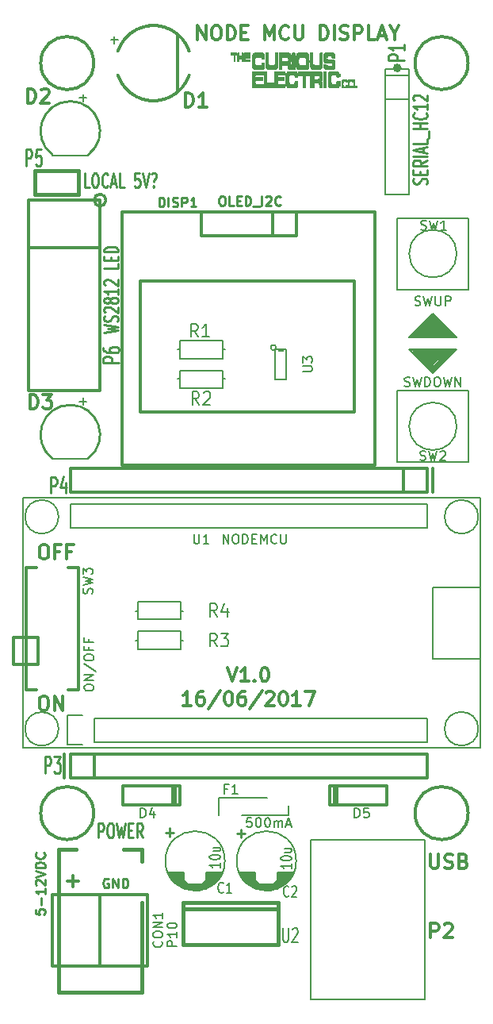
<source format=gbr>
G04 #@! TF.FileFunction,Legend,Top*
%FSLAX46Y46*%
G04 Gerber Fmt 4.6, Leading zero omitted, Abs format (unit mm)*
G04 Created by KiCad (PCBNEW 4.0.4-stable) date 06/22/17 13:57:42*
%MOMM*%
%LPD*%
G01*
G04 APERTURE LIST*
%ADD10C,0.500000*%
%ADD11C,0.200000*%
%ADD12C,0.250000*%
%ADD13C,0.300000*%
%ADD14C,0.304800*%
%ADD15C,0.127000*%
%ADD16C,0.400000*%
%ADD17C,0.150000*%
%ADD18C,0.203200*%
%ADD19C,0.254000*%
%ADD20C,0.381000*%
%ADD21C,0.010000*%
%ADD22C,0.285750*%
%ADD23C,0.287020*%
%ADD24C,0.271780*%
G04 APERTURE END LIST*
D10*
D11*
X45085000Y69088000D02*
X45085000Y69215000D01*
X44958000Y69215000D02*
X45085000Y69088000D01*
X45085000Y69342000D02*
X44958000Y69215000D01*
X45339000Y69088000D02*
X45085000Y69342000D01*
X44704000Y69088000D02*
X45339000Y69088000D01*
X45085000Y69469000D02*
X44704000Y69088000D01*
X45593000Y68961000D02*
X45085000Y69469000D01*
X44450000Y68961000D02*
X45593000Y68961000D01*
X45085000Y69596000D02*
X44450000Y68961000D01*
X45847000Y68834000D02*
X45085000Y69596000D01*
X44196000Y68834000D02*
X45847000Y68834000D01*
X45085000Y69723000D02*
X44196000Y68834000D01*
X46101000Y68707000D02*
X45085000Y69723000D01*
X45974000Y68707000D02*
X46101000Y68707000D01*
X43942000Y68707000D02*
X45974000Y68707000D01*
X45085000Y69850000D02*
X43942000Y68707000D01*
X46355000Y68580000D02*
X45085000Y69850000D01*
X43688000Y68580000D02*
X46355000Y68580000D01*
X45085000Y69977000D02*
X43688000Y68580000D01*
X46609000Y68453000D02*
X45085000Y69977000D01*
X43434000Y68453000D02*
X46609000Y68453000D01*
X45085000Y70104000D02*
X43434000Y68453000D01*
X46863000Y68326000D02*
X45085000Y70104000D01*
X43180000Y68326000D02*
X46863000Y68326000D01*
X45085000Y70231000D02*
X43180000Y68326000D01*
X47117000Y68199000D02*
X45085000Y70231000D01*
X42926000Y68199000D02*
X47117000Y68199000D01*
X45085000Y70358000D02*
X42926000Y68199000D01*
X47371000Y68072000D02*
X45085000Y70358000D01*
X42799000Y68072000D02*
X47371000Y68072000D01*
X45085000Y65913000D02*
X45212000Y65913000D01*
X45085000Y64897000D02*
X45085000Y65913000D01*
X45085000Y65659000D02*
X45085000Y64897000D01*
X44831000Y65405000D02*
X45085000Y65659000D01*
X44831000Y65659000D02*
X44831000Y65405000D01*
X45466000Y65659000D02*
X44831000Y65659000D01*
X44958000Y65659000D02*
X45466000Y65659000D01*
X44958000Y65278000D02*
X44958000Y65659000D01*
X45339000Y65659000D02*
X44958000Y65278000D01*
X44577000Y65659000D02*
X45339000Y65659000D01*
X45085000Y65151000D02*
X44577000Y65659000D01*
X45720000Y65786000D02*
X45085000Y65151000D01*
X44323000Y65786000D02*
X45720000Y65786000D01*
X44196000Y65913000D02*
X44323000Y65786000D01*
X45085000Y65024000D02*
X44196000Y65913000D01*
X45974000Y65913000D02*
X45085000Y65024000D01*
X46228000Y65913000D02*
X45974000Y65913000D01*
X43942000Y65913000D02*
X46228000Y65913000D01*
X45085000Y64770000D02*
X43942000Y65913000D01*
X45212000Y64897000D02*
X45085000Y64770000D01*
X46355000Y66040000D02*
X45212000Y64897000D01*
X43688000Y66040000D02*
X46355000Y66040000D01*
X45085000Y64643000D02*
X43688000Y66040000D01*
X46609000Y66167000D02*
X45085000Y64643000D01*
X43434000Y66167000D02*
X46609000Y66167000D01*
X45085000Y64516000D02*
X43434000Y66167000D01*
X46863000Y66294000D02*
X45085000Y64516000D01*
X43180000Y66294000D02*
X46863000Y66294000D01*
X45085000Y64389000D02*
X43180000Y66294000D01*
X47117000Y66421000D02*
X45085000Y64389000D01*
X42926000Y66421000D02*
X47117000Y66421000D01*
X45085000Y64262000D02*
X42926000Y66421000D01*
X47371000Y66548000D02*
X45085000Y64262000D01*
X47244000Y66548000D02*
X47371000Y66548000D01*
X42799000Y66548000D02*
X47244000Y66548000D01*
D12*
X2627381Y6890096D02*
X2627381Y6413905D01*
X3103571Y6366286D01*
X3055952Y6413905D01*
X3008333Y6509143D01*
X3008333Y6747239D01*
X3055952Y6842477D01*
X3103571Y6890096D01*
X3198810Y6937715D01*
X3436905Y6937715D01*
X3532143Y6890096D01*
X3579762Y6842477D01*
X3627381Y6747239D01*
X3627381Y6509143D01*
X3579762Y6413905D01*
X3532143Y6366286D01*
X3246429Y7366286D02*
X3246429Y8128191D01*
X3627381Y9128191D02*
X3627381Y8556762D01*
X3627381Y8842476D02*
X2627381Y8842476D01*
X2770238Y8747238D01*
X2865476Y8652000D01*
X2913095Y8556762D01*
X2722619Y9509143D02*
X2675000Y9556762D01*
X2627381Y9652000D01*
X2627381Y9890096D01*
X2675000Y9985334D01*
X2722619Y10032953D01*
X2817857Y10080572D01*
X2913095Y10080572D01*
X3055952Y10032953D01*
X3627381Y9461524D01*
X3627381Y10080572D01*
X2627381Y10366286D02*
X3627381Y10699619D01*
X2627381Y11032953D01*
X3627381Y11366286D02*
X2627381Y11366286D01*
X2627381Y11604381D01*
X2675000Y11747239D01*
X2770238Y11842477D01*
X2865476Y11890096D01*
X3055952Y11937715D01*
X3198810Y11937715D01*
X3389286Y11890096D01*
X3484524Y11842477D01*
X3579762Y11747239D01*
X3627381Y11604381D01*
X3627381Y11366286D01*
X3532143Y12937715D02*
X3579762Y12890096D01*
X3627381Y12747239D01*
X3627381Y12652001D01*
X3579762Y12509143D01*
X3484524Y12413905D01*
X3389286Y12366286D01*
X3198810Y12318667D01*
X3055952Y12318667D01*
X2865476Y12366286D01*
X2770238Y12413905D01*
X2675000Y12509143D01*
X2627381Y12652001D01*
X2627381Y12747239D01*
X2675000Y12890096D01*
X2722619Y12937715D01*
D13*
X3397429Y45779429D02*
X3683143Y45779429D01*
X3826001Y45708000D01*
X3968858Y45565143D01*
X4040286Y45279429D01*
X4040286Y44779429D01*
X3968858Y44493714D01*
X3826001Y44350857D01*
X3683143Y44279429D01*
X3397429Y44279429D01*
X3254572Y44350857D01*
X3111715Y44493714D01*
X3040286Y44779429D01*
X3040286Y45279429D01*
X3111715Y45565143D01*
X3254572Y45708000D01*
X3397429Y45779429D01*
X5183144Y45065143D02*
X4683144Y45065143D01*
X4683144Y44279429D02*
X4683144Y45779429D01*
X5397430Y45779429D01*
X6468858Y45065143D02*
X5968858Y45065143D01*
X5968858Y44279429D02*
X5968858Y45779429D01*
X6683144Y45779429D01*
X3389428Y29650429D02*
X3675142Y29650429D01*
X3818000Y29579000D01*
X3960857Y29436143D01*
X4032285Y29150429D01*
X4032285Y28650429D01*
X3960857Y28364714D01*
X3818000Y28221857D01*
X3675142Y28150429D01*
X3389428Y28150429D01*
X3246571Y28221857D01*
X3103714Y28364714D01*
X3032285Y28650429D01*
X3032285Y29150429D01*
X3103714Y29436143D01*
X3246571Y29579000D01*
X3389428Y29650429D01*
X4675143Y28150429D02*
X4675143Y29650429D01*
X5532286Y28150429D01*
X5532286Y29650429D01*
X23114286Y32703429D02*
X23614286Y31203429D01*
X24114286Y32703429D01*
X25400000Y31203429D02*
X24542857Y31203429D01*
X24971429Y31203429D02*
X24971429Y32703429D01*
X24828572Y32489143D01*
X24685714Y32346286D01*
X24542857Y32274857D01*
X26042857Y31346286D02*
X26114285Y31274857D01*
X26042857Y31203429D01*
X25971428Y31274857D01*
X26042857Y31346286D01*
X26042857Y31203429D01*
X27042857Y32703429D02*
X27185714Y32703429D01*
X27328571Y32632000D01*
X27400000Y32560571D01*
X27471429Y32417714D01*
X27542857Y32132000D01*
X27542857Y31774857D01*
X27471429Y31489143D01*
X27400000Y31346286D01*
X27328571Y31274857D01*
X27185714Y31203429D01*
X27042857Y31203429D01*
X26900000Y31274857D01*
X26828571Y31346286D01*
X26757143Y31489143D01*
X26685714Y31774857D01*
X26685714Y32132000D01*
X26757143Y32417714D01*
X26828571Y32560571D01*
X26900000Y32632000D01*
X27042857Y32703429D01*
X19257144Y28653429D02*
X18400001Y28653429D01*
X18828573Y28653429D02*
X18828573Y30153429D01*
X18685716Y29939143D01*
X18542858Y29796286D01*
X18400001Y29724857D01*
X20542858Y30153429D02*
X20257144Y30153429D01*
X20114287Y30082000D01*
X20042858Y30010571D01*
X19900001Y29796286D01*
X19828572Y29510571D01*
X19828572Y28939143D01*
X19900001Y28796286D01*
X19971429Y28724857D01*
X20114287Y28653429D01*
X20400001Y28653429D01*
X20542858Y28724857D01*
X20614287Y28796286D01*
X20685715Y28939143D01*
X20685715Y29296286D01*
X20614287Y29439143D01*
X20542858Y29510571D01*
X20400001Y29582000D01*
X20114287Y29582000D01*
X19971429Y29510571D01*
X19900001Y29439143D01*
X19828572Y29296286D01*
X22400000Y30224857D02*
X21114286Y28296286D01*
X23185715Y30153429D02*
X23328572Y30153429D01*
X23471429Y30082000D01*
X23542858Y30010571D01*
X23614287Y29867714D01*
X23685715Y29582000D01*
X23685715Y29224857D01*
X23614287Y28939143D01*
X23542858Y28796286D01*
X23471429Y28724857D01*
X23328572Y28653429D01*
X23185715Y28653429D01*
X23042858Y28724857D01*
X22971429Y28796286D01*
X22900001Y28939143D01*
X22828572Y29224857D01*
X22828572Y29582000D01*
X22900001Y29867714D01*
X22971429Y30010571D01*
X23042858Y30082000D01*
X23185715Y30153429D01*
X24971429Y30153429D02*
X24685715Y30153429D01*
X24542858Y30082000D01*
X24471429Y30010571D01*
X24328572Y29796286D01*
X24257143Y29510571D01*
X24257143Y28939143D01*
X24328572Y28796286D01*
X24400000Y28724857D01*
X24542858Y28653429D01*
X24828572Y28653429D01*
X24971429Y28724857D01*
X25042858Y28796286D01*
X25114286Y28939143D01*
X25114286Y29296286D01*
X25042858Y29439143D01*
X24971429Y29510571D01*
X24828572Y29582000D01*
X24542858Y29582000D01*
X24400000Y29510571D01*
X24328572Y29439143D01*
X24257143Y29296286D01*
X26828571Y30224857D02*
X25542857Y28296286D01*
X27257143Y30010571D02*
X27328572Y30082000D01*
X27471429Y30153429D01*
X27828572Y30153429D01*
X27971429Y30082000D01*
X28042858Y30010571D01*
X28114286Y29867714D01*
X28114286Y29724857D01*
X28042858Y29510571D01*
X27185715Y28653429D01*
X28114286Y28653429D01*
X29042857Y30153429D02*
X29185714Y30153429D01*
X29328571Y30082000D01*
X29400000Y30010571D01*
X29471429Y29867714D01*
X29542857Y29582000D01*
X29542857Y29224857D01*
X29471429Y28939143D01*
X29400000Y28796286D01*
X29328571Y28724857D01*
X29185714Y28653429D01*
X29042857Y28653429D01*
X28900000Y28724857D01*
X28828571Y28796286D01*
X28757143Y28939143D01*
X28685714Y29224857D01*
X28685714Y29582000D01*
X28757143Y29867714D01*
X28828571Y30010571D01*
X28900000Y30082000D01*
X29042857Y30153429D01*
X30971428Y28653429D02*
X30114285Y28653429D01*
X30542857Y28653429D02*
X30542857Y30153429D01*
X30400000Y29939143D01*
X30257142Y29796286D01*
X30114285Y29724857D01*
X31471428Y30153429D02*
X32471428Y30153429D01*
X31828571Y28653429D01*
X19964143Y99651429D02*
X19964143Y101151429D01*
X20821286Y99651429D01*
X20821286Y101151429D01*
X21821286Y101151429D02*
X22107000Y101151429D01*
X22249858Y101080000D01*
X22392715Y100937143D01*
X22464143Y100651429D01*
X22464143Y100151429D01*
X22392715Y99865714D01*
X22249858Y99722857D01*
X22107000Y99651429D01*
X21821286Y99651429D01*
X21678429Y99722857D01*
X21535572Y99865714D01*
X21464143Y100151429D01*
X21464143Y100651429D01*
X21535572Y100937143D01*
X21678429Y101080000D01*
X21821286Y101151429D01*
X23107001Y99651429D02*
X23107001Y101151429D01*
X23464144Y101151429D01*
X23678429Y101080000D01*
X23821287Y100937143D01*
X23892715Y100794286D01*
X23964144Y100508571D01*
X23964144Y100294286D01*
X23892715Y100008571D01*
X23821287Y99865714D01*
X23678429Y99722857D01*
X23464144Y99651429D01*
X23107001Y99651429D01*
X24607001Y100437143D02*
X25107001Y100437143D01*
X25321287Y99651429D02*
X24607001Y99651429D01*
X24607001Y101151429D01*
X25321287Y101151429D01*
X27107001Y99651429D02*
X27107001Y101151429D01*
X27607001Y100080000D01*
X28107001Y101151429D01*
X28107001Y99651429D01*
X29678430Y99794286D02*
X29607001Y99722857D01*
X29392715Y99651429D01*
X29249858Y99651429D01*
X29035573Y99722857D01*
X28892715Y99865714D01*
X28821287Y100008571D01*
X28749858Y100294286D01*
X28749858Y100508571D01*
X28821287Y100794286D01*
X28892715Y100937143D01*
X29035573Y101080000D01*
X29249858Y101151429D01*
X29392715Y101151429D01*
X29607001Y101080000D01*
X29678430Y101008571D01*
X30321287Y101151429D02*
X30321287Y99937143D01*
X30392715Y99794286D01*
X30464144Y99722857D01*
X30607001Y99651429D01*
X30892715Y99651429D01*
X31035573Y99722857D01*
X31107001Y99794286D01*
X31178430Y99937143D01*
X31178430Y101151429D01*
X33035573Y99651429D02*
X33035573Y101151429D01*
X33392716Y101151429D01*
X33607001Y101080000D01*
X33749859Y100937143D01*
X33821287Y100794286D01*
X33892716Y100508571D01*
X33892716Y100294286D01*
X33821287Y100008571D01*
X33749859Y99865714D01*
X33607001Y99722857D01*
X33392716Y99651429D01*
X33035573Y99651429D01*
X34535573Y99651429D02*
X34535573Y101151429D01*
X35178430Y99722857D02*
X35392716Y99651429D01*
X35749859Y99651429D01*
X35892716Y99722857D01*
X35964145Y99794286D01*
X36035573Y99937143D01*
X36035573Y100080000D01*
X35964145Y100222857D01*
X35892716Y100294286D01*
X35749859Y100365714D01*
X35464145Y100437143D01*
X35321287Y100508571D01*
X35249859Y100580000D01*
X35178430Y100722857D01*
X35178430Y100865714D01*
X35249859Y101008571D01*
X35321287Y101080000D01*
X35464145Y101151429D01*
X35821287Y101151429D01*
X36035573Y101080000D01*
X36678430Y99651429D02*
X36678430Y101151429D01*
X37249858Y101151429D01*
X37392716Y101080000D01*
X37464144Y101008571D01*
X37535573Y100865714D01*
X37535573Y100651429D01*
X37464144Y100508571D01*
X37392716Y100437143D01*
X37249858Y100365714D01*
X36678430Y100365714D01*
X38892716Y99651429D02*
X38178430Y99651429D01*
X38178430Y101151429D01*
X39321287Y100080000D02*
X40035573Y100080000D01*
X39178430Y99651429D02*
X39678430Y101151429D01*
X40178430Y99651429D01*
X40964144Y100365714D02*
X40964144Y99651429D01*
X40464144Y101151429D02*
X40964144Y100365714D01*
X41464144Y101151429D01*
D11*
X45085000Y64135000D02*
X42545000Y66675000D01*
X47625000Y66675000D02*
X45085000Y64135000D01*
X42545000Y66675000D02*
X47625000Y66675000D01*
X47625000Y67945000D02*
X45085000Y70485000D01*
X42545000Y67945000D02*
X47625000Y67945000D01*
X45085000Y70485000D02*
X42545000Y67945000D01*
D13*
X8844427Y97159000D02*
G75*
G03X8844427Y97159000I-2828427J0D01*
G01*
X8844427Y17159000D02*
G75*
G03X8844427Y17159000I-2828427J0D01*
G01*
X48844427Y17159000D02*
G75*
G03X48844427Y17159000I-2828427J0D01*
G01*
X48844427Y97159000D02*
G75*
G03X48844427Y97159000I-2828427J0D01*
G01*
D14*
X18034000Y19050000D02*
X18034000Y20066000D01*
X18034000Y20066000D02*
X11938000Y20066000D01*
X11938000Y20066000D02*
X11938000Y19050000D01*
X11938000Y19050000D02*
X11938000Y18034000D01*
X11938000Y18034000D02*
X18034000Y18034000D01*
X18034000Y18034000D02*
X18034000Y19050000D01*
X17526000Y20066000D02*
X17526000Y18034000D01*
X17272000Y18034000D02*
X17272000Y20066000D01*
X34036000Y19050000D02*
X34036000Y18034000D01*
X34036000Y18034000D02*
X40132000Y18034000D01*
X40132000Y18034000D02*
X40132000Y19050000D01*
X40132000Y19050000D02*
X40132000Y20066000D01*
X40132000Y20066000D02*
X34036000Y20066000D01*
X34036000Y20066000D02*
X34036000Y19050000D01*
X34544000Y18034000D02*
X34544000Y20066000D01*
X34798000Y20066000D02*
X34798000Y18034000D01*
D13*
X20447000Y9525000D02*
X20828000Y9906000D01*
X18415000Y10033000D02*
X18923000Y9525000D01*
X18415000Y10795000D02*
X18415000Y9525000D01*
X20955000Y10033000D02*
X20955000Y9398000D01*
X20955000Y10795000D02*
X20955000Y9779000D01*
X17018000Y10795000D02*
X17526000Y9906000D01*
X17526000Y9906000D02*
X18415000Y9271000D01*
X18415000Y9271000D02*
X18923000Y9144000D01*
X18923000Y9144000D02*
X20066000Y9017000D01*
X20066000Y9017000D02*
X20828000Y9271000D01*
X20828000Y9271000D02*
X21463000Y9652000D01*
X21463000Y9652000D02*
X22225000Y10414000D01*
X22225000Y10414000D02*
X21463000Y10414000D01*
X18415000Y9779000D02*
X17653000Y9779000D01*
X18415000Y10033000D02*
X17526000Y10033000D01*
X18415000Y10287000D02*
X17272000Y10287000D01*
X18415000Y10541000D02*
X17145000Y10541000D01*
X19050000Y9144000D02*
X20447000Y9144000D01*
X20955000Y9271000D02*
X18542000Y9271000D01*
X20955000Y9779000D02*
X21717000Y9779000D01*
X18034000Y9525000D02*
X21463000Y9525000D01*
X20955000Y10033000D02*
X21971000Y10033000D01*
X20955000Y10287000D02*
X22098000Y10287000D01*
X20955000Y10541000D02*
X22352000Y10541000D01*
X20955000Y10795000D02*
X22479000Y10795000D01*
X16891000Y10795000D02*
X18415000Y10795000D01*
D15*
X22860000Y12065000D02*
G75*
G03X22860000Y12065000I-3175000J0D01*
G01*
D13*
X28067000Y9525000D02*
X28448000Y9906000D01*
X26035000Y10033000D02*
X26543000Y9525000D01*
X26035000Y10795000D02*
X26035000Y9525000D01*
X28575000Y10033000D02*
X28575000Y9398000D01*
X28575000Y10795000D02*
X28575000Y9779000D01*
X24638000Y10795000D02*
X25146000Y9906000D01*
X25146000Y9906000D02*
X26035000Y9271000D01*
X26035000Y9271000D02*
X26543000Y9144000D01*
X26543000Y9144000D02*
X27686000Y9017000D01*
X27686000Y9017000D02*
X28448000Y9271000D01*
X28448000Y9271000D02*
X29083000Y9652000D01*
X29083000Y9652000D02*
X29845000Y10414000D01*
X29845000Y10414000D02*
X29083000Y10414000D01*
X26035000Y9779000D02*
X25273000Y9779000D01*
X26035000Y10033000D02*
X25146000Y10033000D01*
X26035000Y10287000D02*
X24892000Y10287000D01*
X26035000Y10541000D02*
X24765000Y10541000D01*
X26670000Y9144000D02*
X28067000Y9144000D01*
X28575000Y9271000D02*
X26162000Y9271000D01*
X28575000Y9779000D02*
X29337000Y9779000D01*
X25654000Y9525000D02*
X29083000Y9525000D01*
X28575000Y10033000D02*
X29591000Y10033000D01*
X28575000Y10287000D02*
X29718000Y10287000D01*
X28575000Y10541000D02*
X29972000Y10541000D01*
X28575000Y10795000D02*
X30099000Y10795000D01*
X24511000Y10795000D02*
X26035000Y10795000D01*
D15*
X30480000Y12065000D02*
G75*
G03X30480000Y12065000I-3175000J0D01*
G01*
D16*
X13970000Y7620000D02*
X13970000Y-1905000D01*
X13970000Y-1905000D02*
X5080000Y-1905000D01*
X5080000Y-1905000D02*
X5080000Y13335000D01*
X5080000Y13335000D02*
X6985000Y13335000D01*
X12065000Y13335000D02*
X13970000Y13335000D01*
X13970000Y13335000D02*
X13970000Y12065000D01*
D17*
X13970000Y7620000D02*
X13970000Y-1905000D01*
X13970000Y-1905000D02*
X5080000Y-1905000D01*
X5080000Y-1905000D02*
X5080000Y13335000D01*
X5080000Y13335000D02*
X6985000Y13335000D01*
X12065000Y13335000D02*
X13970000Y13335000D01*
X13970000Y13335000D02*
X13970000Y12065000D01*
D13*
X17780000Y100203000D02*
X17780000Y94234000D01*
X13970000Y93345000D02*
G75*
G03X19050000Y95885000I1270000J3810000D01*
G01*
X11430000Y95885000D02*
G75*
G03X16510000Y93345000I3810000J1270000D01*
G01*
X19050000Y98425000D02*
G75*
G03X13970000Y100965000I-3810000J-1270000D01*
G01*
X16510000Y100965000D02*
G75*
G03X11430000Y98425000I-1270000J-3810000D01*
G01*
D18*
X4445000Y87325200D02*
X8255000Y87325200D01*
D19*
X8257668Y87378003D02*
G75*
G03X4445000Y87376000I-1907668J2537997D01*
G01*
D18*
X4445000Y54940200D02*
X8255000Y54940200D01*
D19*
X8257668Y54993003D02*
G75*
G03X4445000Y54991000I-1907668J2537997D01*
G01*
D13*
X13790000Y73950000D02*
X36650000Y73950000D01*
X36650000Y73950000D02*
X36650000Y59980000D01*
X36650000Y59980000D02*
X13790000Y59980000D01*
X13790000Y59980000D02*
X13790000Y73950000D01*
X11900000Y81280000D02*
X38900000Y81280000D01*
X38900000Y81280000D02*
X38900000Y54280000D01*
X38900000Y54280000D02*
X11900000Y54280000D01*
X11900000Y54280000D02*
X11900000Y81280000D01*
D14*
X20320000Y81280000D02*
X20320000Y81280000D01*
X20320000Y78740000D02*
X20320000Y81280000D01*
X20320000Y81280000D02*
X20320000Y81280000D01*
X20320000Y81280000D02*
X30480000Y81280000D01*
X30480000Y81280000D02*
X30480000Y78740000D01*
X30480000Y78740000D02*
X20320000Y78740000D01*
X27940000Y78740000D02*
X27940000Y81280000D01*
D17*
X29675000Y16915000D02*
X29675000Y17915000D01*
X22175000Y16915000D02*
X22175000Y18815000D01*
X22175000Y18815000D02*
X27375000Y18815000D01*
X29675000Y16915000D02*
X24675000Y16915000D01*
D11*
X22606000Y66675000D02*
X22860000Y66675000D01*
X18034000Y66675000D02*
X17780000Y66675000D01*
X22606000Y65659000D02*
X22606000Y67564000D01*
X22606000Y67564000D02*
X18034000Y67564000D01*
X18034000Y67564000D02*
X18034000Y65659000D01*
X18034000Y65659000D02*
X22606000Y65659000D01*
X22606000Y63500000D02*
X22860000Y63500000D01*
X18034000Y63500000D02*
X17780000Y63500000D01*
X22606000Y62484000D02*
X22606000Y64389000D01*
X22606000Y64389000D02*
X18034000Y64389000D01*
X18034000Y64389000D02*
X18034000Y62484000D01*
X18034000Y62484000D02*
X22606000Y62484000D01*
X13589000Y35560000D02*
X13335000Y35560000D01*
X18161000Y35560000D02*
X18415000Y35560000D01*
X13589000Y36576000D02*
X13589000Y34671000D01*
X13589000Y34671000D02*
X18161000Y34671000D01*
X18161000Y34671000D02*
X18161000Y36576000D01*
X18161000Y36576000D02*
X13589000Y36576000D01*
X13589000Y38735000D02*
X13335000Y38735000D01*
X18161000Y38735000D02*
X18415000Y38735000D01*
X13589000Y39751000D02*
X13589000Y37846000D01*
X13589000Y37846000D02*
X18161000Y37846000D01*
X18161000Y37846000D02*
X18161000Y39751000D01*
X18161000Y39751000D02*
X13589000Y39751000D01*
D15*
X47625000Y76835000D02*
G75*
G03X47625000Y76835000I-2540000J0D01*
G01*
X41275000Y80645000D02*
X48895000Y80645000D01*
X48895000Y80645000D02*
X48895000Y73025000D01*
X48895000Y73025000D02*
X41275000Y73025000D01*
X41275000Y80645000D02*
X41275000Y73025000D01*
X47625000Y58420000D02*
G75*
G03X47625000Y58420000I-2540000J0D01*
G01*
X41275000Y62230000D02*
X48895000Y62230000D01*
X48895000Y62230000D02*
X48895000Y54610000D01*
X48895000Y54610000D02*
X41275000Y54610000D01*
X41275000Y62230000D02*
X41275000Y54610000D01*
D11*
X28632000Y66624000D02*
X28632000Y66424000D01*
X28632000Y66424000D02*
X29032000Y66424000D01*
X29032000Y66424000D02*
X29032000Y66624000D01*
X28314843Y66824000D02*
G75*
G03X28314843Y66824000I-282843J0D01*
G01*
X29432000Y66624000D02*
X29432000Y63424000D01*
X29432000Y63424000D02*
X28232000Y63424000D01*
X28232000Y63424000D02*
X28232000Y66624000D01*
X28232000Y66624000D02*
X29432000Y66624000D01*
D17*
X42545000Y95885000D02*
X42545000Y96520000D01*
X42545000Y96520000D02*
X40005000Y96520000D01*
X40005000Y96520000D02*
X40005000Y95885000D01*
X40005000Y93345000D02*
X42545000Y93345000D01*
X42545000Y93345000D02*
X42545000Y95885000D01*
X42545000Y95885000D02*
X42545000Y83185000D01*
X42545000Y83185000D02*
X40005000Y83185000D01*
X42545000Y95885000D02*
X40005000Y95885000D01*
X40005000Y95885000D02*
X40005000Y83185000D01*
D20*
X41529000Y96647000D02*
G75*
G03X41529000Y96647000I-254000J0D01*
G01*
D13*
X5715000Y23495000D02*
X5715000Y20955000D01*
X8890000Y20955000D02*
X8890000Y23495000D01*
X6350000Y23495000D02*
X44450000Y23495000D01*
X44450000Y23495000D02*
X44450000Y20955000D01*
X44450000Y20955000D02*
X6350000Y20955000D01*
X6350000Y20955000D02*
X6350000Y23495000D01*
X45085000Y51435000D02*
X45085000Y53975000D01*
X41910000Y53975000D02*
X41910000Y51435000D01*
X44450000Y51435000D02*
X6350000Y51435000D01*
X6350000Y51435000D02*
X6350000Y53975000D01*
X6350000Y53975000D02*
X44450000Y53975000D01*
X44450000Y53975000D02*
X44450000Y51435000D01*
X2845000Y33030000D02*
X245000Y33030000D01*
X245000Y33030000D02*
X245000Y35930000D01*
X245000Y35930000D02*
X2945000Y35930000D01*
X2945000Y35930000D02*
X2945000Y33030000D01*
X2945000Y33030000D02*
X2545000Y33030000D01*
X1645000Y43330000D02*
X2745000Y43330000D01*
X7245000Y43330000D02*
X6145000Y43330000D01*
X1645000Y30330000D02*
X2745000Y30330000D01*
X7245000Y30330000D02*
X6145000Y30330000D01*
X1645000Y30330000D02*
X1645000Y43330000D01*
X7245000Y43330000D02*
X7245000Y30330000D01*
D20*
X18415000Y6985000D02*
X18415000Y7620000D01*
X18415000Y7620000D02*
X28575000Y7620000D01*
X28575000Y7620000D02*
X28575000Y6985000D01*
X18415000Y3175000D02*
X18415000Y6985000D01*
X18415000Y6985000D02*
X28575000Y6985000D01*
X28575000Y6985000D02*
X28575000Y3175000D01*
X28575000Y3175000D02*
X18415000Y3175000D01*
X7239000Y83185000D02*
X7239000Y85725000D01*
X2540000Y83185000D02*
X2540000Y85725000D01*
X2540000Y83185000D02*
X7239000Y83185000D01*
X2540000Y85725000D02*
X7239000Y85725000D01*
D14*
X2540000Y83185000D02*
X2540000Y85725000D01*
X7239000Y85725000D02*
X7239000Y83185000D01*
D13*
X10160000Y82550000D02*
G75*
G03X10160000Y82550000I-635000J0D01*
G01*
X9525000Y82550000D02*
X9525000Y62230000D01*
X9525000Y62230000D02*
X1905000Y62230000D01*
X1905000Y62230000D02*
X1905000Y82550000D01*
X1905000Y82550000D02*
X9525000Y82550000D01*
X1905000Y77470000D02*
X9525000Y77470000D01*
D17*
X5098051Y26143949D02*
G75*
G03X5098051Y26143949I-1796051J0D01*
G01*
X45085000Y41275000D02*
X50165000Y41275000D01*
X45085000Y33655000D02*
X45085000Y41275000D01*
X50165000Y33655000D02*
X45085000Y33655000D01*
X50165000Y24130000D02*
X1270000Y24130000D01*
X50165000Y50800000D02*
X50165000Y24130000D01*
X1270000Y50800000D02*
X50165000Y50800000D01*
X1270000Y24130000D02*
X1270000Y50800000D01*
X8890000Y24765000D02*
X44450000Y24765000D01*
X44450000Y24765000D02*
X44450000Y27305000D01*
X44450000Y27305000D02*
X8890000Y27305000D01*
X6070000Y27585000D02*
X7620000Y27585000D01*
X8890000Y27305000D02*
X8890000Y24765000D01*
X7620000Y24485000D02*
X6070000Y24485000D01*
X6070000Y24485000D02*
X6070000Y27585000D01*
X44450000Y47625000D02*
X44450000Y50165000D01*
X6350000Y47625000D02*
X44450000Y47625000D01*
X6350000Y50165000D02*
X6350000Y47625000D01*
X44450000Y50165000D02*
X6350000Y50165000D01*
X5098051Y48768000D02*
G75*
G03X5098051Y48768000I-1796051J0D01*
G01*
X49929051Y48768000D02*
G75*
G03X49929051Y48768000I-1796051J0D01*
G01*
X49929051Y26162000D02*
G75*
G03X49929051Y26162000I-1796051J0D01*
G01*
D21*
G36*
X23511000Y98282000D02*
X23601000Y98282000D01*
X23601000Y98192000D01*
X23511000Y98192000D01*
X23511000Y98282000D01*
X23511000Y98282000D01*
G37*
X23511000Y98282000D02*
X23601000Y98282000D01*
X23601000Y98192000D01*
X23511000Y98192000D01*
X23511000Y98282000D01*
G36*
X23601000Y98282000D02*
X23691000Y98282000D01*
X23691000Y98192000D01*
X23601000Y98192000D01*
X23601000Y98282000D01*
X23601000Y98282000D01*
G37*
X23601000Y98282000D02*
X23691000Y98282000D01*
X23691000Y98192000D01*
X23601000Y98192000D01*
X23601000Y98282000D01*
G36*
X23691000Y98282000D02*
X23781000Y98282000D01*
X23781000Y98192000D01*
X23691000Y98192000D01*
X23691000Y98282000D01*
X23691000Y98282000D01*
G37*
X23691000Y98282000D02*
X23781000Y98282000D01*
X23781000Y98192000D01*
X23691000Y98192000D01*
X23691000Y98282000D01*
G36*
X23781000Y98282000D02*
X23871000Y98282000D01*
X23871000Y98192000D01*
X23781000Y98192000D01*
X23781000Y98282000D01*
X23781000Y98282000D01*
G37*
X23781000Y98282000D02*
X23871000Y98282000D01*
X23871000Y98192000D01*
X23781000Y98192000D01*
X23781000Y98282000D01*
G36*
X23871000Y98282000D02*
X23961000Y98282000D01*
X23961000Y98192000D01*
X23871000Y98192000D01*
X23871000Y98282000D01*
X23871000Y98282000D01*
G37*
X23871000Y98282000D02*
X23961000Y98282000D01*
X23961000Y98192000D01*
X23871000Y98192000D01*
X23871000Y98282000D01*
G36*
X23961000Y98282000D02*
X24051000Y98282000D01*
X24051000Y98192000D01*
X23961000Y98192000D01*
X23961000Y98282000D01*
X23961000Y98282000D01*
G37*
X23961000Y98282000D02*
X24051000Y98282000D01*
X24051000Y98192000D01*
X23961000Y98192000D01*
X23961000Y98282000D01*
G36*
X24231000Y98282000D02*
X24321000Y98282000D01*
X24321000Y98192000D01*
X24231000Y98192000D01*
X24231000Y98282000D01*
X24231000Y98282000D01*
G37*
X24231000Y98282000D02*
X24321000Y98282000D01*
X24321000Y98192000D01*
X24231000Y98192000D01*
X24231000Y98282000D01*
G36*
X24681000Y98282000D02*
X24771000Y98282000D01*
X24771000Y98192000D01*
X24681000Y98192000D01*
X24681000Y98282000D01*
X24681000Y98282000D01*
G37*
X24681000Y98282000D02*
X24771000Y98282000D01*
X24771000Y98192000D01*
X24681000Y98192000D01*
X24681000Y98282000D01*
G36*
X24951000Y98282000D02*
X25041000Y98282000D01*
X25041000Y98192000D01*
X24951000Y98192000D01*
X24951000Y98282000D01*
X24951000Y98282000D01*
G37*
X24951000Y98282000D02*
X25041000Y98282000D01*
X25041000Y98192000D01*
X24951000Y98192000D01*
X24951000Y98282000D01*
G36*
X25041000Y98282000D02*
X25131000Y98282000D01*
X25131000Y98192000D01*
X25041000Y98192000D01*
X25041000Y98282000D01*
X25041000Y98282000D01*
G37*
X25041000Y98282000D02*
X25131000Y98282000D01*
X25131000Y98192000D01*
X25041000Y98192000D01*
X25041000Y98282000D01*
G36*
X25131000Y98282000D02*
X25221000Y98282000D01*
X25221000Y98192000D01*
X25131000Y98192000D01*
X25131000Y98282000D01*
X25131000Y98282000D01*
G37*
X25131000Y98282000D02*
X25221000Y98282000D01*
X25221000Y98192000D01*
X25131000Y98192000D01*
X25131000Y98282000D01*
G36*
X25221000Y98282000D02*
X25311000Y98282000D01*
X25311000Y98192000D01*
X25221000Y98192000D01*
X25221000Y98282000D01*
X25221000Y98282000D01*
G37*
X25221000Y98282000D02*
X25311000Y98282000D01*
X25311000Y98192000D01*
X25221000Y98192000D01*
X25221000Y98282000D01*
G36*
X25311000Y98282000D02*
X25401000Y98282000D01*
X25401000Y98192000D01*
X25311000Y98192000D01*
X25311000Y98282000D01*
X25311000Y98282000D01*
G37*
X25311000Y98282000D02*
X25401000Y98282000D01*
X25401000Y98192000D01*
X25311000Y98192000D01*
X25311000Y98282000D01*
G36*
X25401000Y98282000D02*
X25491000Y98282000D01*
X25491000Y98192000D01*
X25401000Y98192000D01*
X25401000Y98282000D01*
X25401000Y98282000D01*
G37*
X25401000Y98282000D02*
X25491000Y98282000D01*
X25491000Y98192000D01*
X25401000Y98192000D01*
X25401000Y98282000D01*
G36*
X26031000Y98282000D02*
X26121000Y98282000D01*
X26121000Y98192000D01*
X26031000Y98192000D01*
X26031000Y98282000D01*
X26031000Y98282000D01*
G37*
X26031000Y98282000D02*
X26121000Y98282000D01*
X26121000Y98192000D01*
X26031000Y98192000D01*
X26031000Y98282000D01*
G36*
X26121000Y98282000D02*
X26211000Y98282000D01*
X26211000Y98192000D01*
X26121000Y98192000D01*
X26121000Y98282000D01*
X26121000Y98282000D01*
G37*
X26121000Y98282000D02*
X26211000Y98282000D01*
X26211000Y98192000D01*
X26121000Y98192000D01*
X26121000Y98282000D01*
G36*
X26211000Y98282000D02*
X26301000Y98282000D01*
X26301000Y98192000D01*
X26211000Y98192000D01*
X26211000Y98282000D01*
X26211000Y98282000D01*
G37*
X26211000Y98282000D02*
X26301000Y98282000D01*
X26301000Y98192000D01*
X26211000Y98192000D01*
X26211000Y98282000D01*
G36*
X26301000Y98282000D02*
X26391000Y98282000D01*
X26391000Y98192000D01*
X26301000Y98192000D01*
X26301000Y98282000D01*
X26301000Y98282000D01*
G37*
X26301000Y98282000D02*
X26391000Y98282000D01*
X26391000Y98192000D01*
X26301000Y98192000D01*
X26301000Y98282000D01*
G36*
X26391000Y98282000D02*
X26481000Y98282000D01*
X26481000Y98192000D01*
X26391000Y98192000D01*
X26391000Y98282000D01*
X26391000Y98282000D01*
G37*
X26391000Y98282000D02*
X26481000Y98282000D01*
X26481000Y98192000D01*
X26391000Y98192000D01*
X26391000Y98282000D01*
G36*
X26481000Y98282000D02*
X26571000Y98282000D01*
X26571000Y98192000D01*
X26481000Y98192000D01*
X26481000Y98282000D01*
X26481000Y98282000D01*
G37*
X26481000Y98282000D02*
X26571000Y98282000D01*
X26571000Y98192000D01*
X26481000Y98192000D01*
X26481000Y98282000D01*
G36*
X26571000Y98282000D02*
X26661000Y98282000D01*
X26661000Y98192000D01*
X26571000Y98192000D01*
X26571000Y98282000D01*
X26571000Y98282000D01*
G37*
X26571000Y98282000D02*
X26661000Y98282000D01*
X26661000Y98192000D01*
X26571000Y98192000D01*
X26571000Y98282000D01*
G36*
X26661000Y98282000D02*
X26751000Y98282000D01*
X26751000Y98192000D01*
X26661000Y98192000D01*
X26661000Y98282000D01*
X26661000Y98282000D01*
G37*
X26661000Y98282000D02*
X26751000Y98282000D01*
X26751000Y98192000D01*
X26661000Y98192000D01*
X26661000Y98282000D01*
G36*
X26751000Y98282000D02*
X26841000Y98282000D01*
X26841000Y98192000D01*
X26751000Y98192000D01*
X26751000Y98282000D01*
X26751000Y98282000D01*
G37*
X26751000Y98282000D02*
X26841000Y98282000D01*
X26841000Y98192000D01*
X26751000Y98192000D01*
X26751000Y98282000D01*
G36*
X27201000Y98282000D02*
X27291000Y98282000D01*
X27291000Y98192000D01*
X27201000Y98192000D01*
X27201000Y98282000D01*
X27201000Y98282000D01*
G37*
X27201000Y98282000D02*
X27291000Y98282000D01*
X27291000Y98192000D01*
X27201000Y98192000D01*
X27201000Y98282000D01*
G36*
X27291000Y98282000D02*
X27381000Y98282000D01*
X27381000Y98192000D01*
X27291000Y98192000D01*
X27291000Y98282000D01*
X27291000Y98282000D01*
G37*
X27291000Y98282000D02*
X27381000Y98282000D01*
X27381000Y98192000D01*
X27291000Y98192000D01*
X27291000Y98282000D01*
G36*
X27381000Y98282000D02*
X27471000Y98282000D01*
X27471000Y98192000D01*
X27381000Y98192000D01*
X27381000Y98282000D01*
X27381000Y98282000D01*
G37*
X27381000Y98282000D02*
X27471000Y98282000D01*
X27471000Y98192000D01*
X27381000Y98192000D01*
X27381000Y98282000D01*
G36*
X28191000Y98282000D02*
X28281000Y98282000D01*
X28281000Y98192000D01*
X28191000Y98192000D01*
X28191000Y98282000D01*
X28191000Y98282000D01*
G37*
X28191000Y98282000D02*
X28281000Y98282000D01*
X28281000Y98192000D01*
X28191000Y98192000D01*
X28191000Y98282000D01*
G36*
X28281000Y98282000D02*
X28371000Y98282000D01*
X28371000Y98192000D01*
X28281000Y98192000D01*
X28281000Y98282000D01*
X28281000Y98282000D01*
G37*
X28281000Y98282000D02*
X28371000Y98282000D01*
X28371000Y98192000D01*
X28281000Y98192000D01*
X28281000Y98282000D01*
G36*
X28371000Y98282000D02*
X28461000Y98282000D01*
X28461000Y98192000D01*
X28371000Y98192000D01*
X28371000Y98282000D01*
X28371000Y98282000D01*
G37*
X28371000Y98282000D02*
X28461000Y98282000D01*
X28461000Y98192000D01*
X28371000Y98192000D01*
X28371000Y98282000D01*
G36*
X28641000Y98282000D02*
X28731000Y98282000D01*
X28731000Y98192000D01*
X28641000Y98192000D01*
X28641000Y98282000D01*
X28641000Y98282000D01*
G37*
X28641000Y98282000D02*
X28731000Y98282000D01*
X28731000Y98192000D01*
X28641000Y98192000D01*
X28641000Y98282000D01*
G36*
X28731000Y98282000D02*
X28821000Y98282000D01*
X28821000Y98192000D01*
X28731000Y98192000D01*
X28731000Y98282000D01*
X28731000Y98282000D01*
G37*
X28731000Y98282000D02*
X28821000Y98282000D01*
X28821000Y98192000D01*
X28731000Y98192000D01*
X28731000Y98282000D01*
G36*
X28821000Y98282000D02*
X28911000Y98282000D01*
X28911000Y98192000D01*
X28821000Y98192000D01*
X28821000Y98282000D01*
X28821000Y98282000D01*
G37*
X28821000Y98282000D02*
X28911000Y98282000D01*
X28911000Y98192000D01*
X28821000Y98192000D01*
X28821000Y98282000D01*
G36*
X28911000Y98282000D02*
X29001000Y98282000D01*
X29001000Y98192000D01*
X28911000Y98192000D01*
X28911000Y98282000D01*
X28911000Y98282000D01*
G37*
X28911000Y98282000D02*
X29001000Y98282000D01*
X29001000Y98192000D01*
X28911000Y98192000D01*
X28911000Y98282000D01*
G36*
X29001000Y98282000D02*
X29091000Y98282000D01*
X29091000Y98192000D01*
X29001000Y98192000D01*
X29001000Y98282000D01*
X29001000Y98282000D01*
G37*
X29001000Y98282000D02*
X29091000Y98282000D01*
X29091000Y98192000D01*
X29001000Y98192000D01*
X29001000Y98282000D01*
G36*
X29091000Y98282000D02*
X29181000Y98282000D01*
X29181000Y98192000D01*
X29091000Y98192000D01*
X29091000Y98282000D01*
X29091000Y98282000D01*
G37*
X29091000Y98282000D02*
X29181000Y98282000D01*
X29181000Y98192000D01*
X29091000Y98192000D01*
X29091000Y98282000D01*
G36*
X29181000Y98282000D02*
X29271000Y98282000D01*
X29271000Y98192000D01*
X29181000Y98192000D01*
X29181000Y98282000D01*
X29181000Y98282000D01*
G37*
X29181000Y98282000D02*
X29271000Y98282000D01*
X29271000Y98192000D01*
X29181000Y98192000D01*
X29181000Y98282000D01*
G36*
X29271000Y98282000D02*
X29361000Y98282000D01*
X29361000Y98192000D01*
X29271000Y98192000D01*
X29271000Y98282000D01*
X29271000Y98282000D01*
G37*
X29271000Y98282000D02*
X29361000Y98282000D01*
X29361000Y98192000D01*
X29271000Y98192000D01*
X29271000Y98282000D01*
G36*
X29361000Y98282000D02*
X29451000Y98282000D01*
X29451000Y98192000D01*
X29361000Y98192000D01*
X29361000Y98282000D01*
X29361000Y98282000D01*
G37*
X29361000Y98282000D02*
X29451000Y98282000D01*
X29451000Y98192000D01*
X29361000Y98192000D01*
X29361000Y98282000D01*
G36*
X29451000Y98282000D02*
X29541000Y98282000D01*
X29541000Y98192000D01*
X29451000Y98192000D01*
X29451000Y98282000D01*
X29451000Y98282000D01*
G37*
X29451000Y98282000D02*
X29541000Y98282000D01*
X29541000Y98192000D01*
X29451000Y98192000D01*
X29451000Y98282000D01*
G36*
X29541000Y98282000D02*
X29631000Y98282000D01*
X29631000Y98192000D01*
X29541000Y98192000D01*
X29541000Y98282000D01*
X29541000Y98282000D01*
G37*
X29541000Y98282000D02*
X29631000Y98282000D01*
X29631000Y98192000D01*
X29541000Y98192000D01*
X29541000Y98282000D01*
G36*
X30081000Y98282000D02*
X30171000Y98282000D01*
X30171000Y98192000D01*
X30081000Y98192000D01*
X30081000Y98282000D01*
X30081000Y98282000D01*
G37*
X30081000Y98282000D02*
X30171000Y98282000D01*
X30171000Y98192000D01*
X30081000Y98192000D01*
X30081000Y98282000D01*
G36*
X30171000Y98282000D02*
X30261000Y98282000D01*
X30261000Y98192000D01*
X30171000Y98192000D01*
X30171000Y98282000D01*
X30171000Y98282000D01*
G37*
X30171000Y98282000D02*
X30261000Y98282000D01*
X30261000Y98192000D01*
X30171000Y98192000D01*
X30171000Y98282000D01*
G36*
X30711000Y98282000D02*
X30801000Y98282000D01*
X30801000Y98192000D01*
X30711000Y98192000D01*
X30711000Y98282000D01*
X30711000Y98282000D01*
G37*
X30711000Y98282000D02*
X30801000Y98282000D01*
X30801000Y98192000D01*
X30711000Y98192000D01*
X30711000Y98282000D01*
G36*
X30801000Y98282000D02*
X30891000Y98282000D01*
X30891000Y98192000D01*
X30801000Y98192000D01*
X30801000Y98282000D01*
X30801000Y98282000D01*
G37*
X30801000Y98282000D02*
X30891000Y98282000D01*
X30891000Y98192000D01*
X30801000Y98192000D01*
X30801000Y98282000D01*
G36*
X30891000Y98282000D02*
X30981000Y98282000D01*
X30981000Y98192000D01*
X30891000Y98192000D01*
X30891000Y98282000D01*
X30891000Y98282000D01*
G37*
X30891000Y98282000D02*
X30981000Y98282000D01*
X30981000Y98192000D01*
X30891000Y98192000D01*
X30891000Y98282000D01*
G36*
X30981000Y98282000D02*
X31071000Y98282000D01*
X31071000Y98192000D01*
X30981000Y98192000D01*
X30981000Y98282000D01*
X30981000Y98282000D01*
G37*
X30981000Y98282000D02*
X31071000Y98282000D01*
X31071000Y98192000D01*
X30981000Y98192000D01*
X30981000Y98282000D01*
G36*
X31071000Y98282000D02*
X31161000Y98282000D01*
X31161000Y98192000D01*
X31071000Y98192000D01*
X31071000Y98282000D01*
X31071000Y98282000D01*
G37*
X31071000Y98282000D02*
X31161000Y98282000D01*
X31161000Y98192000D01*
X31071000Y98192000D01*
X31071000Y98282000D01*
G36*
X31161000Y98282000D02*
X31251000Y98282000D01*
X31251000Y98192000D01*
X31161000Y98192000D01*
X31161000Y98282000D01*
X31161000Y98282000D01*
G37*
X31161000Y98282000D02*
X31251000Y98282000D01*
X31251000Y98192000D01*
X31161000Y98192000D01*
X31161000Y98282000D01*
G36*
X31251000Y98282000D02*
X31341000Y98282000D01*
X31341000Y98192000D01*
X31251000Y98192000D01*
X31251000Y98282000D01*
X31251000Y98282000D01*
G37*
X31251000Y98282000D02*
X31341000Y98282000D01*
X31341000Y98192000D01*
X31251000Y98192000D01*
X31251000Y98282000D01*
G36*
X31341000Y98282000D02*
X31431000Y98282000D01*
X31431000Y98192000D01*
X31341000Y98192000D01*
X31341000Y98282000D01*
X31341000Y98282000D01*
G37*
X31341000Y98282000D02*
X31431000Y98282000D01*
X31431000Y98192000D01*
X31341000Y98192000D01*
X31341000Y98282000D01*
G36*
X31431000Y98282000D02*
X31521000Y98282000D01*
X31521000Y98192000D01*
X31431000Y98192000D01*
X31431000Y98282000D01*
X31431000Y98282000D01*
G37*
X31431000Y98282000D02*
X31521000Y98282000D01*
X31521000Y98192000D01*
X31431000Y98192000D01*
X31431000Y98282000D01*
G36*
X31521000Y98282000D02*
X31611000Y98282000D01*
X31611000Y98192000D01*
X31521000Y98192000D01*
X31521000Y98282000D01*
X31521000Y98282000D01*
G37*
X31521000Y98282000D02*
X31611000Y98282000D01*
X31611000Y98192000D01*
X31521000Y98192000D01*
X31521000Y98282000D01*
G36*
X31971000Y98282000D02*
X32061000Y98282000D01*
X32061000Y98192000D01*
X31971000Y98192000D01*
X31971000Y98282000D01*
X31971000Y98282000D01*
G37*
X31971000Y98282000D02*
X32061000Y98282000D01*
X32061000Y98192000D01*
X31971000Y98192000D01*
X31971000Y98282000D01*
G36*
X32061000Y98282000D02*
X32151000Y98282000D01*
X32151000Y98192000D01*
X32061000Y98192000D01*
X32061000Y98282000D01*
X32061000Y98282000D01*
G37*
X32061000Y98282000D02*
X32151000Y98282000D01*
X32151000Y98192000D01*
X32061000Y98192000D01*
X32061000Y98282000D01*
G36*
X32151000Y98282000D02*
X32241000Y98282000D01*
X32241000Y98192000D01*
X32151000Y98192000D01*
X32151000Y98282000D01*
X32151000Y98282000D01*
G37*
X32151000Y98282000D02*
X32241000Y98282000D01*
X32241000Y98192000D01*
X32151000Y98192000D01*
X32151000Y98282000D01*
G36*
X33051000Y98282000D02*
X33141000Y98282000D01*
X33141000Y98192000D01*
X33051000Y98192000D01*
X33051000Y98282000D01*
X33051000Y98282000D01*
G37*
X33051000Y98282000D02*
X33141000Y98282000D01*
X33141000Y98192000D01*
X33051000Y98192000D01*
X33051000Y98282000D01*
G36*
X33141000Y98282000D02*
X33231000Y98282000D01*
X33231000Y98192000D01*
X33141000Y98192000D01*
X33141000Y98282000D01*
X33141000Y98282000D01*
G37*
X33141000Y98282000D02*
X33231000Y98282000D01*
X33231000Y98192000D01*
X33141000Y98192000D01*
X33141000Y98282000D01*
G36*
X33591000Y98282000D02*
X33681000Y98282000D01*
X33681000Y98192000D01*
X33591000Y98192000D01*
X33591000Y98282000D01*
X33591000Y98282000D01*
G37*
X33591000Y98282000D02*
X33681000Y98282000D01*
X33681000Y98192000D01*
X33591000Y98192000D01*
X33591000Y98282000D01*
G36*
X33681000Y98282000D02*
X33771000Y98282000D01*
X33771000Y98192000D01*
X33681000Y98192000D01*
X33681000Y98282000D01*
X33681000Y98282000D01*
G37*
X33681000Y98282000D02*
X33771000Y98282000D01*
X33771000Y98192000D01*
X33681000Y98192000D01*
X33681000Y98282000D01*
G36*
X33771000Y98282000D02*
X33861000Y98282000D01*
X33861000Y98192000D01*
X33771000Y98192000D01*
X33771000Y98282000D01*
X33771000Y98282000D01*
G37*
X33771000Y98282000D02*
X33861000Y98282000D01*
X33861000Y98192000D01*
X33771000Y98192000D01*
X33771000Y98282000D01*
G36*
X33861000Y98282000D02*
X33951000Y98282000D01*
X33951000Y98192000D01*
X33861000Y98192000D01*
X33861000Y98282000D01*
X33861000Y98282000D01*
G37*
X33861000Y98282000D02*
X33951000Y98282000D01*
X33951000Y98192000D01*
X33861000Y98192000D01*
X33861000Y98282000D01*
G36*
X33951000Y98282000D02*
X34041000Y98282000D01*
X34041000Y98192000D01*
X33951000Y98192000D01*
X33951000Y98282000D01*
X33951000Y98282000D01*
G37*
X33951000Y98282000D02*
X34041000Y98282000D01*
X34041000Y98192000D01*
X33951000Y98192000D01*
X33951000Y98282000D01*
G36*
X34041000Y98282000D02*
X34131000Y98282000D01*
X34131000Y98192000D01*
X34041000Y98192000D01*
X34041000Y98282000D01*
X34041000Y98282000D01*
G37*
X34041000Y98282000D02*
X34131000Y98282000D01*
X34131000Y98192000D01*
X34041000Y98192000D01*
X34041000Y98282000D01*
G36*
X34131000Y98282000D02*
X34221000Y98282000D01*
X34221000Y98192000D01*
X34131000Y98192000D01*
X34131000Y98282000D01*
X34131000Y98282000D01*
G37*
X34131000Y98282000D02*
X34221000Y98282000D01*
X34221000Y98192000D01*
X34131000Y98192000D01*
X34131000Y98282000D01*
G36*
X34221000Y98282000D02*
X34311000Y98282000D01*
X34311000Y98192000D01*
X34221000Y98192000D01*
X34221000Y98282000D01*
X34221000Y98282000D01*
G37*
X34221000Y98282000D02*
X34311000Y98282000D01*
X34311000Y98192000D01*
X34221000Y98192000D01*
X34221000Y98282000D01*
G36*
X34311000Y98282000D02*
X34401000Y98282000D01*
X34401000Y98192000D01*
X34311000Y98192000D01*
X34311000Y98282000D01*
X34311000Y98282000D01*
G37*
X34311000Y98282000D02*
X34401000Y98282000D01*
X34401000Y98192000D01*
X34311000Y98192000D01*
X34311000Y98282000D01*
G36*
X23511000Y98192000D02*
X23601000Y98192000D01*
X23601000Y98102000D01*
X23511000Y98102000D01*
X23511000Y98192000D01*
X23511000Y98192000D01*
G37*
X23511000Y98192000D02*
X23601000Y98192000D01*
X23601000Y98102000D01*
X23511000Y98102000D01*
X23511000Y98192000D01*
G36*
X23601000Y98192000D02*
X23691000Y98192000D01*
X23691000Y98102000D01*
X23601000Y98102000D01*
X23601000Y98192000D01*
X23601000Y98192000D01*
G37*
X23601000Y98192000D02*
X23691000Y98192000D01*
X23691000Y98102000D01*
X23601000Y98102000D01*
X23601000Y98192000D01*
G36*
X23691000Y98192000D02*
X23781000Y98192000D01*
X23781000Y98102000D01*
X23691000Y98102000D01*
X23691000Y98192000D01*
X23691000Y98192000D01*
G37*
X23691000Y98192000D02*
X23781000Y98192000D01*
X23781000Y98102000D01*
X23691000Y98102000D01*
X23691000Y98192000D01*
G36*
X23781000Y98192000D02*
X23871000Y98192000D01*
X23871000Y98102000D01*
X23781000Y98102000D01*
X23781000Y98192000D01*
X23781000Y98192000D01*
G37*
X23781000Y98192000D02*
X23871000Y98192000D01*
X23871000Y98102000D01*
X23781000Y98102000D01*
X23781000Y98192000D01*
G36*
X23871000Y98192000D02*
X23961000Y98192000D01*
X23961000Y98102000D01*
X23871000Y98102000D01*
X23871000Y98192000D01*
X23871000Y98192000D01*
G37*
X23871000Y98192000D02*
X23961000Y98192000D01*
X23961000Y98102000D01*
X23871000Y98102000D01*
X23871000Y98192000D01*
G36*
X23961000Y98192000D02*
X24051000Y98192000D01*
X24051000Y98102000D01*
X23961000Y98102000D01*
X23961000Y98192000D01*
X23961000Y98192000D01*
G37*
X23961000Y98192000D02*
X24051000Y98192000D01*
X24051000Y98102000D01*
X23961000Y98102000D01*
X23961000Y98192000D01*
G36*
X24051000Y98192000D02*
X24141000Y98192000D01*
X24141000Y98102000D01*
X24051000Y98102000D01*
X24051000Y98192000D01*
X24051000Y98192000D01*
G37*
X24051000Y98192000D02*
X24141000Y98192000D01*
X24141000Y98102000D01*
X24051000Y98102000D01*
X24051000Y98192000D01*
G36*
X24141000Y98192000D02*
X24231000Y98192000D01*
X24231000Y98102000D01*
X24141000Y98102000D01*
X24141000Y98192000D01*
X24141000Y98192000D01*
G37*
X24141000Y98192000D02*
X24231000Y98192000D01*
X24231000Y98102000D01*
X24141000Y98102000D01*
X24141000Y98192000D01*
G36*
X24231000Y98192000D02*
X24321000Y98192000D01*
X24321000Y98102000D01*
X24231000Y98102000D01*
X24231000Y98192000D01*
X24231000Y98192000D01*
G37*
X24231000Y98192000D02*
X24321000Y98192000D01*
X24321000Y98102000D01*
X24231000Y98102000D01*
X24231000Y98192000D01*
G36*
X24681000Y98192000D02*
X24771000Y98192000D01*
X24771000Y98102000D01*
X24681000Y98102000D01*
X24681000Y98192000D01*
X24681000Y98192000D01*
G37*
X24681000Y98192000D02*
X24771000Y98192000D01*
X24771000Y98102000D01*
X24681000Y98102000D01*
X24681000Y98192000D01*
G36*
X24771000Y98192000D02*
X24861000Y98192000D01*
X24861000Y98102000D01*
X24771000Y98102000D01*
X24771000Y98192000D01*
X24771000Y98192000D01*
G37*
X24771000Y98192000D02*
X24861000Y98192000D01*
X24861000Y98102000D01*
X24771000Y98102000D01*
X24771000Y98192000D01*
G36*
X24951000Y98192000D02*
X25041000Y98192000D01*
X25041000Y98102000D01*
X24951000Y98102000D01*
X24951000Y98192000D01*
X24951000Y98192000D01*
G37*
X24951000Y98192000D02*
X25041000Y98192000D01*
X25041000Y98102000D01*
X24951000Y98102000D01*
X24951000Y98192000D01*
G36*
X25041000Y98192000D02*
X25131000Y98192000D01*
X25131000Y98102000D01*
X25041000Y98102000D01*
X25041000Y98192000D01*
X25041000Y98192000D01*
G37*
X25041000Y98192000D02*
X25131000Y98192000D01*
X25131000Y98102000D01*
X25041000Y98102000D01*
X25041000Y98192000D01*
G36*
X25131000Y98192000D02*
X25221000Y98192000D01*
X25221000Y98102000D01*
X25131000Y98102000D01*
X25131000Y98192000D01*
X25131000Y98192000D01*
G37*
X25131000Y98192000D02*
X25221000Y98192000D01*
X25221000Y98102000D01*
X25131000Y98102000D01*
X25131000Y98192000D01*
G36*
X25221000Y98192000D02*
X25311000Y98192000D01*
X25311000Y98102000D01*
X25221000Y98102000D01*
X25221000Y98192000D01*
X25221000Y98192000D01*
G37*
X25221000Y98192000D02*
X25311000Y98192000D01*
X25311000Y98102000D01*
X25221000Y98102000D01*
X25221000Y98192000D01*
G36*
X25311000Y98192000D02*
X25401000Y98192000D01*
X25401000Y98102000D01*
X25311000Y98102000D01*
X25311000Y98192000D01*
X25311000Y98192000D01*
G37*
X25311000Y98192000D02*
X25401000Y98192000D01*
X25401000Y98102000D01*
X25311000Y98102000D01*
X25311000Y98192000D01*
G36*
X25401000Y98192000D02*
X25491000Y98192000D01*
X25491000Y98102000D01*
X25401000Y98102000D01*
X25401000Y98192000D01*
X25401000Y98192000D01*
G37*
X25401000Y98192000D02*
X25491000Y98192000D01*
X25491000Y98102000D01*
X25401000Y98102000D01*
X25401000Y98192000D01*
G36*
X25851000Y98192000D02*
X25941000Y98192000D01*
X25941000Y98102000D01*
X25851000Y98102000D01*
X25851000Y98192000D01*
X25851000Y98192000D01*
G37*
X25851000Y98192000D02*
X25941000Y98192000D01*
X25941000Y98102000D01*
X25851000Y98102000D01*
X25851000Y98192000D01*
G36*
X25941000Y98192000D02*
X26031000Y98192000D01*
X26031000Y98102000D01*
X25941000Y98102000D01*
X25941000Y98192000D01*
X25941000Y98192000D01*
G37*
X25941000Y98192000D02*
X26031000Y98192000D01*
X26031000Y98102000D01*
X25941000Y98102000D01*
X25941000Y98192000D01*
G36*
X26031000Y98192000D02*
X26121000Y98192000D01*
X26121000Y98102000D01*
X26031000Y98102000D01*
X26031000Y98192000D01*
X26031000Y98192000D01*
G37*
X26031000Y98192000D02*
X26121000Y98192000D01*
X26121000Y98102000D01*
X26031000Y98102000D01*
X26031000Y98192000D01*
G36*
X26121000Y98192000D02*
X26211000Y98192000D01*
X26211000Y98102000D01*
X26121000Y98102000D01*
X26121000Y98192000D01*
X26121000Y98192000D01*
G37*
X26121000Y98192000D02*
X26211000Y98192000D01*
X26211000Y98102000D01*
X26121000Y98102000D01*
X26121000Y98192000D01*
G36*
X26211000Y98192000D02*
X26301000Y98192000D01*
X26301000Y98102000D01*
X26211000Y98102000D01*
X26211000Y98192000D01*
X26211000Y98192000D01*
G37*
X26211000Y98192000D02*
X26301000Y98192000D01*
X26301000Y98102000D01*
X26211000Y98102000D01*
X26211000Y98192000D01*
G36*
X26301000Y98192000D02*
X26391000Y98192000D01*
X26391000Y98102000D01*
X26301000Y98102000D01*
X26301000Y98192000D01*
X26301000Y98192000D01*
G37*
X26301000Y98192000D02*
X26391000Y98192000D01*
X26391000Y98102000D01*
X26301000Y98102000D01*
X26301000Y98192000D01*
G36*
X26391000Y98192000D02*
X26481000Y98192000D01*
X26481000Y98102000D01*
X26391000Y98102000D01*
X26391000Y98192000D01*
X26391000Y98192000D01*
G37*
X26391000Y98192000D02*
X26481000Y98192000D01*
X26481000Y98102000D01*
X26391000Y98102000D01*
X26391000Y98192000D01*
G36*
X26481000Y98192000D02*
X26571000Y98192000D01*
X26571000Y98102000D01*
X26481000Y98102000D01*
X26481000Y98192000D01*
X26481000Y98192000D01*
G37*
X26481000Y98192000D02*
X26571000Y98192000D01*
X26571000Y98102000D01*
X26481000Y98102000D01*
X26481000Y98192000D01*
G36*
X26571000Y98192000D02*
X26661000Y98192000D01*
X26661000Y98102000D01*
X26571000Y98102000D01*
X26571000Y98192000D01*
X26571000Y98192000D01*
G37*
X26571000Y98192000D02*
X26661000Y98192000D01*
X26661000Y98102000D01*
X26571000Y98102000D01*
X26571000Y98192000D01*
G36*
X26661000Y98192000D02*
X26751000Y98192000D01*
X26751000Y98102000D01*
X26661000Y98102000D01*
X26661000Y98192000D01*
X26661000Y98192000D01*
G37*
X26661000Y98192000D02*
X26751000Y98192000D01*
X26751000Y98102000D01*
X26661000Y98102000D01*
X26661000Y98192000D01*
G36*
X26751000Y98192000D02*
X26841000Y98192000D01*
X26841000Y98102000D01*
X26751000Y98102000D01*
X26751000Y98192000D01*
X26751000Y98192000D01*
G37*
X26751000Y98192000D02*
X26841000Y98192000D01*
X26841000Y98102000D01*
X26751000Y98102000D01*
X26751000Y98192000D01*
G36*
X26841000Y98192000D02*
X26931000Y98192000D01*
X26931000Y98102000D01*
X26841000Y98102000D01*
X26841000Y98192000D01*
X26841000Y98192000D01*
G37*
X26841000Y98192000D02*
X26931000Y98192000D01*
X26931000Y98102000D01*
X26841000Y98102000D01*
X26841000Y98192000D01*
G36*
X27201000Y98192000D02*
X27291000Y98192000D01*
X27291000Y98102000D01*
X27201000Y98102000D01*
X27201000Y98192000D01*
X27201000Y98192000D01*
G37*
X27201000Y98192000D02*
X27291000Y98192000D01*
X27291000Y98102000D01*
X27201000Y98102000D01*
X27201000Y98192000D01*
G36*
X27291000Y98192000D02*
X27381000Y98192000D01*
X27381000Y98102000D01*
X27291000Y98102000D01*
X27291000Y98192000D01*
X27291000Y98192000D01*
G37*
X27291000Y98192000D02*
X27381000Y98192000D01*
X27381000Y98102000D01*
X27291000Y98102000D01*
X27291000Y98192000D01*
G36*
X27381000Y98192000D02*
X27471000Y98192000D01*
X27471000Y98102000D01*
X27381000Y98102000D01*
X27381000Y98192000D01*
X27381000Y98192000D01*
G37*
X27381000Y98192000D02*
X27471000Y98192000D01*
X27471000Y98102000D01*
X27381000Y98102000D01*
X27381000Y98192000D01*
G36*
X28191000Y98192000D02*
X28281000Y98192000D01*
X28281000Y98102000D01*
X28191000Y98102000D01*
X28191000Y98192000D01*
X28191000Y98192000D01*
G37*
X28191000Y98192000D02*
X28281000Y98192000D01*
X28281000Y98102000D01*
X28191000Y98102000D01*
X28191000Y98192000D01*
G36*
X28281000Y98192000D02*
X28371000Y98192000D01*
X28371000Y98102000D01*
X28281000Y98102000D01*
X28281000Y98192000D01*
X28281000Y98192000D01*
G37*
X28281000Y98192000D02*
X28371000Y98192000D01*
X28371000Y98102000D01*
X28281000Y98102000D01*
X28281000Y98192000D01*
G36*
X28371000Y98192000D02*
X28461000Y98192000D01*
X28461000Y98102000D01*
X28371000Y98102000D01*
X28371000Y98192000D01*
X28371000Y98192000D01*
G37*
X28371000Y98192000D02*
X28461000Y98192000D01*
X28461000Y98102000D01*
X28371000Y98102000D01*
X28371000Y98192000D01*
G36*
X28641000Y98192000D02*
X28731000Y98192000D01*
X28731000Y98102000D01*
X28641000Y98102000D01*
X28641000Y98192000D01*
X28641000Y98192000D01*
G37*
X28641000Y98192000D02*
X28731000Y98192000D01*
X28731000Y98102000D01*
X28641000Y98102000D01*
X28641000Y98192000D01*
G36*
X28731000Y98192000D02*
X28821000Y98192000D01*
X28821000Y98102000D01*
X28731000Y98102000D01*
X28731000Y98192000D01*
X28731000Y98192000D01*
G37*
X28731000Y98192000D02*
X28821000Y98192000D01*
X28821000Y98102000D01*
X28731000Y98102000D01*
X28731000Y98192000D01*
G36*
X28821000Y98192000D02*
X28911000Y98192000D01*
X28911000Y98102000D01*
X28821000Y98102000D01*
X28821000Y98192000D01*
X28821000Y98192000D01*
G37*
X28821000Y98192000D02*
X28911000Y98192000D01*
X28911000Y98102000D01*
X28821000Y98102000D01*
X28821000Y98192000D01*
G36*
X28911000Y98192000D02*
X29001000Y98192000D01*
X29001000Y98102000D01*
X28911000Y98102000D01*
X28911000Y98192000D01*
X28911000Y98192000D01*
G37*
X28911000Y98192000D02*
X29001000Y98192000D01*
X29001000Y98102000D01*
X28911000Y98102000D01*
X28911000Y98192000D01*
G36*
X29001000Y98192000D02*
X29091000Y98192000D01*
X29091000Y98102000D01*
X29001000Y98102000D01*
X29001000Y98192000D01*
X29001000Y98192000D01*
G37*
X29001000Y98192000D02*
X29091000Y98192000D01*
X29091000Y98102000D01*
X29001000Y98102000D01*
X29001000Y98192000D01*
G36*
X29091000Y98192000D02*
X29181000Y98192000D01*
X29181000Y98102000D01*
X29091000Y98102000D01*
X29091000Y98192000D01*
X29091000Y98192000D01*
G37*
X29091000Y98192000D02*
X29181000Y98192000D01*
X29181000Y98102000D01*
X29091000Y98102000D01*
X29091000Y98192000D01*
G36*
X29181000Y98192000D02*
X29271000Y98192000D01*
X29271000Y98102000D01*
X29181000Y98102000D01*
X29181000Y98192000D01*
X29181000Y98192000D01*
G37*
X29181000Y98192000D02*
X29271000Y98192000D01*
X29271000Y98102000D01*
X29181000Y98102000D01*
X29181000Y98192000D01*
G36*
X29271000Y98192000D02*
X29361000Y98192000D01*
X29361000Y98102000D01*
X29271000Y98102000D01*
X29271000Y98192000D01*
X29271000Y98192000D01*
G37*
X29271000Y98192000D02*
X29361000Y98192000D01*
X29361000Y98102000D01*
X29271000Y98102000D01*
X29271000Y98192000D01*
G36*
X29361000Y98192000D02*
X29451000Y98192000D01*
X29451000Y98102000D01*
X29361000Y98102000D01*
X29361000Y98192000D01*
X29361000Y98192000D01*
G37*
X29361000Y98192000D02*
X29451000Y98192000D01*
X29451000Y98102000D01*
X29361000Y98102000D01*
X29361000Y98192000D01*
G36*
X29451000Y98192000D02*
X29541000Y98192000D01*
X29541000Y98102000D01*
X29451000Y98102000D01*
X29451000Y98192000D01*
X29451000Y98192000D01*
G37*
X29451000Y98192000D02*
X29541000Y98192000D01*
X29541000Y98102000D01*
X29451000Y98102000D01*
X29451000Y98192000D01*
G36*
X29541000Y98192000D02*
X29631000Y98192000D01*
X29631000Y98102000D01*
X29541000Y98102000D01*
X29541000Y98192000D01*
X29541000Y98192000D01*
G37*
X29541000Y98192000D02*
X29631000Y98192000D01*
X29631000Y98102000D01*
X29541000Y98102000D01*
X29541000Y98192000D01*
G36*
X29631000Y98192000D02*
X29721000Y98192000D01*
X29721000Y98102000D01*
X29631000Y98102000D01*
X29631000Y98192000D01*
X29631000Y98192000D01*
G37*
X29631000Y98192000D02*
X29721000Y98192000D01*
X29721000Y98102000D01*
X29631000Y98102000D01*
X29631000Y98192000D01*
G36*
X29721000Y98192000D02*
X29811000Y98192000D01*
X29811000Y98102000D01*
X29721000Y98102000D01*
X29721000Y98192000D01*
X29721000Y98192000D01*
G37*
X29721000Y98192000D02*
X29811000Y98192000D01*
X29811000Y98102000D01*
X29721000Y98102000D01*
X29721000Y98192000D01*
G36*
X29991000Y98192000D02*
X30081000Y98192000D01*
X30081000Y98102000D01*
X29991000Y98102000D01*
X29991000Y98192000D01*
X29991000Y98192000D01*
G37*
X29991000Y98192000D02*
X30081000Y98192000D01*
X30081000Y98102000D01*
X29991000Y98102000D01*
X29991000Y98192000D01*
G36*
X30081000Y98192000D02*
X30171000Y98192000D01*
X30171000Y98102000D01*
X30081000Y98102000D01*
X30081000Y98192000D01*
X30081000Y98192000D01*
G37*
X30081000Y98192000D02*
X30171000Y98192000D01*
X30171000Y98102000D01*
X30081000Y98102000D01*
X30081000Y98192000D01*
G36*
X30171000Y98192000D02*
X30261000Y98192000D01*
X30261000Y98102000D01*
X30171000Y98102000D01*
X30171000Y98192000D01*
X30171000Y98192000D01*
G37*
X30171000Y98192000D02*
X30261000Y98192000D01*
X30261000Y98102000D01*
X30171000Y98102000D01*
X30171000Y98192000D01*
G36*
X30261000Y98192000D02*
X30351000Y98192000D01*
X30351000Y98102000D01*
X30261000Y98102000D01*
X30261000Y98192000D01*
X30261000Y98192000D01*
G37*
X30261000Y98192000D02*
X30351000Y98192000D01*
X30351000Y98102000D01*
X30261000Y98102000D01*
X30261000Y98192000D01*
G36*
X30531000Y98192000D02*
X30621000Y98192000D01*
X30621000Y98102000D01*
X30531000Y98102000D01*
X30531000Y98192000D01*
X30531000Y98192000D01*
G37*
X30531000Y98192000D02*
X30621000Y98192000D01*
X30621000Y98102000D01*
X30531000Y98102000D01*
X30531000Y98192000D01*
G36*
X30621000Y98192000D02*
X30711000Y98192000D01*
X30711000Y98102000D01*
X30621000Y98102000D01*
X30621000Y98192000D01*
X30621000Y98192000D01*
G37*
X30621000Y98192000D02*
X30711000Y98192000D01*
X30711000Y98102000D01*
X30621000Y98102000D01*
X30621000Y98192000D01*
G36*
X30711000Y98192000D02*
X30801000Y98192000D01*
X30801000Y98102000D01*
X30711000Y98102000D01*
X30711000Y98192000D01*
X30711000Y98192000D01*
G37*
X30711000Y98192000D02*
X30801000Y98192000D01*
X30801000Y98102000D01*
X30711000Y98102000D01*
X30711000Y98192000D01*
G36*
X30801000Y98192000D02*
X30891000Y98192000D01*
X30891000Y98102000D01*
X30801000Y98102000D01*
X30801000Y98192000D01*
X30801000Y98192000D01*
G37*
X30801000Y98192000D02*
X30891000Y98192000D01*
X30891000Y98102000D01*
X30801000Y98102000D01*
X30801000Y98192000D01*
G36*
X30891000Y98192000D02*
X30981000Y98192000D01*
X30981000Y98102000D01*
X30891000Y98102000D01*
X30891000Y98192000D01*
X30891000Y98192000D01*
G37*
X30891000Y98192000D02*
X30981000Y98192000D01*
X30981000Y98102000D01*
X30891000Y98102000D01*
X30891000Y98192000D01*
G36*
X30981000Y98192000D02*
X31071000Y98192000D01*
X31071000Y98102000D01*
X30981000Y98102000D01*
X30981000Y98192000D01*
X30981000Y98192000D01*
G37*
X30981000Y98192000D02*
X31071000Y98192000D01*
X31071000Y98102000D01*
X30981000Y98102000D01*
X30981000Y98192000D01*
G36*
X31071000Y98192000D02*
X31161000Y98192000D01*
X31161000Y98102000D01*
X31071000Y98102000D01*
X31071000Y98192000D01*
X31071000Y98192000D01*
G37*
X31071000Y98192000D02*
X31161000Y98192000D01*
X31161000Y98102000D01*
X31071000Y98102000D01*
X31071000Y98192000D01*
G36*
X31161000Y98192000D02*
X31251000Y98192000D01*
X31251000Y98102000D01*
X31161000Y98102000D01*
X31161000Y98192000D01*
X31161000Y98192000D01*
G37*
X31161000Y98192000D02*
X31251000Y98192000D01*
X31251000Y98102000D01*
X31161000Y98102000D01*
X31161000Y98192000D01*
G36*
X31251000Y98192000D02*
X31341000Y98192000D01*
X31341000Y98102000D01*
X31251000Y98102000D01*
X31251000Y98192000D01*
X31251000Y98192000D01*
G37*
X31251000Y98192000D02*
X31341000Y98192000D01*
X31341000Y98102000D01*
X31251000Y98102000D01*
X31251000Y98192000D01*
G36*
X31341000Y98192000D02*
X31431000Y98192000D01*
X31431000Y98102000D01*
X31341000Y98102000D01*
X31341000Y98192000D01*
X31341000Y98192000D01*
G37*
X31341000Y98192000D02*
X31431000Y98192000D01*
X31431000Y98102000D01*
X31341000Y98102000D01*
X31341000Y98192000D01*
G36*
X31431000Y98192000D02*
X31521000Y98192000D01*
X31521000Y98102000D01*
X31431000Y98102000D01*
X31431000Y98192000D01*
X31431000Y98192000D01*
G37*
X31431000Y98192000D02*
X31521000Y98192000D01*
X31521000Y98102000D01*
X31431000Y98102000D01*
X31431000Y98192000D01*
G36*
X31521000Y98192000D02*
X31611000Y98192000D01*
X31611000Y98102000D01*
X31521000Y98102000D01*
X31521000Y98192000D01*
X31521000Y98192000D01*
G37*
X31521000Y98192000D02*
X31611000Y98192000D01*
X31611000Y98102000D01*
X31521000Y98102000D01*
X31521000Y98192000D01*
G36*
X31611000Y98192000D02*
X31701000Y98192000D01*
X31701000Y98102000D01*
X31611000Y98102000D01*
X31611000Y98192000D01*
X31611000Y98192000D01*
G37*
X31611000Y98192000D02*
X31701000Y98192000D01*
X31701000Y98102000D01*
X31611000Y98102000D01*
X31611000Y98192000D01*
G36*
X31971000Y98192000D02*
X32061000Y98192000D01*
X32061000Y98102000D01*
X31971000Y98102000D01*
X31971000Y98192000D01*
X31971000Y98192000D01*
G37*
X31971000Y98192000D02*
X32061000Y98192000D01*
X32061000Y98102000D01*
X31971000Y98102000D01*
X31971000Y98192000D01*
G36*
X32061000Y98192000D02*
X32151000Y98192000D01*
X32151000Y98102000D01*
X32061000Y98102000D01*
X32061000Y98192000D01*
X32061000Y98192000D01*
G37*
X32061000Y98192000D02*
X32151000Y98192000D01*
X32151000Y98102000D01*
X32061000Y98102000D01*
X32061000Y98192000D01*
G36*
X32151000Y98192000D02*
X32241000Y98192000D01*
X32241000Y98102000D01*
X32151000Y98102000D01*
X32151000Y98192000D01*
X32151000Y98192000D01*
G37*
X32151000Y98192000D02*
X32241000Y98192000D01*
X32241000Y98102000D01*
X32151000Y98102000D01*
X32151000Y98192000D01*
G36*
X32961000Y98192000D02*
X33051000Y98192000D01*
X33051000Y98102000D01*
X32961000Y98102000D01*
X32961000Y98192000D01*
X32961000Y98192000D01*
G37*
X32961000Y98192000D02*
X33051000Y98192000D01*
X33051000Y98102000D01*
X32961000Y98102000D01*
X32961000Y98192000D01*
G36*
X33051000Y98192000D02*
X33141000Y98192000D01*
X33141000Y98102000D01*
X33051000Y98102000D01*
X33051000Y98192000D01*
X33051000Y98192000D01*
G37*
X33051000Y98192000D02*
X33141000Y98192000D01*
X33141000Y98102000D01*
X33051000Y98102000D01*
X33051000Y98192000D01*
G36*
X33141000Y98192000D02*
X33231000Y98192000D01*
X33231000Y98102000D01*
X33141000Y98102000D01*
X33141000Y98192000D01*
X33141000Y98192000D01*
G37*
X33141000Y98192000D02*
X33231000Y98192000D01*
X33231000Y98102000D01*
X33141000Y98102000D01*
X33141000Y98192000D01*
G36*
X33501000Y98192000D02*
X33591000Y98192000D01*
X33591000Y98102000D01*
X33501000Y98102000D01*
X33501000Y98192000D01*
X33501000Y98192000D01*
G37*
X33501000Y98192000D02*
X33591000Y98192000D01*
X33591000Y98102000D01*
X33501000Y98102000D01*
X33501000Y98192000D01*
G36*
X33591000Y98192000D02*
X33681000Y98192000D01*
X33681000Y98102000D01*
X33591000Y98102000D01*
X33591000Y98192000D01*
X33591000Y98192000D01*
G37*
X33591000Y98192000D02*
X33681000Y98192000D01*
X33681000Y98102000D01*
X33591000Y98102000D01*
X33591000Y98192000D01*
G36*
X33681000Y98192000D02*
X33771000Y98192000D01*
X33771000Y98102000D01*
X33681000Y98102000D01*
X33681000Y98192000D01*
X33681000Y98192000D01*
G37*
X33681000Y98192000D02*
X33771000Y98192000D01*
X33771000Y98102000D01*
X33681000Y98102000D01*
X33681000Y98192000D01*
G36*
X33771000Y98192000D02*
X33861000Y98192000D01*
X33861000Y98102000D01*
X33771000Y98102000D01*
X33771000Y98192000D01*
X33771000Y98192000D01*
G37*
X33771000Y98192000D02*
X33861000Y98192000D01*
X33861000Y98102000D01*
X33771000Y98102000D01*
X33771000Y98192000D01*
G36*
X33861000Y98192000D02*
X33951000Y98192000D01*
X33951000Y98102000D01*
X33861000Y98102000D01*
X33861000Y98192000D01*
X33861000Y98192000D01*
G37*
X33861000Y98192000D02*
X33951000Y98192000D01*
X33951000Y98102000D01*
X33861000Y98102000D01*
X33861000Y98192000D01*
G36*
X33951000Y98192000D02*
X34041000Y98192000D01*
X34041000Y98102000D01*
X33951000Y98102000D01*
X33951000Y98192000D01*
X33951000Y98192000D01*
G37*
X33951000Y98192000D02*
X34041000Y98192000D01*
X34041000Y98102000D01*
X33951000Y98102000D01*
X33951000Y98192000D01*
G36*
X34041000Y98192000D02*
X34131000Y98192000D01*
X34131000Y98102000D01*
X34041000Y98102000D01*
X34041000Y98192000D01*
X34041000Y98192000D01*
G37*
X34041000Y98192000D02*
X34131000Y98192000D01*
X34131000Y98102000D01*
X34041000Y98102000D01*
X34041000Y98192000D01*
G36*
X34131000Y98192000D02*
X34221000Y98192000D01*
X34221000Y98102000D01*
X34131000Y98102000D01*
X34131000Y98192000D01*
X34131000Y98192000D01*
G37*
X34131000Y98192000D02*
X34221000Y98192000D01*
X34221000Y98102000D01*
X34131000Y98102000D01*
X34131000Y98192000D01*
G36*
X34221000Y98192000D02*
X34311000Y98192000D01*
X34311000Y98102000D01*
X34221000Y98102000D01*
X34221000Y98192000D01*
X34221000Y98192000D01*
G37*
X34221000Y98192000D02*
X34311000Y98192000D01*
X34311000Y98102000D01*
X34221000Y98102000D01*
X34221000Y98192000D01*
G36*
X34311000Y98192000D02*
X34401000Y98192000D01*
X34401000Y98102000D01*
X34311000Y98102000D01*
X34311000Y98192000D01*
X34311000Y98192000D01*
G37*
X34311000Y98192000D02*
X34401000Y98192000D01*
X34401000Y98102000D01*
X34311000Y98102000D01*
X34311000Y98192000D01*
G36*
X34401000Y98192000D02*
X34491000Y98192000D01*
X34491000Y98102000D01*
X34401000Y98102000D01*
X34401000Y98192000D01*
X34401000Y98192000D01*
G37*
X34401000Y98192000D02*
X34491000Y98192000D01*
X34491000Y98102000D01*
X34401000Y98102000D01*
X34401000Y98192000D01*
G36*
X23511000Y98102000D02*
X23601000Y98102000D01*
X23601000Y98012000D01*
X23511000Y98012000D01*
X23511000Y98102000D01*
X23511000Y98102000D01*
G37*
X23511000Y98102000D02*
X23601000Y98102000D01*
X23601000Y98012000D01*
X23511000Y98012000D01*
X23511000Y98102000D01*
G36*
X23601000Y98102000D02*
X23691000Y98102000D01*
X23691000Y98012000D01*
X23601000Y98012000D01*
X23601000Y98102000D01*
X23601000Y98102000D01*
G37*
X23601000Y98102000D02*
X23691000Y98102000D01*
X23691000Y98012000D01*
X23601000Y98012000D01*
X23601000Y98102000D01*
G36*
X23691000Y98102000D02*
X23781000Y98102000D01*
X23781000Y98012000D01*
X23691000Y98012000D01*
X23691000Y98102000D01*
X23691000Y98102000D01*
G37*
X23691000Y98102000D02*
X23781000Y98102000D01*
X23781000Y98012000D01*
X23691000Y98012000D01*
X23691000Y98102000D01*
G36*
X23781000Y98102000D02*
X23871000Y98102000D01*
X23871000Y98012000D01*
X23781000Y98012000D01*
X23781000Y98102000D01*
X23781000Y98102000D01*
G37*
X23781000Y98102000D02*
X23871000Y98102000D01*
X23871000Y98012000D01*
X23781000Y98012000D01*
X23781000Y98102000D01*
G36*
X23871000Y98102000D02*
X23961000Y98102000D01*
X23961000Y98012000D01*
X23871000Y98012000D01*
X23871000Y98102000D01*
X23871000Y98102000D01*
G37*
X23871000Y98102000D02*
X23961000Y98102000D01*
X23961000Y98012000D01*
X23871000Y98012000D01*
X23871000Y98102000D01*
G36*
X23961000Y98102000D02*
X24051000Y98102000D01*
X24051000Y98012000D01*
X23961000Y98012000D01*
X23961000Y98102000D01*
X23961000Y98102000D01*
G37*
X23961000Y98102000D02*
X24051000Y98102000D01*
X24051000Y98012000D01*
X23961000Y98012000D01*
X23961000Y98102000D01*
G36*
X24051000Y98102000D02*
X24141000Y98102000D01*
X24141000Y98012000D01*
X24051000Y98012000D01*
X24051000Y98102000D01*
X24051000Y98102000D01*
G37*
X24051000Y98102000D02*
X24141000Y98102000D01*
X24141000Y98012000D01*
X24051000Y98012000D01*
X24051000Y98102000D01*
G36*
X24141000Y98102000D02*
X24231000Y98102000D01*
X24231000Y98012000D01*
X24141000Y98012000D01*
X24141000Y98102000D01*
X24141000Y98102000D01*
G37*
X24141000Y98102000D02*
X24231000Y98102000D01*
X24231000Y98012000D01*
X24141000Y98012000D01*
X24141000Y98102000D01*
G36*
X24231000Y98102000D02*
X24321000Y98102000D01*
X24321000Y98012000D01*
X24231000Y98012000D01*
X24231000Y98102000D01*
X24231000Y98102000D01*
G37*
X24231000Y98102000D02*
X24321000Y98102000D01*
X24321000Y98012000D01*
X24231000Y98012000D01*
X24231000Y98102000D01*
G36*
X24681000Y98102000D02*
X24771000Y98102000D01*
X24771000Y98012000D01*
X24681000Y98012000D01*
X24681000Y98102000D01*
X24681000Y98102000D01*
G37*
X24681000Y98102000D02*
X24771000Y98102000D01*
X24771000Y98012000D01*
X24681000Y98012000D01*
X24681000Y98102000D01*
G36*
X24771000Y98102000D02*
X24861000Y98102000D01*
X24861000Y98012000D01*
X24771000Y98012000D01*
X24771000Y98102000D01*
X24771000Y98102000D01*
G37*
X24771000Y98102000D02*
X24861000Y98102000D01*
X24861000Y98012000D01*
X24771000Y98012000D01*
X24771000Y98102000D01*
G36*
X24951000Y98102000D02*
X25041000Y98102000D01*
X25041000Y98012000D01*
X24951000Y98012000D01*
X24951000Y98102000D01*
X24951000Y98102000D01*
G37*
X24951000Y98102000D02*
X25041000Y98102000D01*
X25041000Y98012000D01*
X24951000Y98012000D01*
X24951000Y98102000D01*
G36*
X25041000Y98102000D02*
X25131000Y98102000D01*
X25131000Y98012000D01*
X25041000Y98012000D01*
X25041000Y98102000D01*
X25041000Y98102000D01*
G37*
X25041000Y98102000D02*
X25131000Y98102000D01*
X25131000Y98012000D01*
X25041000Y98012000D01*
X25041000Y98102000D01*
G36*
X25131000Y98102000D02*
X25221000Y98102000D01*
X25221000Y98012000D01*
X25131000Y98012000D01*
X25131000Y98102000D01*
X25131000Y98102000D01*
G37*
X25131000Y98102000D02*
X25221000Y98102000D01*
X25221000Y98012000D01*
X25131000Y98012000D01*
X25131000Y98102000D01*
G36*
X25221000Y98102000D02*
X25311000Y98102000D01*
X25311000Y98012000D01*
X25221000Y98012000D01*
X25221000Y98102000D01*
X25221000Y98102000D01*
G37*
X25221000Y98102000D02*
X25311000Y98102000D01*
X25311000Y98012000D01*
X25221000Y98012000D01*
X25221000Y98102000D01*
G36*
X25311000Y98102000D02*
X25401000Y98102000D01*
X25401000Y98012000D01*
X25311000Y98012000D01*
X25311000Y98102000D01*
X25311000Y98102000D01*
G37*
X25311000Y98102000D02*
X25401000Y98102000D01*
X25401000Y98012000D01*
X25311000Y98012000D01*
X25311000Y98102000D01*
G36*
X25401000Y98102000D02*
X25491000Y98102000D01*
X25491000Y98012000D01*
X25401000Y98012000D01*
X25401000Y98102000D01*
X25401000Y98102000D01*
G37*
X25401000Y98102000D02*
X25491000Y98102000D01*
X25491000Y98012000D01*
X25401000Y98012000D01*
X25401000Y98102000D01*
G36*
X25851000Y98102000D02*
X25941000Y98102000D01*
X25941000Y98012000D01*
X25851000Y98012000D01*
X25851000Y98102000D01*
X25851000Y98102000D01*
G37*
X25851000Y98102000D02*
X25941000Y98102000D01*
X25941000Y98012000D01*
X25851000Y98012000D01*
X25851000Y98102000D01*
G36*
X25941000Y98102000D02*
X26031000Y98102000D01*
X26031000Y98012000D01*
X25941000Y98012000D01*
X25941000Y98102000D01*
X25941000Y98102000D01*
G37*
X25941000Y98102000D02*
X26031000Y98102000D01*
X26031000Y98012000D01*
X25941000Y98012000D01*
X25941000Y98102000D01*
G36*
X26031000Y98102000D02*
X26121000Y98102000D01*
X26121000Y98012000D01*
X26031000Y98012000D01*
X26031000Y98102000D01*
X26031000Y98102000D01*
G37*
X26031000Y98102000D02*
X26121000Y98102000D01*
X26121000Y98012000D01*
X26031000Y98012000D01*
X26031000Y98102000D01*
G36*
X26121000Y98102000D02*
X26211000Y98102000D01*
X26211000Y98012000D01*
X26121000Y98012000D01*
X26121000Y98102000D01*
X26121000Y98102000D01*
G37*
X26121000Y98102000D02*
X26211000Y98102000D01*
X26211000Y98012000D01*
X26121000Y98012000D01*
X26121000Y98102000D01*
G36*
X26211000Y98102000D02*
X26301000Y98102000D01*
X26301000Y98012000D01*
X26211000Y98012000D01*
X26211000Y98102000D01*
X26211000Y98102000D01*
G37*
X26211000Y98102000D02*
X26301000Y98102000D01*
X26301000Y98012000D01*
X26211000Y98012000D01*
X26211000Y98102000D01*
G36*
X26301000Y98102000D02*
X26391000Y98102000D01*
X26391000Y98012000D01*
X26301000Y98012000D01*
X26301000Y98102000D01*
X26301000Y98102000D01*
G37*
X26301000Y98102000D02*
X26391000Y98102000D01*
X26391000Y98012000D01*
X26301000Y98012000D01*
X26301000Y98102000D01*
G36*
X26391000Y98102000D02*
X26481000Y98102000D01*
X26481000Y98012000D01*
X26391000Y98012000D01*
X26391000Y98102000D01*
X26391000Y98102000D01*
G37*
X26391000Y98102000D02*
X26481000Y98102000D01*
X26481000Y98012000D01*
X26391000Y98012000D01*
X26391000Y98102000D01*
G36*
X26481000Y98102000D02*
X26571000Y98102000D01*
X26571000Y98012000D01*
X26481000Y98012000D01*
X26481000Y98102000D01*
X26481000Y98102000D01*
G37*
X26481000Y98102000D02*
X26571000Y98102000D01*
X26571000Y98012000D01*
X26481000Y98012000D01*
X26481000Y98102000D01*
G36*
X26571000Y98102000D02*
X26661000Y98102000D01*
X26661000Y98012000D01*
X26571000Y98012000D01*
X26571000Y98102000D01*
X26571000Y98102000D01*
G37*
X26571000Y98102000D02*
X26661000Y98102000D01*
X26661000Y98012000D01*
X26571000Y98012000D01*
X26571000Y98102000D01*
G36*
X26661000Y98102000D02*
X26751000Y98102000D01*
X26751000Y98012000D01*
X26661000Y98012000D01*
X26661000Y98102000D01*
X26661000Y98102000D01*
G37*
X26661000Y98102000D02*
X26751000Y98102000D01*
X26751000Y98012000D01*
X26661000Y98012000D01*
X26661000Y98102000D01*
G36*
X26751000Y98102000D02*
X26841000Y98102000D01*
X26841000Y98012000D01*
X26751000Y98012000D01*
X26751000Y98102000D01*
X26751000Y98102000D01*
G37*
X26751000Y98102000D02*
X26841000Y98102000D01*
X26841000Y98012000D01*
X26751000Y98012000D01*
X26751000Y98102000D01*
G36*
X26841000Y98102000D02*
X26931000Y98102000D01*
X26931000Y98012000D01*
X26841000Y98012000D01*
X26841000Y98102000D01*
X26841000Y98102000D01*
G37*
X26841000Y98102000D02*
X26931000Y98102000D01*
X26931000Y98012000D01*
X26841000Y98012000D01*
X26841000Y98102000D01*
G36*
X26931000Y98102000D02*
X27021000Y98102000D01*
X27021000Y98012000D01*
X26931000Y98012000D01*
X26931000Y98102000D01*
X26931000Y98102000D01*
G37*
X26931000Y98102000D02*
X27021000Y98102000D01*
X27021000Y98012000D01*
X26931000Y98012000D01*
X26931000Y98102000D01*
G36*
X27201000Y98102000D02*
X27291000Y98102000D01*
X27291000Y98012000D01*
X27201000Y98012000D01*
X27201000Y98102000D01*
X27201000Y98102000D01*
G37*
X27201000Y98102000D02*
X27291000Y98102000D01*
X27291000Y98012000D01*
X27201000Y98012000D01*
X27201000Y98102000D01*
G36*
X27291000Y98102000D02*
X27381000Y98102000D01*
X27381000Y98012000D01*
X27291000Y98012000D01*
X27291000Y98102000D01*
X27291000Y98102000D01*
G37*
X27291000Y98102000D02*
X27381000Y98102000D01*
X27381000Y98012000D01*
X27291000Y98012000D01*
X27291000Y98102000D01*
G36*
X27381000Y98102000D02*
X27471000Y98102000D01*
X27471000Y98012000D01*
X27381000Y98012000D01*
X27381000Y98102000D01*
X27381000Y98102000D01*
G37*
X27381000Y98102000D02*
X27471000Y98102000D01*
X27471000Y98012000D01*
X27381000Y98012000D01*
X27381000Y98102000D01*
G36*
X28191000Y98102000D02*
X28281000Y98102000D01*
X28281000Y98012000D01*
X28191000Y98012000D01*
X28191000Y98102000D01*
X28191000Y98102000D01*
G37*
X28191000Y98102000D02*
X28281000Y98102000D01*
X28281000Y98012000D01*
X28191000Y98012000D01*
X28191000Y98102000D01*
G36*
X28281000Y98102000D02*
X28371000Y98102000D01*
X28371000Y98012000D01*
X28281000Y98012000D01*
X28281000Y98102000D01*
X28281000Y98102000D01*
G37*
X28281000Y98102000D02*
X28371000Y98102000D01*
X28371000Y98012000D01*
X28281000Y98012000D01*
X28281000Y98102000D01*
G36*
X28371000Y98102000D02*
X28461000Y98102000D01*
X28461000Y98012000D01*
X28371000Y98012000D01*
X28371000Y98102000D01*
X28371000Y98102000D01*
G37*
X28371000Y98102000D02*
X28461000Y98102000D01*
X28461000Y98012000D01*
X28371000Y98012000D01*
X28371000Y98102000D01*
G36*
X28641000Y98102000D02*
X28731000Y98102000D01*
X28731000Y98012000D01*
X28641000Y98012000D01*
X28641000Y98102000D01*
X28641000Y98102000D01*
G37*
X28641000Y98102000D02*
X28731000Y98102000D01*
X28731000Y98012000D01*
X28641000Y98012000D01*
X28641000Y98102000D01*
G36*
X28731000Y98102000D02*
X28821000Y98102000D01*
X28821000Y98012000D01*
X28731000Y98012000D01*
X28731000Y98102000D01*
X28731000Y98102000D01*
G37*
X28731000Y98102000D02*
X28821000Y98102000D01*
X28821000Y98012000D01*
X28731000Y98012000D01*
X28731000Y98102000D01*
G36*
X28821000Y98102000D02*
X28911000Y98102000D01*
X28911000Y98012000D01*
X28821000Y98012000D01*
X28821000Y98102000D01*
X28821000Y98102000D01*
G37*
X28821000Y98102000D02*
X28911000Y98102000D01*
X28911000Y98012000D01*
X28821000Y98012000D01*
X28821000Y98102000D01*
G36*
X28911000Y98102000D02*
X29001000Y98102000D01*
X29001000Y98012000D01*
X28911000Y98012000D01*
X28911000Y98102000D01*
X28911000Y98102000D01*
G37*
X28911000Y98102000D02*
X29001000Y98102000D01*
X29001000Y98012000D01*
X28911000Y98012000D01*
X28911000Y98102000D01*
G36*
X29001000Y98102000D02*
X29091000Y98102000D01*
X29091000Y98012000D01*
X29001000Y98012000D01*
X29001000Y98102000D01*
X29001000Y98102000D01*
G37*
X29001000Y98102000D02*
X29091000Y98102000D01*
X29091000Y98012000D01*
X29001000Y98012000D01*
X29001000Y98102000D01*
G36*
X29091000Y98102000D02*
X29181000Y98102000D01*
X29181000Y98012000D01*
X29091000Y98012000D01*
X29091000Y98102000D01*
X29091000Y98102000D01*
G37*
X29091000Y98102000D02*
X29181000Y98102000D01*
X29181000Y98012000D01*
X29091000Y98012000D01*
X29091000Y98102000D01*
G36*
X29181000Y98102000D02*
X29271000Y98102000D01*
X29271000Y98012000D01*
X29181000Y98012000D01*
X29181000Y98102000D01*
X29181000Y98102000D01*
G37*
X29181000Y98102000D02*
X29271000Y98102000D01*
X29271000Y98012000D01*
X29181000Y98012000D01*
X29181000Y98102000D01*
G36*
X29271000Y98102000D02*
X29361000Y98102000D01*
X29361000Y98012000D01*
X29271000Y98012000D01*
X29271000Y98102000D01*
X29271000Y98102000D01*
G37*
X29271000Y98102000D02*
X29361000Y98102000D01*
X29361000Y98012000D01*
X29271000Y98012000D01*
X29271000Y98102000D01*
G36*
X29361000Y98102000D02*
X29451000Y98102000D01*
X29451000Y98012000D01*
X29361000Y98012000D01*
X29361000Y98102000D01*
X29361000Y98102000D01*
G37*
X29361000Y98102000D02*
X29451000Y98102000D01*
X29451000Y98012000D01*
X29361000Y98012000D01*
X29361000Y98102000D01*
G36*
X29451000Y98102000D02*
X29541000Y98102000D01*
X29541000Y98012000D01*
X29451000Y98012000D01*
X29451000Y98102000D01*
X29451000Y98102000D01*
G37*
X29451000Y98102000D02*
X29541000Y98102000D01*
X29541000Y98012000D01*
X29451000Y98012000D01*
X29451000Y98102000D01*
G36*
X29541000Y98102000D02*
X29631000Y98102000D01*
X29631000Y98012000D01*
X29541000Y98012000D01*
X29541000Y98102000D01*
X29541000Y98102000D01*
G37*
X29541000Y98102000D02*
X29631000Y98102000D01*
X29631000Y98012000D01*
X29541000Y98012000D01*
X29541000Y98102000D01*
G36*
X29631000Y98102000D02*
X29721000Y98102000D01*
X29721000Y98012000D01*
X29631000Y98012000D01*
X29631000Y98102000D01*
X29631000Y98102000D01*
G37*
X29631000Y98102000D02*
X29721000Y98102000D01*
X29721000Y98012000D01*
X29631000Y98012000D01*
X29631000Y98102000D01*
G36*
X29721000Y98102000D02*
X29811000Y98102000D01*
X29811000Y98012000D01*
X29721000Y98012000D01*
X29721000Y98102000D01*
X29721000Y98102000D01*
G37*
X29721000Y98102000D02*
X29811000Y98102000D01*
X29811000Y98012000D01*
X29721000Y98012000D01*
X29721000Y98102000D01*
G36*
X29991000Y98102000D02*
X30081000Y98102000D01*
X30081000Y98012000D01*
X29991000Y98012000D01*
X29991000Y98102000D01*
X29991000Y98102000D01*
G37*
X29991000Y98102000D02*
X30081000Y98102000D01*
X30081000Y98012000D01*
X29991000Y98012000D01*
X29991000Y98102000D01*
G36*
X30081000Y98102000D02*
X30171000Y98102000D01*
X30171000Y98012000D01*
X30081000Y98012000D01*
X30081000Y98102000D01*
X30081000Y98102000D01*
G37*
X30081000Y98102000D02*
X30171000Y98102000D01*
X30171000Y98012000D01*
X30081000Y98012000D01*
X30081000Y98102000D01*
G36*
X30171000Y98102000D02*
X30261000Y98102000D01*
X30261000Y98012000D01*
X30171000Y98012000D01*
X30171000Y98102000D01*
X30171000Y98102000D01*
G37*
X30171000Y98102000D02*
X30261000Y98102000D01*
X30261000Y98012000D01*
X30171000Y98012000D01*
X30171000Y98102000D01*
G36*
X30261000Y98102000D02*
X30351000Y98102000D01*
X30351000Y98012000D01*
X30261000Y98012000D01*
X30261000Y98102000D01*
X30261000Y98102000D01*
G37*
X30261000Y98102000D02*
X30351000Y98102000D01*
X30351000Y98012000D01*
X30261000Y98012000D01*
X30261000Y98102000D01*
G36*
X30531000Y98102000D02*
X30621000Y98102000D01*
X30621000Y98012000D01*
X30531000Y98012000D01*
X30531000Y98102000D01*
X30531000Y98102000D01*
G37*
X30531000Y98102000D02*
X30621000Y98102000D01*
X30621000Y98012000D01*
X30531000Y98012000D01*
X30531000Y98102000D01*
G36*
X30621000Y98102000D02*
X30711000Y98102000D01*
X30711000Y98012000D01*
X30621000Y98012000D01*
X30621000Y98102000D01*
X30621000Y98102000D01*
G37*
X30621000Y98102000D02*
X30711000Y98102000D01*
X30711000Y98012000D01*
X30621000Y98012000D01*
X30621000Y98102000D01*
G36*
X30711000Y98102000D02*
X30801000Y98102000D01*
X30801000Y98012000D01*
X30711000Y98012000D01*
X30711000Y98102000D01*
X30711000Y98102000D01*
G37*
X30711000Y98102000D02*
X30801000Y98102000D01*
X30801000Y98012000D01*
X30711000Y98012000D01*
X30711000Y98102000D01*
G36*
X30801000Y98102000D02*
X30891000Y98102000D01*
X30891000Y98012000D01*
X30801000Y98012000D01*
X30801000Y98102000D01*
X30801000Y98102000D01*
G37*
X30801000Y98102000D02*
X30891000Y98102000D01*
X30891000Y98012000D01*
X30801000Y98012000D01*
X30801000Y98102000D01*
G36*
X30891000Y98102000D02*
X30981000Y98102000D01*
X30981000Y98012000D01*
X30891000Y98012000D01*
X30891000Y98102000D01*
X30891000Y98102000D01*
G37*
X30891000Y98102000D02*
X30981000Y98102000D01*
X30981000Y98012000D01*
X30891000Y98012000D01*
X30891000Y98102000D01*
G36*
X30981000Y98102000D02*
X31071000Y98102000D01*
X31071000Y98012000D01*
X30981000Y98012000D01*
X30981000Y98102000D01*
X30981000Y98102000D01*
G37*
X30981000Y98102000D02*
X31071000Y98102000D01*
X31071000Y98012000D01*
X30981000Y98012000D01*
X30981000Y98102000D01*
G36*
X31071000Y98102000D02*
X31161000Y98102000D01*
X31161000Y98012000D01*
X31071000Y98012000D01*
X31071000Y98102000D01*
X31071000Y98102000D01*
G37*
X31071000Y98102000D02*
X31161000Y98102000D01*
X31161000Y98012000D01*
X31071000Y98012000D01*
X31071000Y98102000D01*
G36*
X31161000Y98102000D02*
X31251000Y98102000D01*
X31251000Y98012000D01*
X31161000Y98012000D01*
X31161000Y98102000D01*
X31161000Y98102000D01*
G37*
X31161000Y98102000D02*
X31251000Y98102000D01*
X31251000Y98012000D01*
X31161000Y98012000D01*
X31161000Y98102000D01*
G36*
X31251000Y98102000D02*
X31341000Y98102000D01*
X31341000Y98012000D01*
X31251000Y98012000D01*
X31251000Y98102000D01*
X31251000Y98102000D01*
G37*
X31251000Y98102000D02*
X31341000Y98102000D01*
X31341000Y98012000D01*
X31251000Y98012000D01*
X31251000Y98102000D01*
G36*
X31341000Y98102000D02*
X31431000Y98102000D01*
X31431000Y98012000D01*
X31341000Y98012000D01*
X31341000Y98102000D01*
X31341000Y98102000D01*
G37*
X31341000Y98102000D02*
X31431000Y98102000D01*
X31431000Y98012000D01*
X31341000Y98012000D01*
X31341000Y98102000D01*
G36*
X31431000Y98102000D02*
X31521000Y98102000D01*
X31521000Y98012000D01*
X31431000Y98012000D01*
X31431000Y98102000D01*
X31431000Y98102000D01*
G37*
X31431000Y98102000D02*
X31521000Y98102000D01*
X31521000Y98012000D01*
X31431000Y98012000D01*
X31431000Y98102000D01*
G36*
X31521000Y98102000D02*
X31611000Y98102000D01*
X31611000Y98012000D01*
X31521000Y98012000D01*
X31521000Y98102000D01*
X31521000Y98102000D01*
G37*
X31521000Y98102000D02*
X31611000Y98102000D01*
X31611000Y98012000D01*
X31521000Y98012000D01*
X31521000Y98102000D01*
G36*
X31611000Y98102000D02*
X31701000Y98102000D01*
X31701000Y98012000D01*
X31611000Y98012000D01*
X31611000Y98102000D01*
X31611000Y98102000D01*
G37*
X31611000Y98102000D02*
X31701000Y98102000D01*
X31701000Y98012000D01*
X31611000Y98012000D01*
X31611000Y98102000D01*
G36*
X31701000Y98102000D02*
X31791000Y98102000D01*
X31791000Y98012000D01*
X31701000Y98012000D01*
X31701000Y98102000D01*
X31701000Y98102000D01*
G37*
X31701000Y98102000D02*
X31791000Y98102000D01*
X31791000Y98012000D01*
X31701000Y98012000D01*
X31701000Y98102000D01*
G36*
X31971000Y98102000D02*
X32061000Y98102000D01*
X32061000Y98012000D01*
X31971000Y98012000D01*
X31971000Y98102000D01*
X31971000Y98102000D01*
G37*
X31971000Y98102000D02*
X32061000Y98102000D01*
X32061000Y98012000D01*
X31971000Y98012000D01*
X31971000Y98102000D01*
G36*
X32061000Y98102000D02*
X32151000Y98102000D01*
X32151000Y98012000D01*
X32061000Y98012000D01*
X32061000Y98102000D01*
X32061000Y98102000D01*
G37*
X32061000Y98102000D02*
X32151000Y98102000D01*
X32151000Y98012000D01*
X32061000Y98012000D01*
X32061000Y98102000D01*
G36*
X32151000Y98102000D02*
X32241000Y98102000D01*
X32241000Y98012000D01*
X32151000Y98012000D01*
X32151000Y98102000D01*
X32151000Y98102000D01*
G37*
X32151000Y98102000D02*
X32241000Y98102000D01*
X32241000Y98012000D01*
X32151000Y98012000D01*
X32151000Y98102000D01*
G36*
X32961000Y98102000D02*
X33051000Y98102000D01*
X33051000Y98012000D01*
X32961000Y98012000D01*
X32961000Y98102000D01*
X32961000Y98102000D01*
G37*
X32961000Y98102000D02*
X33051000Y98102000D01*
X33051000Y98012000D01*
X32961000Y98012000D01*
X32961000Y98102000D01*
G36*
X33051000Y98102000D02*
X33141000Y98102000D01*
X33141000Y98012000D01*
X33051000Y98012000D01*
X33051000Y98102000D01*
X33051000Y98102000D01*
G37*
X33051000Y98102000D02*
X33141000Y98102000D01*
X33141000Y98012000D01*
X33051000Y98012000D01*
X33051000Y98102000D01*
G36*
X33141000Y98102000D02*
X33231000Y98102000D01*
X33231000Y98012000D01*
X33141000Y98012000D01*
X33141000Y98102000D01*
X33141000Y98102000D01*
G37*
X33141000Y98102000D02*
X33231000Y98102000D01*
X33231000Y98012000D01*
X33141000Y98012000D01*
X33141000Y98102000D01*
G36*
X33411000Y98102000D02*
X33501000Y98102000D01*
X33501000Y98012000D01*
X33411000Y98012000D01*
X33411000Y98102000D01*
X33411000Y98102000D01*
G37*
X33411000Y98102000D02*
X33501000Y98102000D01*
X33501000Y98012000D01*
X33411000Y98012000D01*
X33411000Y98102000D01*
G36*
X33501000Y98102000D02*
X33591000Y98102000D01*
X33591000Y98012000D01*
X33501000Y98012000D01*
X33501000Y98102000D01*
X33501000Y98102000D01*
G37*
X33501000Y98102000D02*
X33591000Y98102000D01*
X33591000Y98012000D01*
X33501000Y98012000D01*
X33501000Y98102000D01*
G36*
X33591000Y98102000D02*
X33681000Y98102000D01*
X33681000Y98012000D01*
X33591000Y98012000D01*
X33591000Y98102000D01*
X33591000Y98102000D01*
G37*
X33591000Y98102000D02*
X33681000Y98102000D01*
X33681000Y98012000D01*
X33591000Y98012000D01*
X33591000Y98102000D01*
G36*
X33681000Y98102000D02*
X33771000Y98102000D01*
X33771000Y98012000D01*
X33681000Y98012000D01*
X33681000Y98102000D01*
X33681000Y98102000D01*
G37*
X33681000Y98102000D02*
X33771000Y98102000D01*
X33771000Y98012000D01*
X33681000Y98012000D01*
X33681000Y98102000D01*
G36*
X33771000Y98102000D02*
X33861000Y98102000D01*
X33861000Y98012000D01*
X33771000Y98012000D01*
X33771000Y98102000D01*
X33771000Y98102000D01*
G37*
X33771000Y98102000D02*
X33861000Y98102000D01*
X33861000Y98012000D01*
X33771000Y98012000D01*
X33771000Y98102000D01*
G36*
X33861000Y98102000D02*
X33951000Y98102000D01*
X33951000Y98012000D01*
X33861000Y98012000D01*
X33861000Y98102000D01*
X33861000Y98102000D01*
G37*
X33861000Y98102000D02*
X33951000Y98102000D01*
X33951000Y98012000D01*
X33861000Y98012000D01*
X33861000Y98102000D01*
G36*
X33951000Y98102000D02*
X34041000Y98102000D01*
X34041000Y98012000D01*
X33951000Y98012000D01*
X33951000Y98102000D01*
X33951000Y98102000D01*
G37*
X33951000Y98102000D02*
X34041000Y98102000D01*
X34041000Y98012000D01*
X33951000Y98012000D01*
X33951000Y98102000D01*
G36*
X34041000Y98102000D02*
X34131000Y98102000D01*
X34131000Y98012000D01*
X34041000Y98012000D01*
X34041000Y98102000D01*
X34041000Y98102000D01*
G37*
X34041000Y98102000D02*
X34131000Y98102000D01*
X34131000Y98012000D01*
X34041000Y98012000D01*
X34041000Y98102000D01*
G36*
X34131000Y98102000D02*
X34221000Y98102000D01*
X34221000Y98012000D01*
X34131000Y98012000D01*
X34131000Y98102000D01*
X34131000Y98102000D01*
G37*
X34131000Y98102000D02*
X34221000Y98102000D01*
X34221000Y98012000D01*
X34131000Y98012000D01*
X34131000Y98102000D01*
G36*
X34221000Y98102000D02*
X34311000Y98102000D01*
X34311000Y98012000D01*
X34221000Y98012000D01*
X34221000Y98102000D01*
X34221000Y98102000D01*
G37*
X34221000Y98102000D02*
X34311000Y98102000D01*
X34311000Y98012000D01*
X34221000Y98012000D01*
X34221000Y98102000D01*
G36*
X34311000Y98102000D02*
X34401000Y98102000D01*
X34401000Y98012000D01*
X34311000Y98012000D01*
X34311000Y98102000D01*
X34311000Y98102000D01*
G37*
X34311000Y98102000D02*
X34401000Y98102000D01*
X34401000Y98012000D01*
X34311000Y98012000D01*
X34311000Y98102000D01*
G36*
X34401000Y98102000D02*
X34491000Y98102000D01*
X34491000Y98012000D01*
X34401000Y98012000D01*
X34401000Y98102000D01*
X34401000Y98102000D01*
G37*
X34401000Y98102000D02*
X34491000Y98102000D01*
X34491000Y98012000D01*
X34401000Y98012000D01*
X34401000Y98102000D01*
G36*
X34491000Y98102000D02*
X34581000Y98102000D01*
X34581000Y98012000D01*
X34491000Y98012000D01*
X34491000Y98102000D01*
X34491000Y98102000D01*
G37*
X34491000Y98102000D02*
X34581000Y98102000D01*
X34581000Y98012000D01*
X34491000Y98012000D01*
X34491000Y98102000D01*
G36*
X23781000Y98012000D02*
X23871000Y98012000D01*
X23871000Y97922000D01*
X23781000Y97922000D01*
X23781000Y98012000D01*
X23781000Y98012000D01*
G37*
X23781000Y98012000D02*
X23871000Y98012000D01*
X23871000Y97922000D01*
X23781000Y97922000D01*
X23781000Y98012000D01*
G36*
X24141000Y98012000D02*
X24231000Y98012000D01*
X24231000Y97922000D01*
X24141000Y97922000D01*
X24141000Y98012000D01*
X24141000Y98012000D01*
G37*
X24141000Y98012000D02*
X24231000Y98012000D01*
X24231000Y97922000D01*
X24141000Y97922000D01*
X24141000Y98012000D01*
G36*
X24231000Y98012000D02*
X24321000Y98012000D01*
X24321000Y97922000D01*
X24231000Y97922000D01*
X24231000Y98012000D01*
X24231000Y98012000D01*
G37*
X24231000Y98012000D02*
X24321000Y98012000D01*
X24321000Y97922000D01*
X24231000Y97922000D01*
X24231000Y98012000D01*
G36*
X24681000Y98012000D02*
X24771000Y98012000D01*
X24771000Y97922000D01*
X24681000Y97922000D01*
X24681000Y98012000D01*
X24681000Y98012000D01*
G37*
X24681000Y98012000D02*
X24771000Y98012000D01*
X24771000Y97922000D01*
X24681000Y97922000D01*
X24681000Y98012000D01*
G36*
X24771000Y98012000D02*
X24861000Y98012000D01*
X24861000Y97922000D01*
X24771000Y97922000D01*
X24771000Y98012000D01*
X24771000Y98012000D01*
G37*
X24771000Y98012000D02*
X24861000Y98012000D01*
X24861000Y97922000D01*
X24771000Y97922000D01*
X24771000Y98012000D01*
G36*
X24951000Y98012000D02*
X25041000Y98012000D01*
X25041000Y97922000D01*
X24951000Y97922000D01*
X24951000Y98012000D01*
X24951000Y98012000D01*
G37*
X24951000Y98012000D02*
X25041000Y98012000D01*
X25041000Y97922000D01*
X24951000Y97922000D01*
X24951000Y98012000D01*
G36*
X25761000Y98012000D02*
X25851000Y98012000D01*
X25851000Y97922000D01*
X25761000Y97922000D01*
X25761000Y98012000D01*
X25761000Y98012000D01*
G37*
X25761000Y98012000D02*
X25851000Y98012000D01*
X25851000Y97922000D01*
X25761000Y97922000D01*
X25761000Y98012000D01*
G36*
X25851000Y98012000D02*
X25941000Y98012000D01*
X25941000Y97922000D01*
X25851000Y97922000D01*
X25851000Y98012000D01*
X25851000Y98012000D01*
G37*
X25851000Y98012000D02*
X25941000Y98012000D01*
X25941000Y97922000D01*
X25851000Y97922000D01*
X25851000Y98012000D01*
G36*
X25941000Y98012000D02*
X26031000Y98012000D01*
X26031000Y97922000D01*
X25941000Y97922000D01*
X25941000Y98012000D01*
X25941000Y98012000D01*
G37*
X25941000Y98012000D02*
X26031000Y98012000D01*
X26031000Y97922000D01*
X25941000Y97922000D01*
X25941000Y98012000D01*
G36*
X26031000Y98012000D02*
X26121000Y98012000D01*
X26121000Y97922000D01*
X26031000Y97922000D01*
X26031000Y98012000D01*
X26031000Y98012000D01*
G37*
X26031000Y98012000D02*
X26121000Y98012000D01*
X26121000Y97922000D01*
X26031000Y97922000D01*
X26031000Y98012000D01*
G36*
X26121000Y98012000D02*
X26211000Y98012000D01*
X26211000Y97922000D01*
X26121000Y97922000D01*
X26121000Y98012000D01*
X26121000Y98012000D01*
G37*
X26121000Y98012000D02*
X26211000Y98012000D01*
X26211000Y97922000D01*
X26121000Y97922000D01*
X26121000Y98012000D01*
G36*
X26211000Y98012000D02*
X26301000Y98012000D01*
X26301000Y97922000D01*
X26211000Y97922000D01*
X26211000Y98012000D01*
X26211000Y98012000D01*
G37*
X26211000Y98012000D02*
X26301000Y98012000D01*
X26301000Y97922000D01*
X26211000Y97922000D01*
X26211000Y98012000D01*
G36*
X26301000Y98012000D02*
X26391000Y98012000D01*
X26391000Y97922000D01*
X26301000Y97922000D01*
X26301000Y98012000D01*
X26301000Y98012000D01*
G37*
X26301000Y98012000D02*
X26391000Y98012000D01*
X26391000Y97922000D01*
X26301000Y97922000D01*
X26301000Y98012000D01*
G36*
X26391000Y98012000D02*
X26481000Y98012000D01*
X26481000Y97922000D01*
X26391000Y97922000D01*
X26391000Y98012000D01*
X26391000Y98012000D01*
G37*
X26391000Y98012000D02*
X26481000Y98012000D01*
X26481000Y97922000D01*
X26391000Y97922000D01*
X26391000Y98012000D01*
G36*
X26481000Y98012000D02*
X26571000Y98012000D01*
X26571000Y97922000D01*
X26481000Y97922000D01*
X26481000Y98012000D01*
X26481000Y98012000D01*
G37*
X26481000Y98012000D02*
X26571000Y98012000D01*
X26571000Y97922000D01*
X26481000Y97922000D01*
X26481000Y98012000D01*
G36*
X26571000Y98012000D02*
X26661000Y98012000D01*
X26661000Y97922000D01*
X26571000Y97922000D01*
X26571000Y98012000D01*
X26571000Y98012000D01*
G37*
X26571000Y98012000D02*
X26661000Y98012000D01*
X26661000Y97922000D01*
X26571000Y97922000D01*
X26571000Y98012000D01*
G36*
X26661000Y98012000D02*
X26751000Y98012000D01*
X26751000Y97922000D01*
X26661000Y97922000D01*
X26661000Y98012000D01*
X26661000Y98012000D01*
G37*
X26661000Y98012000D02*
X26751000Y98012000D01*
X26751000Y97922000D01*
X26661000Y97922000D01*
X26661000Y98012000D01*
G36*
X26751000Y98012000D02*
X26841000Y98012000D01*
X26841000Y97922000D01*
X26751000Y97922000D01*
X26751000Y98012000D01*
X26751000Y98012000D01*
G37*
X26751000Y98012000D02*
X26841000Y98012000D01*
X26841000Y97922000D01*
X26751000Y97922000D01*
X26751000Y98012000D01*
G36*
X26841000Y98012000D02*
X26931000Y98012000D01*
X26931000Y97922000D01*
X26841000Y97922000D01*
X26841000Y98012000D01*
X26841000Y98012000D01*
G37*
X26841000Y98012000D02*
X26931000Y98012000D01*
X26931000Y97922000D01*
X26841000Y97922000D01*
X26841000Y98012000D01*
G36*
X26931000Y98012000D02*
X27021000Y98012000D01*
X27021000Y97922000D01*
X26931000Y97922000D01*
X26931000Y98012000D01*
X26931000Y98012000D01*
G37*
X26931000Y98012000D02*
X27021000Y98012000D01*
X27021000Y97922000D01*
X26931000Y97922000D01*
X26931000Y98012000D01*
G36*
X27201000Y98012000D02*
X27291000Y98012000D01*
X27291000Y97922000D01*
X27201000Y97922000D01*
X27201000Y98012000D01*
X27201000Y98012000D01*
G37*
X27201000Y98012000D02*
X27291000Y98012000D01*
X27291000Y97922000D01*
X27201000Y97922000D01*
X27201000Y98012000D01*
G36*
X27291000Y98012000D02*
X27381000Y98012000D01*
X27381000Y97922000D01*
X27291000Y97922000D01*
X27291000Y98012000D01*
X27291000Y98012000D01*
G37*
X27291000Y98012000D02*
X27381000Y98012000D01*
X27381000Y97922000D01*
X27291000Y97922000D01*
X27291000Y98012000D01*
G36*
X27381000Y98012000D02*
X27471000Y98012000D01*
X27471000Y97922000D01*
X27381000Y97922000D01*
X27381000Y98012000D01*
X27381000Y98012000D01*
G37*
X27381000Y98012000D02*
X27471000Y98012000D01*
X27471000Y97922000D01*
X27381000Y97922000D01*
X27381000Y98012000D01*
G36*
X28191000Y98012000D02*
X28281000Y98012000D01*
X28281000Y97922000D01*
X28191000Y97922000D01*
X28191000Y98012000D01*
X28191000Y98012000D01*
G37*
X28191000Y98012000D02*
X28281000Y98012000D01*
X28281000Y97922000D01*
X28191000Y97922000D01*
X28191000Y98012000D01*
G36*
X28281000Y98012000D02*
X28371000Y98012000D01*
X28371000Y97922000D01*
X28281000Y97922000D01*
X28281000Y98012000D01*
X28281000Y98012000D01*
G37*
X28281000Y98012000D02*
X28371000Y98012000D01*
X28371000Y97922000D01*
X28281000Y97922000D01*
X28281000Y98012000D01*
G36*
X28371000Y98012000D02*
X28461000Y98012000D01*
X28461000Y97922000D01*
X28371000Y97922000D01*
X28371000Y98012000D01*
X28371000Y98012000D01*
G37*
X28371000Y98012000D02*
X28461000Y98012000D01*
X28461000Y97922000D01*
X28371000Y97922000D01*
X28371000Y98012000D01*
G36*
X28641000Y98012000D02*
X28731000Y98012000D01*
X28731000Y97922000D01*
X28641000Y97922000D01*
X28641000Y98012000D01*
X28641000Y98012000D01*
G37*
X28641000Y98012000D02*
X28731000Y98012000D01*
X28731000Y97922000D01*
X28641000Y97922000D01*
X28641000Y98012000D01*
G36*
X28731000Y98012000D02*
X28821000Y98012000D01*
X28821000Y97922000D01*
X28731000Y97922000D01*
X28731000Y98012000D01*
X28731000Y98012000D01*
G37*
X28731000Y98012000D02*
X28821000Y98012000D01*
X28821000Y97922000D01*
X28731000Y97922000D01*
X28731000Y98012000D01*
G36*
X28821000Y98012000D02*
X28911000Y98012000D01*
X28911000Y97922000D01*
X28821000Y97922000D01*
X28821000Y98012000D01*
X28821000Y98012000D01*
G37*
X28821000Y98012000D02*
X28911000Y98012000D01*
X28911000Y97922000D01*
X28821000Y97922000D01*
X28821000Y98012000D01*
G36*
X28911000Y98012000D02*
X29001000Y98012000D01*
X29001000Y97922000D01*
X28911000Y97922000D01*
X28911000Y98012000D01*
X28911000Y98012000D01*
G37*
X28911000Y98012000D02*
X29001000Y98012000D01*
X29001000Y97922000D01*
X28911000Y97922000D01*
X28911000Y98012000D01*
G36*
X29001000Y98012000D02*
X29091000Y98012000D01*
X29091000Y97922000D01*
X29001000Y97922000D01*
X29001000Y98012000D01*
X29001000Y98012000D01*
G37*
X29001000Y98012000D02*
X29091000Y98012000D01*
X29091000Y97922000D01*
X29001000Y97922000D01*
X29001000Y98012000D01*
G36*
X29091000Y98012000D02*
X29181000Y98012000D01*
X29181000Y97922000D01*
X29091000Y97922000D01*
X29091000Y98012000D01*
X29091000Y98012000D01*
G37*
X29091000Y98012000D02*
X29181000Y98012000D01*
X29181000Y97922000D01*
X29091000Y97922000D01*
X29091000Y98012000D01*
G36*
X29181000Y98012000D02*
X29271000Y98012000D01*
X29271000Y97922000D01*
X29181000Y97922000D01*
X29181000Y98012000D01*
X29181000Y98012000D01*
G37*
X29181000Y98012000D02*
X29271000Y98012000D01*
X29271000Y97922000D01*
X29181000Y97922000D01*
X29181000Y98012000D01*
G36*
X29271000Y98012000D02*
X29361000Y98012000D01*
X29361000Y97922000D01*
X29271000Y97922000D01*
X29271000Y98012000D01*
X29271000Y98012000D01*
G37*
X29271000Y98012000D02*
X29361000Y98012000D01*
X29361000Y97922000D01*
X29271000Y97922000D01*
X29271000Y98012000D01*
G36*
X29361000Y98012000D02*
X29451000Y98012000D01*
X29451000Y97922000D01*
X29361000Y97922000D01*
X29361000Y98012000D01*
X29361000Y98012000D01*
G37*
X29361000Y98012000D02*
X29451000Y98012000D01*
X29451000Y97922000D01*
X29361000Y97922000D01*
X29361000Y98012000D01*
G36*
X29451000Y98012000D02*
X29541000Y98012000D01*
X29541000Y97922000D01*
X29451000Y97922000D01*
X29451000Y98012000D01*
X29451000Y98012000D01*
G37*
X29451000Y98012000D02*
X29541000Y98012000D01*
X29541000Y97922000D01*
X29451000Y97922000D01*
X29451000Y98012000D01*
G36*
X29541000Y98012000D02*
X29631000Y98012000D01*
X29631000Y97922000D01*
X29541000Y97922000D01*
X29541000Y98012000D01*
X29541000Y98012000D01*
G37*
X29541000Y98012000D02*
X29631000Y98012000D01*
X29631000Y97922000D01*
X29541000Y97922000D01*
X29541000Y98012000D01*
G36*
X29631000Y98012000D02*
X29721000Y98012000D01*
X29721000Y97922000D01*
X29631000Y97922000D01*
X29631000Y98012000D01*
X29631000Y98012000D01*
G37*
X29631000Y98012000D02*
X29721000Y98012000D01*
X29721000Y97922000D01*
X29631000Y97922000D01*
X29631000Y98012000D01*
G36*
X29721000Y98012000D02*
X29811000Y98012000D01*
X29811000Y97922000D01*
X29721000Y97922000D01*
X29721000Y98012000D01*
X29721000Y98012000D01*
G37*
X29721000Y98012000D02*
X29811000Y98012000D01*
X29811000Y97922000D01*
X29721000Y97922000D01*
X29721000Y98012000D01*
G36*
X29811000Y98012000D02*
X29901000Y98012000D01*
X29901000Y97922000D01*
X29811000Y97922000D01*
X29811000Y98012000D01*
X29811000Y98012000D01*
G37*
X29811000Y98012000D02*
X29901000Y98012000D01*
X29901000Y97922000D01*
X29811000Y97922000D01*
X29811000Y98012000D01*
G36*
X29991000Y98012000D02*
X30081000Y98012000D01*
X30081000Y97922000D01*
X29991000Y97922000D01*
X29991000Y98012000D01*
X29991000Y98012000D01*
G37*
X29991000Y98012000D02*
X30081000Y98012000D01*
X30081000Y97922000D01*
X29991000Y97922000D01*
X29991000Y98012000D01*
G36*
X30081000Y98012000D02*
X30171000Y98012000D01*
X30171000Y97922000D01*
X30081000Y97922000D01*
X30081000Y98012000D01*
X30081000Y98012000D01*
G37*
X30081000Y98012000D02*
X30171000Y98012000D01*
X30171000Y97922000D01*
X30081000Y97922000D01*
X30081000Y98012000D01*
G36*
X30171000Y98012000D02*
X30261000Y98012000D01*
X30261000Y97922000D01*
X30171000Y97922000D01*
X30171000Y98012000D01*
X30171000Y98012000D01*
G37*
X30171000Y98012000D02*
X30261000Y98012000D01*
X30261000Y97922000D01*
X30171000Y97922000D01*
X30171000Y98012000D01*
G36*
X30261000Y98012000D02*
X30351000Y98012000D01*
X30351000Y97922000D01*
X30261000Y97922000D01*
X30261000Y98012000D01*
X30261000Y98012000D01*
G37*
X30261000Y98012000D02*
X30351000Y98012000D01*
X30351000Y97922000D01*
X30261000Y97922000D01*
X30261000Y98012000D01*
G36*
X30531000Y98012000D02*
X30621000Y98012000D01*
X30621000Y97922000D01*
X30531000Y97922000D01*
X30531000Y98012000D01*
X30531000Y98012000D01*
G37*
X30531000Y98012000D02*
X30621000Y98012000D01*
X30621000Y97922000D01*
X30531000Y97922000D01*
X30531000Y98012000D01*
G36*
X30621000Y98012000D02*
X30711000Y98012000D01*
X30711000Y97922000D01*
X30621000Y97922000D01*
X30621000Y98012000D01*
X30621000Y98012000D01*
G37*
X30621000Y98012000D02*
X30711000Y98012000D01*
X30711000Y97922000D01*
X30621000Y97922000D01*
X30621000Y98012000D01*
G36*
X30711000Y98012000D02*
X30801000Y98012000D01*
X30801000Y97922000D01*
X30711000Y97922000D01*
X30711000Y98012000D01*
X30711000Y98012000D01*
G37*
X30711000Y98012000D02*
X30801000Y98012000D01*
X30801000Y97922000D01*
X30711000Y97922000D01*
X30711000Y98012000D01*
G36*
X30801000Y98012000D02*
X30891000Y98012000D01*
X30891000Y97922000D01*
X30801000Y97922000D01*
X30801000Y98012000D01*
X30801000Y98012000D01*
G37*
X30801000Y98012000D02*
X30891000Y98012000D01*
X30891000Y97922000D01*
X30801000Y97922000D01*
X30801000Y98012000D01*
G36*
X30891000Y98012000D02*
X30981000Y98012000D01*
X30981000Y97922000D01*
X30891000Y97922000D01*
X30891000Y98012000D01*
X30891000Y98012000D01*
G37*
X30891000Y98012000D02*
X30981000Y98012000D01*
X30981000Y97922000D01*
X30891000Y97922000D01*
X30891000Y98012000D01*
G36*
X30981000Y98012000D02*
X31071000Y98012000D01*
X31071000Y97922000D01*
X30981000Y97922000D01*
X30981000Y98012000D01*
X30981000Y98012000D01*
G37*
X30981000Y98012000D02*
X31071000Y98012000D01*
X31071000Y97922000D01*
X30981000Y97922000D01*
X30981000Y98012000D01*
G36*
X31071000Y98012000D02*
X31161000Y98012000D01*
X31161000Y97922000D01*
X31071000Y97922000D01*
X31071000Y98012000D01*
X31071000Y98012000D01*
G37*
X31071000Y98012000D02*
X31161000Y98012000D01*
X31161000Y97922000D01*
X31071000Y97922000D01*
X31071000Y98012000D01*
G36*
X31161000Y98012000D02*
X31251000Y98012000D01*
X31251000Y97922000D01*
X31161000Y97922000D01*
X31161000Y98012000D01*
X31161000Y98012000D01*
G37*
X31161000Y98012000D02*
X31251000Y98012000D01*
X31251000Y97922000D01*
X31161000Y97922000D01*
X31161000Y98012000D01*
G36*
X31251000Y98012000D02*
X31341000Y98012000D01*
X31341000Y97922000D01*
X31251000Y97922000D01*
X31251000Y98012000D01*
X31251000Y98012000D01*
G37*
X31251000Y98012000D02*
X31341000Y98012000D01*
X31341000Y97922000D01*
X31251000Y97922000D01*
X31251000Y98012000D01*
G36*
X31341000Y98012000D02*
X31431000Y98012000D01*
X31431000Y97922000D01*
X31341000Y97922000D01*
X31341000Y98012000D01*
X31341000Y98012000D01*
G37*
X31341000Y98012000D02*
X31431000Y98012000D01*
X31431000Y97922000D01*
X31341000Y97922000D01*
X31341000Y98012000D01*
G36*
X31431000Y98012000D02*
X31521000Y98012000D01*
X31521000Y97922000D01*
X31431000Y97922000D01*
X31431000Y98012000D01*
X31431000Y98012000D01*
G37*
X31431000Y98012000D02*
X31521000Y98012000D01*
X31521000Y97922000D01*
X31431000Y97922000D01*
X31431000Y98012000D01*
G36*
X31521000Y98012000D02*
X31611000Y98012000D01*
X31611000Y97922000D01*
X31521000Y97922000D01*
X31521000Y98012000D01*
X31521000Y98012000D01*
G37*
X31521000Y98012000D02*
X31611000Y98012000D01*
X31611000Y97922000D01*
X31521000Y97922000D01*
X31521000Y98012000D01*
G36*
X31611000Y98012000D02*
X31701000Y98012000D01*
X31701000Y97922000D01*
X31611000Y97922000D01*
X31611000Y98012000D01*
X31611000Y98012000D01*
G37*
X31611000Y98012000D02*
X31701000Y98012000D01*
X31701000Y97922000D01*
X31611000Y97922000D01*
X31611000Y98012000D01*
G36*
X31701000Y98012000D02*
X31791000Y98012000D01*
X31791000Y97922000D01*
X31701000Y97922000D01*
X31701000Y98012000D01*
X31701000Y98012000D01*
G37*
X31701000Y98012000D02*
X31791000Y98012000D01*
X31791000Y97922000D01*
X31701000Y97922000D01*
X31701000Y98012000D01*
G36*
X31971000Y98012000D02*
X32061000Y98012000D01*
X32061000Y97922000D01*
X31971000Y97922000D01*
X31971000Y98012000D01*
X31971000Y98012000D01*
G37*
X31971000Y98012000D02*
X32061000Y98012000D01*
X32061000Y97922000D01*
X31971000Y97922000D01*
X31971000Y98012000D01*
G36*
X32061000Y98012000D02*
X32151000Y98012000D01*
X32151000Y97922000D01*
X32061000Y97922000D01*
X32061000Y98012000D01*
X32061000Y98012000D01*
G37*
X32061000Y98012000D02*
X32151000Y98012000D01*
X32151000Y97922000D01*
X32061000Y97922000D01*
X32061000Y98012000D01*
G36*
X32151000Y98012000D02*
X32241000Y98012000D01*
X32241000Y97922000D01*
X32151000Y97922000D01*
X32151000Y98012000D01*
X32151000Y98012000D01*
G37*
X32151000Y98012000D02*
X32241000Y98012000D01*
X32241000Y97922000D01*
X32151000Y97922000D01*
X32151000Y98012000D01*
G36*
X32961000Y98012000D02*
X33051000Y98012000D01*
X33051000Y97922000D01*
X32961000Y97922000D01*
X32961000Y98012000D01*
X32961000Y98012000D01*
G37*
X32961000Y98012000D02*
X33051000Y98012000D01*
X33051000Y97922000D01*
X32961000Y97922000D01*
X32961000Y98012000D01*
G36*
X33051000Y98012000D02*
X33141000Y98012000D01*
X33141000Y97922000D01*
X33051000Y97922000D01*
X33051000Y98012000D01*
X33051000Y98012000D01*
G37*
X33051000Y98012000D02*
X33141000Y98012000D01*
X33141000Y97922000D01*
X33051000Y97922000D01*
X33051000Y98012000D01*
G36*
X33141000Y98012000D02*
X33231000Y98012000D01*
X33231000Y97922000D01*
X33141000Y97922000D01*
X33141000Y98012000D01*
X33141000Y98012000D01*
G37*
X33141000Y98012000D02*
X33231000Y98012000D01*
X33231000Y97922000D01*
X33141000Y97922000D01*
X33141000Y98012000D01*
G36*
X33411000Y98012000D02*
X33501000Y98012000D01*
X33501000Y97922000D01*
X33411000Y97922000D01*
X33411000Y98012000D01*
X33411000Y98012000D01*
G37*
X33411000Y98012000D02*
X33501000Y98012000D01*
X33501000Y97922000D01*
X33411000Y97922000D01*
X33411000Y98012000D01*
G36*
X33501000Y98012000D02*
X33591000Y98012000D01*
X33591000Y97922000D01*
X33501000Y97922000D01*
X33501000Y98012000D01*
X33501000Y98012000D01*
G37*
X33501000Y98012000D02*
X33591000Y98012000D01*
X33591000Y97922000D01*
X33501000Y97922000D01*
X33501000Y98012000D01*
G36*
X33591000Y98012000D02*
X33681000Y98012000D01*
X33681000Y97922000D01*
X33591000Y97922000D01*
X33591000Y98012000D01*
X33591000Y98012000D01*
G37*
X33591000Y98012000D02*
X33681000Y98012000D01*
X33681000Y97922000D01*
X33591000Y97922000D01*
X33591000Y98012000D01*
G36*
X33681000Y98012000D02*
X33771000Y98012000D01*
X33771000Y97922000D01*
X33681000Y97922000D01*
X33681000Y98012000D01*
X33681000Y98012000D01*
G37*
X33681000Y98012000D02*
X33771000Y98012000D01*
X33771000Y97922000D01*
X33681000Y97922000D01*
X33681000Y98012000D01*
G36*
X33771000Y98012000D02*
X33861000Y98012000D01*
X33861000Y97922000D01*
X33771000Y97922000D01*
X33771000Y98012000D01*
X33771000Y98012000D01*
G37*
X33771000Y98012000D02*
X33861000Y98012000D01*
X33861000Y97922000D01*
X33771000Y97922000D01*
X33771000Y98012000D01*
G36*
X33861000Y98012000D02*
X33951000Y98012000D01*
X33951000Y97922000D01*
X33861000Y97922000D01*
X33861000Y98012000D01*
X33861000Y98012000D01*
G37*
X33861000Y98012000D02*
X33951000Y98012000D01*
X33951000Y97922000D01*
X33861000Y97922000D01*
X33861000Y98012000D01*
G36*
X33951000Y98012000D02*
X34041000Y98012000D01*
X34041000Y97922000D01*
X33951000Y97922000D01*
X33951000Y98012000D01*
X33951000Y98012000D01*
G37*
X33951000Y98012000D02*
X34041000Y98012000D01*
X34041000Y97922000D01*
X33951000Y97922000D01*
X33951000Y98012000D01*
G36*
X34041000Y98012000D02*
X34131000Y98012000D01*
X34131000Y97922000D01*
X34041000Y97922000D01*
X34041000Y98012000D01*
X34041000Y98012000D01*
G37*
X34041000Y98012000D02*
X34131000Y98012000D01*
X34131000Y97922000D01*
X34041000Y97922000D01*
X34041000Y98012000D01*
G36*
X34131000Y98012000D02*
X34221000Y98012000D01*
X34221000Y97922000D01*
X34131000Y97922000D01*
X34131000Y98012000D01*
X34131000Y98012000D01*
G37*
X34131000Y98012000D02*
X34221000Y98012000D01*
X34221000Y97922000D01*
X34131000Y97922000D01*
X34131000Y98012000D01*
G36*
X34221000Y98012000D02*
X34311000Y98012000D01*
X34311000Y97922000D01*
X34221000Y97922000D01*
X34221000Y98012000D01*
X34221000Y98012000D01*
G37*
X34221000Y98012000D02*
X34311000Y98012000D01*
X34311000Y97922000D01*
X34221000Y97922000D01*
X34221000Y98012000D01*
G36*
X34311000Y98012000D02*
X34401000Y98012000D01*
X34401000Y97922000D01*
X34311000Y97922000D01*
X34311000Y98012000D01*
X34311000Y98012000D01*
G37*
X34311000Y98012000D02*
X34401000Y98012000D01*
X34401000Y97922000D01*
X34311000Y97922000D01*
X34311000Y98012000D01*
G36*
X34401000Y98012000D02*
X34491000Y98012000D01*
X34491000Y97922000D01*
X34401000Y97922000D01*
X34401000Y98012000D01*
X34401000Y98012000D01*
G37*
X34401000Y98012000D02*
X34491000Y98012000D01*
X34491000Y97922000D01*
X34401000Y97922000D01*
X34401000Y98012000D01*
G36*
X34491000Y98012000D02*
X34581000Y98012000D01*
X34581000Y97922000D01*
X34491000Y97922000D01*
X34491000Y98012000D01*
X34491000Y98012000D01*
G37*
X34491000Y98012000D02*
X34581000Y98012000D01*
X34581000Y97922000D01*
X34491000Y97922000D01*
X34491000Y98012000D01*
G36*
X23781000Y97922000D02*
X23871000Y97922000D01*
X23871000Y97832000D01*
X23781000Y97832000D01*
X23781000Y97922000D01*
X23781000Y97922000D01*
G37*
X23781000Y97922000D02*
X23871000Y97922000D01*
X23871000Y97832000D01*
X23781000Y97832000D01*
X23781000Y97922000D01*
G36*
X24141000Y97922000D02*
X24231000Y97922000D01*
X24231000Y97832000D01*
X24141000Y97832000D01*
X24141000Y97922000D01*
X24141000Y97922000D01*
G37*
X24141000Y97922000D02*
X24231000Y97922000D01*
X24231000Y97832000D01*
X24141000Y97832000D01*
X24141000Y97922000D01*
G36*
X24231000Y97922000D02*
X24321000Y97922000D01*
X24321000Y97832000D01*
X24231000Y97832000D01*
X24231000Y97922000D01*
X24231000Y97922000D01*
G37*
X24231000Y97922000D02*
X24321000Y97922000D01*
X24321000Y97832000D01*
X24231000Y97832000D01*
X24231000Y97922000D01*
G36*
X24321000Y97922000D02*
X24411000Y97922000D01*
X24411000Y97832000D01*
X24321000Y97832000D01*
X24321000Y97922000D01*
X24321000Y97922000D01*
G37*
X24321000Y97922000D02*
X24411000Y97922000D01*
X24411000Y97832000D01*
X24321000Y97832000D01*
X24321000Y97922000D01*
G36*
X24411000Y97922000D02*
X24501000Y97922000D01*
X24501000Y97832000D01*
X24411000Y97832000D01*
X24411000Y97922000D01*
X24411000Y97922000D01*
G37*
X24411000Y97922000D02*
X24501000Y97922000D01*
X24501000Y97832000D01*
X24411000Y97832000D01*
X24411000Y97922000D01*
G36*
X24501000Y97922000D02*
X24591000Y97922000D01*
X24591000Y97832000D01*
X24501000Y97832000D01*
X24501000Y97922000D01*
X24501000Y97922000D01*
G37*
X24501000Y97922000D02*
X24591000Y97922000D01*
X24591000Y97832000D01*
X24501000Y97832000D01*
X24501000Y97922000D01*
G36*
X24591000Y97922000D02*
X24681000Y97922000D01*
X24681000Y97832000D01*
X24591000Y97832000D01*
X24591000Y97922000D01*
X24591000Y97922000D01*
G37*
X24591000Y97922000D02*
X24681000Y97922000D01*
X24681000Y97832000D01*
X24591000Y97832000D01*
X24591000Y97922000D01*
G36*
X24681000Y97922000D02*
X24771000Y97922000D01*
X24771000Y97832000D01*
X24681000Y97832000D01*
X24681000Y97922000D01*
X24681000Y97922000D01*
G37*
X24681000Y97922000D02*
X24771000Y97922000D01*
X24771000Y97832000D01*
X24681000Y97832000D01*
X24681000Y97922000D01*
G36*
X24771000Y97922000D02*
X24861000Y97922000D01*
X24861000Y97832000D01*
X24771000Y97832000D01*
X24771000Y97922000D01*
X24771000Y97922000D01*
G37*
X24771000Y97922000D02*
X24861000Y97922000D01*
X24861000Y97832000D01*
X24771000Y97832000D01*
X24771000Y97922000D01*
G36*
X24951000Y97922000D02*
X25041000Y97922000D01*
X25041000Y97832000D01*
X24951000Y97832000D01*
X24951000Y97922000D01*
X24951000Y97922000D01*
G37*
X24951000Y97922000D02*
X25041000Y97922000D01*
X25041000Y97832000D01*
X24951000Y97832000D01*
X24951000Y97922000D01*
G36*
X25041000Y97922000D02*
X25131000Y97922000D01*
X25131000Y97832000D01*
X25041000Y97832000D01*
X25041000Y97922000D01*
X25041000Y97922000D01*
G37*
X25041000Y97922000D02*
X25131000Y97922000D01*
X25131000Y97832000D01*
X25041000Y97832000D01*
X25041000Y97922000D01*
G36*
X25131000Y97922000D02*
X25221000Y97922000D01*
X25221000Y97832000D01*
X25131000Y97832000D01*
X25131000Y97922000D01*
X25131000Y97922000D01*
G37*
X25131000Y97922000D02*
X25221000Y97922000D01*
X25221000Y97832000D01*
X25131000Y97832000D01*
X25131000Y97922000D01*
G36*
X25221000Y97922000D02*
X25311000Y97922000D01*
X25311000Y97832000D01*
X25221000Y97832000D01*
X25221000Y97922000D01*
X25221000Y97922000D01*
G37*
X25221000Y97922000D02*
X25311000Y97922000D01*
X25311000Y97832000D01*
X25221000Y97832000D01*
X25221000Y97922000D01*
G36*
X25311000Y97922000D02*
X25401000Y97922000D01*
X25401000Y97832000D01*
X25311000Y97832000D01*
X25311000Y97922000D01*
X25311000Y97922000D01*
G37*
X25311000Y97922000D02*
X25401000Y97922000D01*
X25401000Y97832000D01*
X25311000Y97832000D01*
X25311000Y97922000D01*
G36*
X25401000Y97922000D02*
X25491000Y97922000D01*
X25491000Y97832000D01*
X25401000Y97832000D01*
X25401000Y97922000D01*
X25401000Y97922000D01*
G37*
X25401000Y97922000D02*
X25491000Y97922000D01*
X25491000Y97832000D01*
X25401000Y97832000D01*
X25401000Y97922000D01*
G36*
X25761000Y97922000D02*
X25851000Y97922000D01*
X25851000Y97832000D01*
X25761000Y97832000D01*
X25761000Y97922000D01*
X25761000Y97922000D01*
G37*
X25761000Y97922000D02*
X25851000Y97922000D01*
X25851000Y97832000D01*
X25761000Y97832000D01*
X25761000Y97922000D01*
G36*
X25851000Y97922000D02*
X25941000Y97922000D01*
X25941000Y97832000D01*
X25851000Y97832000D01*
X25851000Y97922000D01*
X25851000Y97922000D01*
G37*
X25851000Y97922000D02*
X25941000Y97922000D01*
X25941000Y97832000D01*
X25851000Y97832000D01*
X25851000Y97922000D01*
G36*
X25941000Y97922000D02*
X26031000Y97922000D01*
X26031000Y97832000D01*
X25941000Y97832000D01*
X25941000Y97922000D01*
X25941000Y97922000D01*
G37*
X25941000Y97922000D02*
X26031000Y97922000D01*
X26031000Y97832000D01*
X25941000Y97832000D01*
X25941000Y97922000D01*
G36*
X26031000Y97922000D02*
X26121000Y97922000D01*
X26121000Y97832000D01*
X26031000Y97832000D01*
X26031000Y97922000D01*
X26031000Y97922000D01*
G37*
X26031000Y97922000D02*
X26121000Y97922000D01*
X26121000Y97832000D01*
X26031000Y97832000D01*
X26031000Y97922000D01*
G36*
X26121000Y97922000D02*
X26211000Y97922000D01*
X26211000Y97832000D01*
X26121000Y97832000D01*
X26121000Y97922000D01*
X26121000Y97922000D01*
G37*
X26121000Y97922000D02*
X26211000Y97922000D01*
X26211000Y97832000D01*
X26121000Y97832000D01*
X26121000Y97922000D01*
G36*
X26211000Y97922000D02*
X26301000Y97922000D01*
X26301000Y97832000D01*
X26211000Y97832000D01*
X26211000Y97922000D01*
X26211000Y97922000D01*
G37*
X26211000Y97922000D02*
X26301000Y97922000D01*
X26301000Y97832000D01*
X26211000Y97832000D01*
X26211000Y97922000D01*
G36*
X26301000Y97922000D02*
X26391000Y97922000D01*
X26391000Y97832000D01*
X26301000Y97832000D01*
X26301000Y97922000D01*
X26301000Y97922000D01*
G37*
X26301000Y97922000D02*
X26391000Y97922000D01*
X26391000Y97832000D01*
X26301000Y97832000D01*
X26301000Y97922000D01*
G36*
X26391000Y97922000D02*
X26481000Y97922000D01*
X26481000Y97832000D01*
X26391000Y97832000D01*
X26391000Y97922000D01*
X26391000Y97922000D01*
G37*
X26391000Y97922000D02*
X26481000Y97922000D01*
X26481000Y97832000D01*
X26391000Y97832000D01*
X26391000Y97922000D01*
G36*
X26481000Y97922000D02*
X26571000Y97922000D01*
X26571000Y97832000D01*
X26481000Y97832000D01*
X26481000Y97922000D01*
X26481000Y97922000D01*
G37*
X26481000Y97922000D02*
X26571000Y97922000D01*
X26571000Y97832000D01*
X26481000Y97832000D01*
X26481000Y97922000D01*
G36*
X26571000Y97922000D02*
X26661000Y97922000D01*
X26661000Y97832000D01*
X26571000Y97832000D01*
X26571000Y97922000D01*
X26571000Y97922000D01*
G37*
X26571000Y97922000D02*
X26661000Y97922000D01*
X26661000Y97832000D01*
X26571000Y97832000D01*
X26571000Y97922000D01*
G36*
X26661000Y97922000D02*
X26751000Y97922000D01*
X26751000Y97832000D01*
X26661000Y97832000D01*
X26661000Y97922000D01*
X26661000Y97922000D01*
G37*
X26661000Y97922000D02*
X26751000Y97922000D01*
X26751000Y97832000D01*
X26661000Y97832000D01*
X26661000Y97922000D01*
G36*
X26751000Y97922000D02*
X26841000Y97922000D01*
X26841000Y97832000D01*
X26751000Y97832000D01*
X26751000Y97922000D01*
X26751000Y97922000D01*
G37*
X26751000Y97922000D02*
X26841000Y97922000D01*
X26841000Y97832000D01*
X26751000Y97832000D01*
X26751000Y97922000D01*
G36*
X26841000Y97922000D02*
X26931000Y97922000D01*
X26931000Y97832000D01*
X26841000Y97832000D01*
X26841000Y97922000D01*
X26841000Y97922000D01*
G37*
X26841000Y97922000D02*
X26931000Y97922000D01*
X26931000Y97832000D01*
X26841000Y97832000D01*
X26841000Y97922000D01*
G36*
X26931000Y97922000D02*
X27021000Y97922000D01*
X27021000Y97832000D01*
X26931000Y97832000D01*
X26931000Y97922000D01*
X26931000Y97922000D01*
G37*
X26931000Y97922000D02*
X27021000Y97922000D01*
X27021000Y97832000D01*
X26931000Y97832000D01*
X26931000Y97922000D01*
G36*
X27201000Y97922000D02*
X27291000Y97922000D01*
X27291000Y97832000D01*
X27201000Y97832000D01*
X27201000Y97922000D01*
X27201000Y97922000D01*
G37*
X27201000Y97922000D02*
X27291000Y97922000D01*
X27291000Y97832000D01*
X27201000Y97832000D01*
X27201000Y97922000D01*
G36*
X27291000Y97922000D02*
X27381000Y97922000D01*
X27381000Y97832000D01*
X27291000Y97832000D01*
X27291000Y97922000D01*
X27291000Y97922000D01*
G37*
X27291000Y97922000D02*
X27381000Y97922000D01*
X27381000Y97832000D01*
X27291000Y97832000D01*
X27291000Y97922000D01*
G36*
X27381000Y97922000D02*
X27471000Y97922000D01*
X27471000Y97832000D01*
X27381000Y97832000D01*
X27381000Y97922000D01*
X27381000Y97922000D01*
G37*
X27381000Y97922000D02*
X27471000Y97922000D01*
X27471000Y97832000D01*
X27381000Y97832000D01*
X27381000Y97922000D01*
G36*
X28191000Y97922000D02*
X28281000Y97922000D01*
X28281000Y97832000D01*
X28191000Y97832000D01*
X28191000Y97922000D01*
X28191000Y97922000D01*
G37*
X28191000Y97922000D02*
X28281000Y97922000D01*
X28281000Y97832000D01*
X28191000Y97832000D01*
X28191000Y97922000D01*
G36*
X28281000Y97922000D02*
X28371000Y97922000D01*
X28371000Y97832000D01*
X28281000Y97832000D01*
X28281000Y97922000D01*
X28281000Y97922000D01*
G37*
X28281000Y97922000D02*
X28371000Y97922000D01*
X28371000Y97832000D01*
X28281000Y97832000D01*
X28281000Y97922000D01*
G36*
X28371000Y97922000D02*
X28461000Y97922000D01*
X28461000Y97832000D01*
X28371000Y97832000D01*
X28371000Y97922000D01*
X28371000Y97922000D01*
G37*
X28371000Y97922000D02*
X28461000Y97922000D01*
X28461000Y97832000D01*
X28371000Y97832000D01*
X28371000Y97922000D01*
G36*
X28641000Y97922000D02*
X28731000Y97922000D01*
X28731000Y97832000D01*
X28641000Y97832000D01*
X28641000Y97922000D01*
X28641000Y97922000D01*
G37*
X28641000Y97922000D02*
X28731000Y97922000D01*
X28731000Y97832000D01*
X28641000Y97832000D01*
X28641000Y97922000D01*
G36*
X28731000Y97922000D02*
X28821000Y97922000D01*
X28821000Y97832000D01*
X28731000Y97832000D01*
X28731000Y97922000D01*
X28731000Y97922000D01*
G37*
X28731000Y97922000D02*
X28821000Y97922000D01*
X28821000Y97832000D01*
X28731000Y97832000D01*
X28731000Y97922000D01*
G36*
X28821000Y97922000D02*
X28911000Y97922000D01*
X28911000Y97832000D01*
X28821000Y97832000D01*
X28821000Y97922000D01*
X28821000Y97922000D01*
G37*
X28821000Y97922000D02*
X28911000Y97922000D01*
X28911000Y97832000D01*
X28821000Y97832000D01*
X28821000Y97922000D01*
G36*
X28911000Y97922000D02*
X29001000Y97922000D01*
X29001000Y97832000D01*
X28911000Y97832000D01*
X28911000Y97922000D01*
X28911000Y97922000D01*
G37*
X28911000Y97922000D02*
X29001000Y97922000D01*
X29001000Y97832000D01*
X28911000Y97832000D01*
X28911000Y97922000D01*
G36*
X29001000Y97922000D02*
X29091000Y97922000D01*
X29091000Y97832000D01*
X29001000Y97832000D01*
X29001000Y97922000D01*
X29001000Y97922000D01*
G37*
X29001000Y97922000D02*
X29091000Y97922000D01*
X29091000Y97832000D01*
X29001000Y97832000D01*
X29001000Y97922000D01*
G36*
X29091000Y97922000D02*
X29181000Y97922000D01*
X29181000Y97832000D01*
X29091000Y97832000D01*
X29091000Y97922000D01*
X29091000Y97922000D01*
G37*
X29091000Y97922000D02*
X29181000Y97922000D01*
X29181000Y97832000D01*
X29091000Y97832000D01*
X29091000Y97922000D01*
G36*
X29181000Y97922000D02*
X29271000Y97922000D01*
X29271000Y97832000D01*
X29181000Y97832000D01*
X29181000Y97922000D01*
X29181000Y97922000D01*
G37*
X29181000Y97922000D02*
X29271000Y97922000D01*
X29271000Y97832000D01*
X29181000Y97832000D01*
X29181000Y97922000D01*
G36*
X29271000Y97922000D02*
X29361000Y97922000D01*
X29361000Y97832000D01*
X29271000Y97832000D01*
X29271000Y97922000D01*
X29271000Y97922000D01*
G37*
X29271000Y97922000D02*
X29361000Y97922000D01*
X29361000Y97832000D01*
X29271000Y97832000D01*
X29271000Y97922000D01*
G36*
X29361000Y97922000D02*
X29451000Y97922000D01*
X29451000Y97832000D01*
X29361000Y97832000D01*
X29361000Y97922000D01*
X29361000Y97922000D01*
G37*
X29361000Y97922000D02*
X29451000Y97922000D01*
X29451000Y97832000D01*
X29361000Y97832000D01*
X29361000Y97922000D01*
G36*
X29451000Y97922000D02*
X29541000Y97922000D01*
X29541000Y97832000D01*
X29451000Y97832000D01*
X29451000Y97922000D01*
X29451000Y97922000D01*
G37*
X29451000Y97922000D02*
X29541000Y97922000D01*
X29541000Y97832000D01*
X29451000Y97832000D01*
X29451000Y97922000D01*
G36*
X29541000Y97922000D02*
X29631000Y97922000D01*
X29631000Y97832000D01*
X29541000Y97832000D01*
X29541000Y97922000D01*
X29541000Y97922000D01*
G37*
X29541000Y97922000D02*
X29631000Y97922000D01*
X29631000Y97832000D01*
X29541000Y97832000D01*
X29541000Y97922000D01*
G36*
X29631000Y97922000D02*
X29721000Y97922000D01*
X29721000Y97832000D01*
X29631000Y97832000D01*
X29631000Y97922000D01*
X29631000Y97922000D01*
G37*
X29631000Y97922000D02*
X29721000Y97922000D01*
X29721000Y97832000D01*
X29631000Y97832000D01*
X29631000Y97922000D01*
G36*
X29721000Y97922000D02*
X29811000Y97922000D01*
X29811000Y97832000D01*
X29721000Y97832000D01*
X29721000Y97922000D01*
X29721000Y97922000D01*
G37*
X29721000Y97922000D02*
X29811000Y97922000D01*
X29811000Y97832000D01*
X29721000Y97832000D01*
X29721000Y97922000D01*
G36*
X29811000Y97922000D02*
X29901000Y97922000D01*
X29901000Y97832000D01*
X29811000Y97832000D01*
X29811000Y97922000D01*
X29811000Y97922000D01*
G37*
X29811000Y97922000D02*
X29901000Y97922000D01*
X29901000Y97832000D01*
X29811000Y97832000D01*
X29811000Y97922000D01*
G36*
X29991000Y97922000D02*
X30081000Y97922000D01*
X30081000Y97832000D01*
X29991000Y97832000D01*
X29991000Y97922000D01*
X29991000Y97922000D01*
G37*
X29991000Y97922000D02*
X30081000Y97922000D01*
X30081000Y97832000D01*
X29991000Y97832000D01*
X29991000Y97922000D01*
G36*
X30081000Y97922000D02*
X30171000Y97922000D01*
X30171000Y97832000D01*
X30081000Y97832000D01*
X30081000Y97922000D01*
X30081000Y97922000D01*
G37*
X30081000Y97922000D02*
X30171000Y97922000D01*
X30171000Y97832000D01*
X30081000Y97832000D01*
X30081000Y97922000D01*
G36*
X30171000Y97922000D02*
X30261000Y97922000D01*
X30261000Y97832000D01*
X30171000Y97832000D01*
X30171000Y97922000D01*
X30171000Y97922000D01*
G37*
X30171000Y97922000D02*
X30261000Y97922000D01*
X30261000Y97832000D01*
X30171000Y97832000D01*
X30171000Y97922000D01*
G36*
X30261000Y97922000D02*
X30351000Y97922000D01*
X30351000Y97832000D01*
X30261000Y97832000D01*
X30261000Y97922000D01*
X30261000Y97922000D01*
G37*
X30261000Y97922000D02*
X30351000Y97922000D01*
X30351000Y97832000D01*
X30261000Y97832000D01*
X30261000Y97922000D01*
G36*
X30441000Y97922000D02*
X30531000Y97922000D01*
X30531000Y97832000D01*
X30441000Y97832000D01*
X30441000Y97922000D01*
X30441000Y97922000D01*
G37*
X30441000Y97922000D02*
X30531000Y97922000D01*
X30531000Y97832000D01*
X30441000Y97832000D01*
X30441000Y97922000D01*
G36*
X30531000Y97922000D02*
X30621000Y97922000D01*
X30621000Y97832000D01*
X30531000Y97832000D01*
X30531000Y97922000D01*
X30531000Y97922000D01*
G37*
X30531000Y97922000D02*
X30621000Y97922000D01*
X30621000Y97832000D01*
X30531000Y97832000D01*
X30531000Y97922000D01*
G36*
X30621000Y97922000D02*
X30711000Y97922000D01*
X30711000Y97832000D01*
X30621000Y97832000D01*
X30621000Y97922000D01*
X30621000Y97922000D01*
G37*
X30621000Y97922000D02*
X30711000Y97922000D01*
X30711000Y97832000D01*
X30621000Y97832000D01*
X30621000Y97922000D01*
G36*
X30711000Y97922000D02*
X30801000Y97922000D01*
X30801000Y97832000D01*
X30711000Y97832000D01*
X30711000Y97922000D01*
X30711000Y97922000D01*
G37*
X30711000Y97922000D02*
X30801000Y97922000D01*
X30801000Y97832000D01*
X30711000Y97832000D01*
X30711000Y97922000D01*
G36*
X30801000Y97922000D02*
X30891000Y97922000D01*
X30891000Y97832000D01*
X30801000Y97832000D01*
X30801000Y97922000D01*
X30801000Y97922000D01*
G37*
X30801000Y97922000D02*
X30891000Y97922000D01*
X30891000Y97832000D01*
X30801000Y97832000D01*
X30801000Y97922000D01*
G36*
X30891000Y97922000D02*
X30981000Y97922000D01*
X30981000Y97832000D01*
X30891000Y97832000D01*
X30891000Y97922000D01*
X30891000Y97922000D01*
G37*
X30891000Y97922000D02*
X30981000Y97922000D01*
X30981000Y97832000D01*
X30891000Y97832000D01*
X30891000Y97922000D01*
G36*
X30981000Y97922000D02*
X31071000Y97922000D01*
X31071000Y97832000D01*
X30981000Y97832000D01*
X30981000Y97922000D01*
X30981000Y97922000D01*
G37*
X30981000Y97922000D02*
X31071000Y97922000D01*
X31071000Y97832000D01*
X30981000Y97832000D01*
X30981000Y97922000D01*
G36*
X31071000Y97922000D02*
X31161000Y97922000D01*
X31161000Y97832000D01*
X31071000Y97832000D01*
X31071000Y97922000D01*
X31071000Y97922000D01*
G37*
X31071000Y97922000D02*
X31161000Y97922000D01*
X31161000Y97832000D01*
X31071000Y97832000D01*
X31071000Y97922000D01*
G36*
X31161000Y97922000D02*
X31251000Y97922000D01*
X31251000Y97832000D01*
X31161000Y97832000D01*
X31161000Y97922000D01*
X31161000Y97922000D01*
G37*
X31161000Y97922000D02*
X31251000Y97922000D01*
X31251000Y97832000D01*
X31161000Y97832000D01*
X31161000Y97922000D01*
G36*
X31251000Y97922000D02*
X31341000Y97922000D01*
X31341000Y97832000D01*
X31251000Y97832000D01*
X31251000Y97922000D01*
X31251000Y97922000D01*
G37*
X31251000Y97922000D02*
X31341000Y97922000D01*
X31341000Y97832000D01*
X31251000Y97832000D01*
X31251000Y97922000D01*
G36*
X31341000Y97922000D02*
X31431000Y97922000D01*
X31431000Y97832000D01*
X31341000Y97832000D01*
X31341000Y97922000D01*
X31341000Y97922000D01*
G37*
X31341000Y97922000D02*
X31431000Y97922000D01*
X31431000Y97832000D01*
X31341000Y97832000D01*
X31341000Y97922000D01*
G36*
X31431000Y97922000D02*
X31521000Y97922000D01*
X31521000Y97832000D01*
X31431000Y97832000D01*
X31431000Y97922000D01*
X31431000Y97922000D01*
G37*
X31431000Y97922000D02*
X31521000Y97922000D01*
X31521000Y97832000D01*
X31431000Y97832000D01*
X31431000Y97922000D01*
G36*
X31521000Y97922000D02*
X31611000Y97922000D01*
X31611000Y97832000D01*
X31521000Y97832000D01*
X31521000Y97922000D01*
X31521000Y97922000D01*
G37*
X31521000Y97922000D02*
X31611000Y97922000D01*
X31611000Y97832000D01*
X31521000Y97832000D01*
X31521000Y97922000D01*
G36*
X31611000Y97922000D02*
X31701000Y97922000D01*
X31701000Y97832000D01*
X31611000Y97832000D01*
X31611000Y97922000D01*
X31611000Y97922000D01*
G37*
X31611000Y97922000D02*
X31701000Y97922000D01*
X31701000Y97832000D01*
X31611000Y97832000D01*
X31611000Y97922000D01*
G36*
X31701000Y97922000D02*
X31791000Y97922000D01*
X31791000Y97832000D01*
X31701000Y97832000D01*
X31701000Y97922000D01*
X31701000Y97922000D01*
G37*
X31701000Y97922000D02*
X31791000Y97922000D01*
X31791000Y97832000D01*
X31701000Y97832000D01*
X31701000Y97922000D01*
G36*
X31971000Y97922000D02*
X32061000Y97922000D01*
X32061000Y97832000D01*
X31971000Y97832000D01*
X31971000Y97922000D01*
X31971000Y97922000D01*
G37*
X31971000Y97922000D02*
X32061000Y97922000D01*
X32061000Y97832000D01*
X31971000Y97832000D01*
X31971000Y97922000D01*
G36*
X32061000Y97922000D02*
X32151000Y97922000D01*
X32151000Y97832000D01*
X32061000Y97832000D01*
X32061000Y97922000D01*
X32061000Y97922000D01*
G37*
X32061000Y97922000D02*
X32151000Y97922000D01*
X32151000Y97832000D01*
X32061000Y97832000D01*
X32061000Y97922000D01*
G36*
X32151000Y97922000D02*
X32241000Y97922000D01*
X32241000Y97832000D01*
X32151000Y97832000D01*
X32151000Y97922000D01*
X32151000Y97922000D01*
G37*
X32151000Y97922000D02*
X32241000Y97922000D01*
X32241000Y97832000D01*
X32151000Y97832000D01*
X32151000Y97922000D01*
G36*
X32961000Y97922000D02*
X33051000Y97922000D01*
X33051000Y97832000D01*
X32961000Y97832000D01*
X32961000Y97922000D01*
X32961000Y97922000D01*
G37*
X32961000Y97922000D02*
X33051000Y97922000D01*
X33051000Y97832000D01*
X32961000Y97832000D01*
X32961000Y97922000D01*
G36*
X33051000Y97922000D02*
X33141000Y97922000D01*
X33141000Y97832000D01*
X33051000Y97832000D01*
X33051000Y97922000D01*
X33051000Y97922000D01*
G37*
X33051000Y97922000D02*
X33141000Y97922000D01*
X33141000Y97832000D01*
X33051000Y97832000D01*
X33051000Y97922000D01*
G36*
X33141000Y97922000D02*
X33231000Y97922000D01*
X33231000Y97832000D01*
X33141000Y97832000D01*
X33141000Y97922000D01*
X33141000Y97922000D01*
G37*
X33141000Y97922000D02*
X33231000Y97922000D01*
X33231000Y97832000D01*
X33141000Y97832000D01*
X33141000Y97922000D01*
G36*
X33411000Y97922000D02*
X33501000Y97922000D01*
X33501000Y97832000D01*
X33411000Y97832000D01*
X33411000Y97922000D01*
X33411000Y97922000D01*
G37*
X33411000Y97922000D02*
X33501000Y97922000D01*
X33501000Y97832000D01*
X33411000Y97832000D01*
X33411000Y97922000D01*
G36*
X33501000Y97922000D02*
X33591000Y97922000D01*
X33591000Y97832000D01*
X33501000Y97832000D01*
X33501000Y97922000D01*
X33501000Y97922000D01*
G37*
X33501000Y97922000D02*
X33591000Y97922000D01*
X33591000Y97832000D01*
X33501000Y97832000D01*
X33501000Y97922000D01*
G36*
X33591000Y97922000D02*
X33681000Y97922000D01*
X33681000Y97832000D01*
X33591000Y97832000D01*
X33591000Y97922000D01*
X33591000Y97922000D01*
G37*
X33591000Y97922000D02*
X33681000Y97922000D01*
X33681000Y97832000D01*
X33591000Y97832000D01*
X33591000Y97922000D01*
G36*
X33681000Y97922000D02*
X33771000Y97922000D01*
X33771000Y97832000D01*
X33681000Y97832000D01*
X33681000Y97922000D01*
X33681000Y97922000D01*
G37*
X33681000Y97922000D02*
X33771000Y97922000D01*
X33771000Y97832000D01*
X33681000Y97832000D01*
X33681000Y97922000D01*
G36*
X34221000Y97922000D02*
X34311000Y97922000D01*
X34311000Y97832000D01*
X34221000Y97832000D01*
X34221000Y97922000D01*
X34221000Y97922000D01*
G37*
X34221000Y97922000D02*
X34311000Y97922000D01*
X34311000Y97832000D01*
X34221000Y97832000D01*
X34221000Y97922000D01*
G36*
X34311000Y97922000D02*
X34401000Y97922000D01*
X34401000Y97832000D01*
X34311000Y97832000D01*
X34311000Y97922000D01*
X34311000Y97922000D01*
G37*
X34311000Y97922000D02*
X34401000Y97922000D01*
X34401000Y97832000D01*
X34311000Y97832000D01*
X34311000Y97922000D01*
G36*
X34401000Y97922000D02*
X34491000Y97922000D01*
X34491000Y97832000D01*
X34401000Y97832000D01*
X34401000Y97922000D01*
X34401000Y97922000D01*
G37*
X34401000Y97922000D02*
X34491000Y97922000D01*
X34491000Y97832000D01*
X34401000Y97832000D01*
X34401000Y97922000D01*
G36*
X34491000Y97922000D02*
X34581000Y97922000D01*
X34581000Y97832000D01*
X34491000Y97832000D01*
X34491000Y97922000D01*
X34491000Y97922000D01*
G37*
X34491000Y97922000D02*
X34581000Y97922000D01*
X34581000Y97832000D01*
X34491000Y97832000D01*
X34491000Y97922000D01*
G36*
X23781000Y97832000D02*
X23871000Y97832000D01*
X23871000Y97742000D01*
X23781000Y97742000D01*
X23781000Y97832000D01*
X23781000Y97832000D01*
G37*
X23781000Y97832000D02*
X23871000Y97832000D01*
X23871000Y97742000D01*
X23781000Y97742000D01*
X23781000Y97832000D01*
G36*
X24141000Y97832000D02*
X24231000Y97832000D01*
X24231000Y97742000D01*
X24141000Y97742000D01*
X24141000Y97832000D01*
X24141000Y97832000D01*
G37*
X24141000Y97832000D02*
X24231000Y97832000D01*
X24231000Y97742000D01*
X24141000Y97742000D01*
X24141000Y97832000D01*
G36*
X24231000Y97832000D02*
X24321000Y97832000D01*
X24321000Y97742000D01*
X24231000Y97742000D01*
X24231000Y97832000D01*
X24231000Y97832000D01*
G37*
X24231000Y97832000D02*
X24321000Y97832000D01*
X24321000Y97742000D01*
X24231000Y97742000D01*
X24231000Y97832000D01*
G36*
X24321000Y97832000D02*
X24411000Y97832000D01*
X24411000Y97742000D01*
X24321000Y97742000D01*
X24321000Y97832000D01*
X24321000Y97832000D01*
G37*
X24321000Y97832000D02*
X24411000Y97832000D01*
X24411000Y97742000D01*
X24321000Y97742000D01*
X24321000Y97832000D01*
G36*
X24411000Y97832000D02*
X24501000Y97832000D01*
X24501000Y97742000D01*
X24411000Y97742000D01*
X24411000Y97832000D01*
X24411000Y97832000D01*
G37*
X24411000Y97832000D02*
X24501000Y97832000D01*
X24501000Y97742000D01*
X24411000Y97742000D01*
X24411000Y97832000D01*
G36*
X24501000Y97832000D02*
X24591000Y97832000D01*
X24591000Y97742000D01*
X24501000Y97742000D01*
X24501000Y97832000D01*
X24501000Y97832000D01*
G37*
X24501000Y97832000D02*
X24591000Y97832000D01*
X24591000Y97742000D01*
X24501000Y97742000D01*
X24501000Y97832000D01*
G36*
X24591000Y97832000D02*
X24681000Y97832000D01*
X24681000Y97742000D01*
X24591000Y97742000D01*
X24591000Y97832000D01*
X24591000Y97832000D01*
G37*
X24591000Y97832000D02*
X24681000Y97832000D01*
X24681000Y97742000D01*
X24591000Y97742000D01*
X24591000Y97832000D01*
G36*
X24681000Y97832000D02*
X24771000Y97832000D01*
X24771000Y97742000D01*
X24681000Y97742000D01*
X24681000Y97832000D01*
X24681000Y97832000D01*
G37*
X24681000Y97832000D02*
X24771000Y97832000D01*
X24771000Y97742000D01*
X24681000Y97742000D01*
X24681000Y97832000D01*
G36*
X24771000Y97832000D02*
X24861000Y97832000D01*
X24861000Y97742000D01*
X24771000Y97742000D01*
X24771000Y97832000D01*
X24771000Y97832000D01*
G37*
X24771000Y97832000D02*
X24861000Y97832000D01*
X24861000Y97742000D01*
X24771000Y97742000D01*
X24771000Y97832000D01*
G36*
X24951000Y97832000D02*
X25041000Y97832000D01*
X25041000Y97742000D01*
X24951000Y97742000D01*
X24951000Y97832000D01*
X24951000Y97832000D01*
G37*
X24951000Y97832000D02*
X25041000Y97832000D01*
X25041000Y97742000D01*
X24951000Y97742000D01*
X24951000Y97832000D01*
G36*
X25041000Y97832000D02*
X25131000Y97832000D01*
X25131000Y97742000D01*
X25041000Y97742000D01*
X25041000Y97832000D01*
X25041000Y97832000D01*
G37*
X25041000Y97832000D02*
X25131000Y97832000D01*
X25131000Y97742000D01*
X25041000Y97742000D01*
X25041000Y97832000D01*
G36*
X25131000Y97832000D02*
X25221000Y97832000D01*
X25221000Y97742000D01*
X25131000Y97742000D01*
X25131000Y97832000D01*
X25131000Y97832000D01*
G37*
X25131000Y97832000D02*
X25221000Y97832000D01*
X25221000Y97742000D01*
X25131000Y97742000D01*
X25131000Y97832000D01*
G36*
X25221000Y97832000D02*
X25311000Y97832000D01*
X25311000Y97742000D01*
X25221000Y97742000D01*
X25221000Y97832000D01*
X25221000Y97832000D01*
G37*
X25221000Y97832000D02*
X25311000Y97832000D01*
X25311000Y97742000D01*
X25221000Y97742000D01*
X25221000Y97832000D01*
G36*
X25311000Y97832000D02*
X25401000Y97832000D01*
X25401000Y97742000D01*
X25311000Y97742000D01*
X25311000Y97832000D01*
X25311000Y97832000D01*
G37*
X25311000Y97832000D02*
X25401000Y97832000D01*
X25401000Y97742000D01*
X25311000Y97742000D01*
X25311000Y97832000D01*
G36*
X25401000Y97832000D02*
X25491000Y97832000D01*
X25491000Y97742000D01*
X25401000Y97742000D01*
X25401000Y97832000D01*
X25401000Y97832000D01*
G37*
X25401000Y97832000D02*
X25491000Y97832000D01*
X25491000Y97742000D01*
X25401000Y97742000D01*
X25401000Y97832000D01*
G36*
X25761000Y97832000D02*
X25851000Y97832000D01*
X25851000Y97742000D01*
X25761000Y97742000D01*
X25761000Y97832000D01*
X25761000Y97832000D01*
G37*
X25761000Y97832000D02*
X25851000Y97832000D01*
X25851000Y97742000D01*
X25761000Y97742000D01*
X25761000Y97832000D01*
G36*
X25851000Y97832000D02*
X25941000Y97832000D01*
X25941000Y97742000D01*
X25851000Y97742000D01*
X25851000Y97832000D01*
X25851000Y97832000D01*
G37*
X25851000Y97832000D02*
X25941000Y97832000D01*
X25941000Y97742000D01*
X25851000Y97742000D01*
X25851000Y97832000D01*
G36*
X25941000Y97832000D02*
X26031000Y97832000D01*
X26031000Y97742000D01*
X25941000Y97742000D01*
X25941000Y97832000D01*
X25941000Y97832000D01*
G37*
X25941000Y97832000D02*
X26031000Y97832000D01*
X26031000Y97742000D01*
X25941000Y97742000D01*
X25941000Y97832000D01*
G36*
X26031000Y97832000D02*
X26121000Y97832000D01*
X26121000Y97742000D01*
X26031000Y97742000D01*
X26031000Y97832000D01*
X26031000Y97832000D01*
G37*
X26031000Y97832000D02*
X26121000Y97832000D01*
X26121000Y97742000D01*
X26031000Y97742000D01*
X26031000Y97832000D01*
G36*
X26751000Y97832000D02*
X26841000Y97832000D01*
X26841000Y97742000D01*
X26751000Y97742000D01*
X26751000Y97832000D01*
X26751000Y97832000D01*
G37*
X26751000Y97832000D02*
X26841000Y97832000D01*
X26841000Y97742000D01*
X26751000Y97742000D01*
X26751000Y97832000D01*
G36*
X26841000Y97832000D02*
X26931000Y97832000D01*
X26931000Y97742000D01*
X26841000Y97742000D01*
X26841000Y97832000D01*
X26841000Y97832000D01*
G37*
X26841000Y97832000D02*
X26931000Y97832000D01*
X26931000Y97742000D01*
X26841000Y97742000D01*
X26841000Y97832000D01*
G36*
X26931000Y97832000D02*
X27021000Y97832000D01*
X27021000Y97742000D01*
X26931000Y97742000D01*
X26931000Y97832000D01*
X26931000Y97832000D01*
G37*
X26931000Y97832000D02*
X27021000Y97832000D01*
X27021000Y97742000D01*
X26931000Y97742000D01*
X26931000Y97832000D01*
G36*
X27201000Y97832000D02*
X27291000Y97832000D01*
X27291000Y97742000D01*
X27201000Y97742000D01*
X27201000Y97832000D01*
X27201000Y97832000D01*
G37*
X27201000Y97832000D02*
X27291000Y97832000D01*
X27291000Y97742000D01*
X27201000Y97742000D01*
X27201000Y97832000D01*
G36*
X27291000Y97832000D02*
X27381000Y97832000D01*
X27381000Y97742000D01*
X27291000Y97742000D01*
X27291000Y97832000D01*
X27291000Y97832000D01*
G37*
X27291000Y97832000D02*
X27381000Y97832000D01*
X27381000Y97742000D01*
X27291000Y97742000D01*
X27291000Y97832000D01*
G36*
X27381000Y97832000D02*
X27471000Y97832000D01*
X27471000Y97742000D01*
X27381000Y97742000D01*
X27381000Y97832000D01*
X27381000Y97832000D01*
G37*
X27381000Y97832000D02*
X27471000Y97832000D01*
X27471000Y97742000D01*
X27381000Y97742000D01*
X27381000Y97832000D01*
G36*
X28191000Y97832000D02*
X28281000Y97832000D01*
X28281000Y97742000D01*
X28191000Y97742000D01*
X28191000Y97832000D01*
X28191000Y97832000D01*
G37*
X28191000Y97832000D02*
X28281000Y97832000D01*
X28281000Y97742000D01*
X28191000Y97742000D01*
X28191000Y97832000D01*
G36*
X28281000Y97832000D02*
X28371000Y97832000D01*
X28371000Y97742000D01*
X28281000Y97742000D01*
X28281000Y97832000D01*
X28281000Y97832000D01*
G37*
X28281000Y97832000D02*
X28371000Y97832000D01*
X28371000Y97742000D01*
X28281000Y97742000D01*
X28281000Y97832000D01*
G36*
X28371000Y97832000D02*
X28461000Y97832000D01*
X28461000Y97742000D01*
X28371000Y97742000D01*
X28371000Y97832000D01*
X28371000Y97832000D01*
G37*
X28371000Y97832000D02*
X28461000Y97832000D01*
X28461000Y97742000D01*
X28371000Y97742000D01*
X28371000Y97832000D01*
G36*
X28641000Y97832000D02*
X28731000Y97832000D01*
X28731000Y97742000D01*
X28641000Y97742000D01*
X28641000Y97832000D01*
X28641000Y97832000D01*
G37*
X28641000Y97832000D02*
X28731000Y97832000D01*
X28731000Y97742000D01*
X28641000Y97742000D01*
X28641000Y97832000D01*
G36*
X28731000Y97832000D02*
X28821000Y97832000D01*
X28821000Y97742000D01*
X28731000Y97742000D01*
X28731000Y97832000D01*
X28731000Y97832000D01*
G37*
X28731000Y97832000D02*
X28821000Y97832000D01*
X28821000Y97742000D01*
X28731000Y97742000D01*
X28731000Y97832000D01*
G36*
X28821000Y97832000D02*
X28911000Y97832000D01*
X28911000Y97742000D01*
X28821000Y97742000D01*
X28821000Y97832000D01*
X28821000Y97832000D01*
G37*
X28821000Y97832000D02*
X28911000Y97832000D01*
X28911000Y97742000D01*
X28821000Y97742000D01*
X28821000Y97832000D01*
G36*
X29541000Y97832000D02*
X29631000Y97832000D01*
X29631000Y97742000D01*
X29541000Y97742000D01*
X29541000Y97832000D01*
X29541000Y97832000D01*
G37*
X29541000Y97832000D02*
X29631000Y97832000D01*
X29631000Y97742000D01*
X29541000Y97742000D01*
X29541000Y97832000D01*
G36*
X29631000Y97832000D02*
X29721000Y97832000D01*
X29721000Y97742000D01*
X29631000Y97742000D01*
X29631000Y97832000D01*
X29631000Y97832000D01*
G37*
X29631000Y97832000D02*
X29721000Y97832000D01*
X29721000Y97742000D01*
X29631000Y97742000D01*
X29631000Y97832000D01*
G36*
X29721000Y97832000D02*
X29811000Y97832000D01*
X29811000Y97742000D01*
X29721000Y97742000D01*
X29721000Y97832000D01*
X29721000Y97832000D01*
G37*
X29721000Y97832000D02*
X29811000Y97832000D01*
X29811000Y97742000D01*
X29721000Y97742000D01*
X29721000Y97832000D01*
G36*
X29811000Y97832000D02*
X29901000Y97832000D01*
X29901000Y97742000D01*
X29811000Y97742000D01*
X29811000Y97832000D01*
X29811000Y97832000D01*
G37*
X29811000Y97832000D02*
X29901000Y97832000D01*
X29901000Y97742000D01*
X29811000Y97742000D01*
X29811000Y97832000D01*
G36*
X29991000Y97832000D02*
X30081000Y97832000D01*
X30081000Y97742000D01*
X29991000Y97742000D01*
X29991000Y97832000D01*
X29991000Y97832000D01*
G37*
X29991000Y97832000D02*
X30081000Y97832000D01*
X30081000Y97742000D01*
X29991000Y97742000D01*
X29991000Y97832000D01*
G36*
X30081000Y97832000D02*
X30171000Y97832000D01*
X30171000Y97742000D01*
X30081000Y97742000D01*
X30081000Y97832000D01*
X30081000Y97832000D01*
G37*
X30081000Y97832000D02*
X30171000Y97832000D01*
X30171000Y97742000D01*
X30081000Y97742000D01*
X30081000Y97832000D01*
G36*
X30171000Y97832000D02*
X30261000Y97832000D01*
X30261000Y97742000D01*
X30171000Y97742000D01*
X30171000Y97832000D01*
X30171000Y97832000D01*
G37*
X30171000Y97832000D02*
X30261000Y97832000D01*
X30261000Y97742000D01*
X30171000Y97742000D01*
X30171000Y97832000D01*
G36*
X30261000Y97832000D02*
X30351000Y97832000D01*
X30351000Y97742000D01*
X30261000Y97742000D01*
X30261000Y97832000D01*
X30261000Y97832000D01*
G37*
X30261000Y97832000D02*
X30351000Y97832000D01*
X30351000Y97742000D01*
X30261000Y97742000D01*
X30261000Y97832000D01*
G36*
X30441000Y97832000D02*
X30531000Y97832000D01*
X30531000Y97742000D01*
X30441000Y97742000D01*
X30441000Y97832000D01*
X30441000Y97832000D01*
G37*
X30441000Y97832000D02*
X30531000Y97832000D01*
X30531000Y97742000D01*
X30441000Y97742000D01*
X30441000Y97832000D01*
G36*
X30531000Y97832000D02*
X30621000Y97832000D01*
X30621000Y97742000D01*
X30531000Y97742000D01*
X30531000Y97832000D01*
X30531000Y97832000D01*
G37*
X30531000Y97832000D02*
X30621000Y97832000D01*
X30621000Y97742000D01*
X30531000Y97742000D01*
X30531000Y97832000D01*
G36*
X30621000Y97832000D02*
X30711000Y97832000D01*
X30711000Y97742000D01*
X30621000Y97742000D01*
X30621000Y97832000D01*
X30621000Y97832000D01*
G37*
X30621000Y97832000D02*
X30711000Y97832000D01*
X30711000Y97742000D01*
X30621000Y97742000D01*
X30621000Y97832000D01*
G36*
X30711000Y97832000D02*
X30801000Y97832000D01*
X30801000Y97742000D01*
X30711000Y97742000D01*
X30711000Y97832000D01*
X30711000Y97832000D01*
G37*
X30711000Y97832000D02*
X30801000Y97832000D01*
X30801000Y97742000D01*
X30711000Y97742000D01*
X30711000Y97832000D01*
G36*
X31431000Y97832000D02*
X31521000Y97832000D01*
X31521000Y97742000D01*
X31431000Y97742000D01*
X31431000Y97832000D01*
X31431000Y97832000D01*
G37*
X31431000Y97832000D02*
X31521000Y97832000D01*
X31521000Y97742000D01*
X31431000Y97742000D01*
X31431000Y97832000D01*
G36*
X31521000Y97832000D02*
X31611000Y97832000D01*
X31611000Y97742000D01*
X31521000Y97742000D01*
X31521000Y97832000D01*
X31521000Y97832000D01*
G37*
X31521000Y97832000D02*
X31611000Y97832000D01*
X31611000Y97742000D01*
X31521000Y97742000D01*
X31521000Y97832000D01*
G36*
X31611000Y97832000D02*
X31701000Y97832000D01*
X31701000Y97742000D01*
X31611000Y97742000D01*
X31611000Y97832000D01*
X31611000Y97832000D01*
G37*
X31611000Y97832000D02*
X31701000Y97832000D01*
X31701000Y97742000D01*
X31611000Y97742000D01*
X31611000Y97832000D01*
G36*
X31701000Y97832000D02*
X31791000Y97832000D01*
X31791000Y97742000D01*
X31701000Y97742000D01*
X31701000Y97832000D01*
X31701000Y97832000D01*
G37*
X31701000Y97832000D02*
X31791000Y97832000D01*
X31791000Y97742000D01*
X31701000Y97742000D01*
X31701000Y97832000D01*
G36*
X31971000Y97832000D02*
X32061000Y97832000D01*
X32061000Y97742000D01*
X31971000Y97742000D01*
X31971000Y97832000D01*
X31971000Y97832000D01*
G37*
X31971000Y97832000D02*
X32061000Y97832000D01*
X32061000Y97742000D01*
X31971000Y97742000D01*
X31971000Y97832000D01*
G36*
X32061000Y97832000D02*
X32151000Y97832000D01*
X32151000Y97742000D01*
X32061000Y97742000D01*
X32061000Y97832000D01*
X32061000Y97832000D01*
G37*
X32061000Y97832000D02*
X32151000Y97832000D01*
X32151000Y97742000D01*
X32061000Y97742000D01*
X32061000Y97832000D01*
G36*
X32151000Y97832000D02*
X32241000Y97832000D01*
X32241000Y97742000D01*
X32151000Y97742000D01*
X32151000Y97832000D01*
X32151000Y97832000D01*
G37*
X32151000Y97832000D02*
X32241000Y97832000D01*
X32241000Y97742000D01*
X32151000Y97742000D01*
X32151000Y97832000D01*
G36*
X32961000Y97832000D02*
X33051000Y97832000D01*
X33051000Y97742000D01*
X32961000Y97742000D01*
X32961000Y97832000D01*
X32961000Y97832000D01*
G37*
X32961000Y97832000D02*
X33051000Y97832000D01*
X33051000Y97742000D01*
X32961000Y97742000D01*
X32961000Y97832000D01*
G36*
X33051000Y97832000D02*
X33141000Y97832000D01*
X33141000Y97742000D01*
X33051000Y97742000D01*
X33051000Y97832000D01*
X33051000Y97832000D01*
G37*
X33051000Y97832000D02*
X33141000Y97832000D01*
X33141000Y97742000D01*
X33051000Y97742000D01*
X33051000Y97832000D01*
G36*
X33141000Y97832000D02*
X33231000Y97832000D01*
X33231000Y97742000D01*
X33141000Y97742000D01*
X33141000Y97832000D01*
X33141000Y97832000D01*
G37*
X33141000Y97832000D02*
X33231000Y97832000D01*
X33231000Y97742000D01*
X33141000Y97742000D01*
X33141000Y97832000D01*
G36*
X33411000Y97832000D02*
X33501000Y97832000D01*
X33501000Y97742000D01*
X33411000Y97742000D01*
X33411000Y97832000D01*
X33411000Y97832000D01*
G37*
X33411000Y97832000D02*
X33501000Y97832000D01*
X33501000Y97742000D01*
X33411000Y97742000D01*
X33411000Y97832000D01*
G36*
X33501000Y97832000D02*
X33591000Y97832000D01*
X33591000Y97742000D01*
X33501000Y97742000D01*
X33501000Y97832000D01*
X33501000Y97832000D01*
G37*
X33501000Y97832000D02*
X33591000Y97832000D01*
X33591000Y97742000D01*
X33501000Y97742000D01*
X33501000Y97832000D01*
G36*
X33591000Y97832000D02*
X33681000Y97832000D01*
X33681000Y97742000D01*
X33591000Y97742000D01*
X33591000Y97832000D01*
X33591000Y97832000D01*
G37*
X33591000Y97832000D02*
X33681000Y97832000D01*
X33681000Y97742000D01*
X33591000Y97742000D01*
X33591000Y97832000D01*
G36*
X34311000Y97832000D02*
X34401000Y97832000D01*
X34401000Y97742000D01*
X34311000Y97742000D01*
X34311000Y97832000D01*
X34311000Y97832000D01*
G37*
X34311000Y97832000D02*
X34401000Y97832000D01*
X34401000Y97742000D01*
X34311000Y97742000D01*
X34311000Y97832000D01*
G36*
X34401000Y97832000D02*
X34491000Y97832000D01*
X34491000Y97742000D01*
X34401000Y97742000D01*
X34401000Y97832000D01*
X34401000Y97832000D01*
G37*
X34401000Y97832000D02*
X34491000Y97832000D01*
X34491000Y97742000D01*
X34401000Y97742000D01*
X34401000Y97832000D01*
G36*
X34491000Y97832000D02*
X34581000Y97832000D01*
X34581000Y97742000D01*
X34491000Y97742000D01*
X34491000Y97832000D01*
X34491000Y97832000D01*
G37*
X34491000Y97832000D02*
X34581000Y97832000D01*
X34581000Y97742000D01*
X34491000Y97742000D01*
X34491000Y97832000D01*
G36*
X23781000Y97742000D02*
X23871000Y97742000D01*
X23871000Y97652000D01*
X23781000Y97652000D01*
X23781000Y97742000D01*
X23781000Y97742000D01*
G37*
X23781000Y97742000D02*
X23871000Y97742000D01*
X23871000Y97652000D01*
X23781000Y97652000D01*
X23781000Y97742000D01*
G36*
X24141000Y97742000D02*
X24231000Y97742000D01*
X24231000Y97652000D01*
X24141000Y97652000D01*
X24141000Y97742000D01*
X24141000Y97742000D01*
G37*
X24141000Y97742000D02*
X24231000Y97742000D01*
X24231000Y97652000D01*
X24141000Y97652000D01*
X24141000Y97742000D01*
G36*
X24231000Y97742000D02*
X24321000Y97742000D01*
X24321000Y97652000D01*
X24231000Y97652000D01*
X24231000Y97742000D01*
X24231000Y97742000D01*
G37*
X24231000Y97742000D02*
X24321000Y97742000D01*
X24321000Y97652000D01*
X24231000Y97652000D01*
X24231000Y97742000D01*
G36*
X24321000Y97742000D02*
X24411000Y97742000D01*
X24411000Y97652000D01*
X24321000Y97652000D01*
X24321000Y97742000D01*
X24321000Y97742000D01*
G37*
X24321000Y97742000D02*
X24411000Y97742000D01*
X24411000Y97652000D01*
X24321000Y97652000D01*
X24321000Y97742000D01*
G36*
X24411000Y97742000D02*
X24501000Y97742000D01*
X24501000Y97652000D01*
X24411000Y97652000D01*
X24411000Y97742000D01*
X24411000Y97742000D01*
G37*
X24411000Y97742000D02*
X24501000Y97742000D01*
X24501000Y97652000D01*
X24411000Y97652000D01*
X24411000Y97742000D01*
G36*
X24501000Y97742000D02*
X24591000Y97742000D01*
X24591000Y97652000D01*
X24501000Y97652000D01*
X24501000Y97742000D01*
X24501000Y97742000D01*
G37*
X24501000Y97742000D02*
X24591000Y97742000D01*
X24591000Y97652000D01*
X24501000Y97652000D01*
X24501000Y97742000D01*
G36*
X24591000Y97742000D02*
X24681000Y97742000D01*
X24681000Y97652000D01*
X24591000Y97652000D01*
X24591000Y97742000D01*
X24591000Y97742000D01*
G37*
X24591000Y97742000D02*
X24681000Y97742000D01*
X24681000Y97652000D01*
X24591000Y97652000D01*
X24591000Y97742000D01*
G36*
X24681000Y97742000D02*
X24771000Y97742000D01*
X24771000Y97652000D01*
X24681000Y97652000D01*
X24681000Y97742000D01*
X24681000Y97742000D01*
G37*
X24681000Y97742000D02*
X24771000Y97742000D01*
X24771000Y97652000D01*
X24681000Y97652000D01*
X24681000Y97742000D01*
G36*
X24771000Y97742000D02*
X24861000Y97742000D01*
X24861000Y97652000D01*
X24771000Y97652000D01*
X24771000Y97742000D01*
X24771000Y97742000D01*
G37*
X24771000Y97742000D02*
X24861000Y97742000D01*
X24861000Y97652000D01*
X24771000Y97652000D01*
X24771000Y97742000D01*
G36*
X24951000Y97742000D02*
X25041000Y97742000D01*
X25041000Y97652000D01*
X24951000Y97652000D01*
X24951000Y97742000D01*
X24951000Y97742000D01*
G37*
X24951000Y97742000D02*
X25041000Y97742000D01*
X25041000Y97652000D01*
X24951000Y97652000D01*
X24951000Y97742000D01*
G36*
X25761000Y97742000D02*
X25851000Y97742000D01*
X25851000Y97652000D01*
X25761000Y97652000D01*
X25761000Y97742000D01*
X25761000Y97742000D01*
G37*
X25761000Y97742000D02*
X25851000Y97742000D01*
X25851000Y97652000D01*
X25761000Y97652000D01*
X25761000Y97742000D01*
G36*
X25851000Y97742000D02*
X25941000Y97742000D01*
X25941000Y97652000D01*
X25851000Y97652000D01*
X25851000Y97742000D01*
X25851000Y97742000D01*
G37*
X25851000Y97742000D02*
X25941000Y97742000D01*
X25941000Y97652000D01*
X25851000Y97652000D01*
X25851000Y97742000D01*
G36*
X25941000Y97742000D02*
X26031000Y97742000D01*
X26031000Y97652000D01*
X25941000Y97652000D01*
X25941000Y97742000D01*
X25941000Y97742000D01*
G37*
X25941000Y97742000D02*
X26031000Y97742000D01*
X26031000Y97652000D01*
X25941000Y97652000D01*
X25941000Y97742000D01*
G36*
X26751000Y97742000D02*
X26841000Y97742000D01*
X26841000Y97652000D01*
X26751000Y97652000D01*
X26751000Y97742000D01*
X26751000Y97742000D01*
G37*
X26751000Y97742000D02*
X26841000Y97742000D01*
X26841000Y97652000D01*
X26751000Y97652000D01*
X26751000Y97742000D01*
G36*
X26841000Y97742000D02*
X26931000Y97742000D01*
X26931000Y97652000D01*
X26841000Y97652000D01*
X26841000Y97742000D01*
X26841000Y97742000D01*
G37*
X26841000Y97742000D02*
X26931000Y97742000D01*
X26931000Y97652000D01*
X26841000Y97652000D01*
X26841000Y97742000D01*
G36*
X26931000Y97742000D02*
X27021000Y97742000D01*
X27021000Y97652000D01*
X26931000Y97652000D01*
X26931000Y97742000D01*
X26931000Y97742000D01*
G37*
X26931000Y97742000D02*
X27021000Y97742000D01*
X27021000Y97652000D01*
X26931000Y97652000D01*
X26931000Y97742000D01*
G36*
X27201000Y97742000D02*
X27291000Y97742000D01*
X27291000Y97652000D01*
X27201000Y97652000D01*
X27201000Y97742000D01*
X27201000Y97742000D01*
G37*
X27201000Y97742000D02*
X27291000Y97742000D01*
X27291000Y97652000D01*
X27201000Y97652000D01*
X27201000Y97742000D01*
G36*
X27291000Y97742000D02*
X27381000Y97742000D01*
X27381000Y97652000D01*
X27291000Y97652000D01*
X27291000Y97742000D01*
X27291000Y97742000D01*
G37*
X27291000Y97742000D02*
X27381000Y97742000D01*
X27381000Y97652000D01*
X27291000Y97652000D01*
X27291000Y97742000D01*
G36*
X27381000Y97742000D02*
X27471000Y97742000D01*
X27471000Y97652000D01*
X27381000Y97652000D01*
X27381000Y97742000D01*
X27381000Y97742000D01*
G37*
X27381000Y97742000D02*
X27471000Y97742000D01*
X27471000Y97652000D01*
X27381000Y97652000D01*
X27381000Y97742000D01*
G36*
X28191000Y97742000D02*
X28281000Y97742000D01*
X28281000Y97652000D01*
X28191000Y97652000D01*
X28191000Y97742000D01*
X28191000Y97742000D01*
G37*
X28191000Y97742000D02*
X28281000Y97742000D01*
X28281000Y97652000D01*
X28191000Y97652000D01*
X28191000Y97742000D01*
G36*
X28281000Y97742000D02*
X28371000Y97742000D01*
X28371000Y97652000D01*
X28281000Y97652000D01*
X28281000Y97742000D01*
X28281000Y97742000D01*
G37*
X28281000Y97742000D02*
X28371000Y97742000D01*
X28371000Y97652000D01*
X28281000Y97652000D01*
X28281000Y97742000D01*
G36*
X28371000Y97742000D02*
X28461000Y97742000D01*
X28461000Y97652000D01*
X28371000Y97652000D01*
X28371000Y97742000D01*
X28371000Y97742000D01*
G37*
X28371000Y97742000D02*
X28461000Y97742000D01*
X28461000Y97652000D01*
X28371000Y97652000D01*
X28371000Y97742000D01*
G36*
X28641000Y97742000D02*
X28731000Y97742000D01*
X28731000Y97652000D01*
X28641000Y97652000D01*
X28641000Y97742000D01*
X28641000Y97742000D01*
G37*
X28641000Y97742000D02*
X28731000Y97742000D01*
X28731000Y97652000D01*
X28641000Y97652000D01*
X28641000Y97742000D01*
G36*
X28731000Y97742000D02*
X28821000Y97742000D01*
X28821000Y97652000D01*
X28731000Y97652000D01*
X28731000Y97742000D01*
X28731000Y97742000D01*
G37*
X28731000Y97742000D02*
X28821000Y97742000D01*
X28821000Y97652000D01*
X28731000Y97652000D01*
X28731000Y97742000D01*
G36*
X28821000Y97742000D02*
X28911000Y97742000D01*
X28911000Y97652000D01*
X28821000Y97652000D01*
X28821000Y97742000D01*
X28821000Y97742000D01*
G37*
X28821000Y97742000D02*
X28911000Y97742000D01*
X28911000Y97652000D01*
X28821000Y97652000D01*
X28821000Y97742000D01*
G36*
X29541000Y97742000D02*
X29631000Y97742000D01*
X29631000Y97652000D01*
X29541000Y97652000D01*
X29541000Y97742000D01*
X29541000Y97742000D01*
G37*
X29541000Y97742000D02*
X29631000Y97742000D01*
X29631000Y97652000D01*
X29541000Y97652000D01*
X29541000Y97742000D01*
G36*
X29631000Y97742000D02*
X29721000Y97742000D01*
X29721000Y97652000D01*
X29631000Y97652000D01*
X29631000Y97742000D01*
X29631000Y97742000D01*
G37*
X29631000Y97742000D02*
X29721000Y97742000D01*
X29721000Y97652000D01*
X29631000Y97652000D01*
X29631000Y97742000D01*
G36*
X29721000Y97742000D02*
X29811000Y97742000D01*
X29811000Y97652000D01*
X29721000Y97652000D01*
X29721000Y97742000D01*
X29721000Y97742000D01*
G37*
X29721000Y97742000D02*
X29811000Y97742000D01*
X29811000Y97652000D01*
X29721000Y97652000D01*
X29721000Y97742000D01*
G36*
X29811000Y97742000D02*
X29901000Y97742000D01*
X29901000Y97652000D01*
X29811000Y97652000D01*
X29811000Y97742000D01*
X29811000Y97742000D01*
G37*
X29811000Y97742000D02*
X29901000Y97742000D01*
X29901000Y97652000D01*
X29811000Y97652000D01*
X29811000Y97742000D01*
G36*
X29991000Y97742000D02*
X30081000Y97742000D01*
X30081000Y97652000D01*
X29991000Y97652000D01*
X29991000Y97742000D01*
X29991000Y97742000D01*
G37*
X29991000Y97742000D02*
X30081000Y97742000D01*
X30081000Y97652000D01*
X29991000Y97652000D01*
X29991000Y97742000D01*
G36*
X30081000Y97742000D02*
X30171000Y97742000D01*
X30171000Y97652000D01*
X30081000Y97652000D01*
X30081000Y97742000D01*
X30081000Y97742000D01*
G37*
X30081000Y97742000D02*
X30171000Y97742000D01*
X30171000Y97652000D01*
X30081000Y97652000D01*
X30081000Y97742000D01*
G36*
X30171000Y97742000D02*
X30261000Y97742000D01*
X30261000Y97652000D01*
X30171000Y97652000D01*
X30171000Y97742000D01*
X30171000Y97742000D01*
G37*
X30171000Y97742000D02*
X30261000Y97742000D01*
X30261000Y97652000D01*
X30171000Y97652000D01*
X30171000Y97742000D01*
G36*
X30261000Y97742000D02*
X30351000Y97742000D01*
X30351000Y97652000D01*
X30261000Y97652000D01*
X30261000Y97742000D01*
X30261000Y97742000D01*
G37*
X30261000Y97742000D02*
X30351000Y97742000D01*
X30351000Y97652000D01*
X30261000Y97652000D01*
X30261000Y97742000D01*
G36*
X30441000Y97742000D02*
X30531000Y97742000D01*
X30531000Y97652000D01*
X30441000Y97652000D01*
X30441000Y97742000D01*
X30441000Y97742000D01*
G37*
X30441000Y97742000D02*
X30531000Y97742000D01*
X30531000Y97652000D01*
X30441000Y97652000D01*
X30441000Y97742000D01*
G36*
X30531000Y97742000D02*
X30621000Y97742000D01*
X30621000Y97652000D01*
X30531000Y97652000D01*
X30531000Y97742000D01*
X30531000Y97742000D01*
G37*
X30531000Y97742000D02*
X30621000Y97742000D01*
X30621000Y97652000D01*
X30531000Y97652000D01*
X30531000Y97742000D01*
G36*
X30621000Y97742000D02*
X30711000Y97742000D01*
X30711000Y97652000D01*
X30621000Y97652000D01*
X30621000Y97742000D01*
X30621000Y97742000D01*
G37*
X30621000Y97742000D02*
X30711000Y97742000D01*
X30711000Y97652000D01*
X30621000Y97652000D01*
X30621000Y97742000D01*
G36*
X30711000Y97742000D02*
X30801000Y97742000D01*
X30801000Y97652000D01*
X30711000Y97652000D01*
X30711000Y97742000D01*
X30711000Y97742000D01*
G37*
X30711000Y97742000D02*
X30801000Y97742000D01*
X30801000Y97652000D01*
X30711000Y97652000D01*
X30711000Y97742000D01*
G36*
X31521000Y97742000D02*
X31611000Y97742000D01*
X31611000Y97652000D01*
X31521000Y97652000D01*
X31521000Y97742000D01*
X31521000Y97742000D01*
G37*
X31521000Y97742000D02*
X31611000Y97742000D01*
X31611000Y97652000D01*
X31521000Y97652000D01*
X31521000Y97742000D01*
G36*
X31611000Y97742000D02*
X31701000Y97742000D01*
X31701000Y97652000D01*
X31611000Y97652000D01*
X31611000Y97742000D01*
X31611000Y97742000D01*
G37*
X31611000Y97742000D02*
X31701000Y97742000D01*
X31701000Y97652000D01*
X31611000Y97652000D01*
X31611000Y97742000D01*
G36*
X31701000Y97742000D02*
X31791000Y97742000D01*
X31791000Y97652000D01*
X31701000Y97652000D01*
X31701000Y97742000D01*
X31701000Y97742000D01*
G37*
X31701000Y97742000D02*
X31791000Y97742000D01*
X31791000Y97652000D01*
X31701000Y97652000D01*
X31701000Y97742000D01*
G36*
X31971000Y97742000D02*
X32061000Y97742000D01*
X32061000Y97652000D01*
X31971000Y97652000D01*
X31971000Y97742000D01*
X31971000Y97742000D01*
G37*
X31971000Y97742000D02*
X32061000Y97742000D01*
X32061000Y97652000D01*
X31971000Y97652000D01*
X31971000Y97742000D01*
G36*
X32061000Y97742000D02*
X32151000Y97742000D01*
X32151000Y97652000D01*
X32061000Y97652000D01*
X32061000Y97742000D01*
X32061000Y97742000D01*
G37*
X32061000Y97742000D02*
X32151000Y97742000D01*
X32151000Y97652000D01*
X32061000Y97652000D01*
X32061000Y97742000D01*
G36*
X32151000Y97742000D02*
X32241000Y97742000D01*
X32241000Y97652000D01*
X32151000Y97652000D01*
X32151000Y97742000D01*
X32151000Y97742000D01*
G37*
X32151000Y97742000D02*
X32241000Y97742000D01*
X32241000Y97652000D01*
X32151000Y97652000D01*
X32151000Y97742000D01*
G36*
X32961000Y97742000D02*
X33051000Y97742000D01*
X33051000Y97652000D01*
X32961000Y97652000D01*
X32961000Y97742000D01*
X32961000Y97742000D01*
G37*
X32961000Y97742000D02*
X33051000Y97742000D01*
X33051000Y97652000D01*
X32961000Y97652000D01*
X32961000Y97742000D01*
G36*
X33051000Y97742000D02*
X33141000Y97742000D01*
X33141000Y97652000D01*
X33051000Y97652000D01*
X33051000Y97742000D01*
X33051000Y97742000D01*
G37*
X33051000Y97742000D02*
X33141000Y97742000D01*
X33141000Y97652000D01*
X33051000Y97652000D01*
X33051000Y97742000D01*
G36*
X33141000Y97742000D02*
X33231000Y97742000D01*
X33231000Y97652000D01*
X33141000Y97652000D01*
X33141000Y97742000D01*
X33141000Y97742000D01*
G37*
X33141000Y97742000D02*
X33231000Y97742000D01*
X33231000Y97652000D01*
X33141000Y97652000D01*
X33141000Y97742000D01*
G36*
X33411000Y97742000D02*
X33501000Y97742000D01*
X33501000Y97652000D01*
X33411000Y97652000D01*
X33411000Y97742000D01*
X33411000Y97742000D01*
G37*
X33411000Y97742000D02*
X33501000Y97742000D01*
X33501000Y97652000D01*
X33411000Y97652000D01*
X33411000Y97742000D01*
G36*
X33501000Y97742000D02*
X33591000Y97742000D01*
X33591000Y97652000D01*
X33501000Y97652000D01*
X33501000Y97742000D01*
X33501000Y97742000D01*
G37*
X33501000Y97742000D02*
X33591000Y97742000D01*
X33591000Y97652000D01*
X33501000Y97652000D01*
X33501000Y97742000D01*
G36*
X33591000Y97742000D02*
X33681000Y97742000D01*
X33681000Y97652000D01*
X33591000Y97652000D01*
X33591000Y97742000D01*
X33591000Y97742000D01*
G37*
X33591000Y97742000D02*
X33681000Y97742000D01*
X33681000Y97652000D01*
X33591000Y97652000D01*
X33591000Y97742000D01*
G36*
X23781000Y97652000D02*
X23871000Y97652000D01*
X23871000Y97562000D01*
X23781000Y97562000D01*
X23781000Y97652000D01*
X23781000Y97652000D01*
G37*
X23781000Y97652000D02*
X23871000Y97652000D01*
X23871000Y97562000D01*
X23781000Y97562000D01*
X23781000Y97652000D01*
G36*
X24141000Y97652000D02*
X24231000Y97652000D01*
X24231000Y97562000D01*
X24141000Y97562000D01*
X24141000Y97652000D01*
X24141000Y97652000D01*
G37*
X24141000Y97652000D02*
X24231000Y97652000D01*
X24231000Y97562000D01*
X24141000Y97562000D01*
X24141000Y97652000D01*
G36*
X24231000Y97652000D02*
X24321000Y97652000D01*
X24321000Y97562000D01*
X24231000Y97562000D01*
X24231000Y97652000D01*
X24231000Y97652000D01*
G37*
X24231000Y97652000D02*
X24321000Y97652000D01*
X24321000Y97562000D01*
X24231000Y97562000D01*
X24231000Y97652000D01*
G36*
X24681000Y97652000D02*
X24771000Y97652000D01*
X24771000Y97562000D01*
X24681000Y97562000D01*
X24681000Y97652000D01*
X24681000Y97652000D01*
G37*
X24681000Y97652000D02*
X24771000Y97652000D01*
X24771000Y97562000D01*
X24681000Y97562000D01*
X24681000Y97652000D01*
G36*
X24771000Y97652000D02*
X24861000Y97652000D01*
X24861000Y97562000D01*
X24771000Y97562000D01*
X24771000Y97652000D01*
X24771000Y97652000D01*
G37*
X24771000Y97652000D02*
X24861000Y97652000D01*
X24861000Y97562000D01*
X24771000Y97562000D01*
X24771000Y97652000D01*
G36*
X24951000Y97652000D02*
X25041000Y97652000D01*
X25041000Y97562000D01*
X24951000Y97562000D01*
X24951000Y97652000D01*
X24951000Y97652000D01*
G37*
X24951000Y97652000D02*
X25041000Y97652000D01*
X25041000Y97562000D01*
X24951000Y97562000D01*
X24951000Y97652000D01*
G36*
X25761000Y97652000D02*
X25851000Y97652000D01*
X25851000Y97562000D01*
X25761000Y97562000D01*
X25761000Y97652000D01*
X25761000Y97652000D01*
G37*
X25761000Y97652000D02*
X25851000Y97652000D01*
X25851000Y97562000D01*
X25761000Y97562000D01*
X25761000Y97652000D01*
G36*
X25851000Y97652000D02*
X25941000Y97652000D01*
X25941000Y97562000D01*
X25851000Y97562000D01*
X25851000Y97652000D01*
X25851000Y97652000D01*
G37*
X25851000Y97652000D02*
X25941000Y97652000D01*
X25941000Y97562000D01*
X25851000Y97562000D01*
X25851000Y97652000D01*
G36*
X25941000Y97652000D02*
X26031000Y97652000D01*
X26031000Y97562000D01*
X25941000Y97562000D01*
X25941000Y97652000D01*
X25941000Y97652000D01*
G37*
X25941000Y97652000D02*
X26031000Y97652000D01*
X26031000Y97562000D01*
X25941000Y97562000D01*
X25941000Y97652000D01*
G36*
X27201000Y97652000D02*
X27291000Y97652000D01*
X27291000Y97562000D01*
X27201000Y97562000D01*
X27201000Y97652000D01*
X27201000Y97652000D01*
G37*
X27201000Y97652000D02*
X27291000Y97652000D01*
X27291000Y97562000D01*
X27201000Y97562000D01*
X27201000Y97652000D01*
G36*
X27291000Y97652000D02*
X27381000Y97652000D01*
X27381000Y97562000D01*
X27291000Y97562000D01*
X27291000Y97652000D01*
X27291000Y97652000D01*
G37*
X27291000Y97652000D02*
X27381000Y97652000D01*
X27381000Y97562000D01*
X27291000Y97562000D01*
X27291000Y97652000D01*
G36*
X27381000Y97652000D02*
X27471000Y97652000D01*
X27471000Y97562000D01*
X27381000Y97562000D01*
X27381000Y97652000D01*
X27381000Y97652000D01*
G37*
X27381000Y97652000D02*
X27471000Y97652000D01*
X27471000Y97562000D01*
X27381000Y97562000D01*
X27381000Y97652000D01*
G36*
X28191000Y97652000D02*
X28281000Y97652000D01*
X28281000Y97562000D01*
X28191000Y97562000D01*
X28191000Y97652000D01*
X28191000Y97652000D01*
G37*
X28191000Y97652000D02*
X28281000Y97652000D01*
X28281000Y97562000D01*
X28191000Y97562000D01*
X28191000Y97652000D01*
G36*
X28281000Y97652000D02*
X28371000Y97652000D01*
X28371000Y97562000D01*
X28281000Y97562000D01*
X28281000Y97652000D01*
X28281000Y97652000D01*
G37*
X28281000Y97652000D02*
X28371000Y97652000D01*
X28371000Y97562000D01*
X28281000Y97562000D01*
X28281000Y97652000D01*
G36*
X28371000Y97652000D02*
X28461000Y97652000D01*
X28461000Y97562000D01*
X28371000Y97562000D01*
X28371000Y97652000D01*
X28371000Y97652000D01*
G37*
X28371000Y97652000D02*
X28461000Y97652000D01*
X28461000Y97562000D01*
X28371000Y97562000D01*
X28371000Y97652000D01*
G36*
X28641000Y97652000D02*
X28731000Y97652000D01*
X28731000Y97562000D01*
X28641000Y97562000D01*
X28641000Y97652000D01*
X28641000Y97652000D01*
G37*
X28641000Y97652000D02*
X28731000Y97652000D01*
X28731000Y97562000D01*
X28641000Y97562000D01*
X28641000Y97652000D01*
G36*
X28731000Y97652000D02*
X28821000Y97652000D01*
X28821000Y97562000D01*
X28731000Y97562000D01*
X28731000Y97652000D01*
X28731000Y97652000D01*
G37*
X28731000Y97652000D02*
X28821000Y97652000D01*
X28821000Y97562000D01*
X28731000Y97562000D01*
X28731000Y97652000D01*
G36*
X28821000Y97652000D02*
X28911000Y97652000D01*
X28911000Y97562000D01*
X28821000Y97562000D01*
X28821000Y97652000D01*
X28821000Y97652000D01*
G37*
X28821000Y97652000D02*
X28911000Y97652000D01*
X28911000Y97562000D01*
X28821000Y97562000D01*
X28821000Y97652000D01*
G36*
X29631000Y97652000D02*
X29721000Y97652000D01*
X29721000Y97562000D01*
X29631000Y97562000D01*
X29631000Y97652000D01*
X29631000Y97652000D01*
G37*
X29631000Y97652000D02*
X29721000Y97652000D01*
X29721000Y97562000D01*
X29631000Y97562000D01*
X29631000Y97652000D01*
G36*
X29721000Y97652000D02*
X29811000Y97652000D01*
X29811000Y97562000D01*
X29721000Y97562000D01*
X29721000Y97652000D01*
X29721000Y97652000D01*
G37*
X29721000Y97652000D02*
X29811000Y97652000D01*
X29811000Y97562000D01*
X29721000Y97562000D01*
X29721000Y97652000D01*
G36*
X29811000Y97652000D02*
X29901000Y97652000D01*
X29901000Y97562000D01*
X29811000Y97562000D01*
X29811000Y97652000D01*
X29811000Y97652000D01*
G37*
X29811000Y97652000D02*
X29901000Y97652000D01*
X29901000Y97562000D01*
X29811000Y97562000D01*
X29811000Y97652000D01*
G36*
X29991000Y97652000D02*
X30081000Y97652000D01*
X30081000Y97562000D01*
X29991000Y97562000D01*
X29991000Y97652000D01*
X29991000Y97652000D01*
G37*
X29991000Y97652000D02*
X30081000Y97652000D01*
X30081000Y97562000D01*
X29991000Y97562000D01*
X29991000Y97652000D01*
G36*
X30081000Y97652000D02*
X30171000Y97652000D01*
X30171000Y97562000D01*
X30081000Y97562000D01*
X30081000Y97652000D01*
X30081000Y97652000D01*
G37*
X30081000Y97652000D02*
X30171000Y97652000D01*
X30171000Y97562000D01*
X30081000Y97562000D01*
X30081000Y97652000D01*
G36*
X30171000Y97652000D02*
X30261000Y97652000D01*
X30261000Y97562000D01*
X30171000Y97562000D01*
X30171000Y97652000D01*
X30171000Y97652000D01*
G37*
X30171000Y97652000D02*
X30261000Y97652000D01*
X30261000Y97562000D01*
X30171000Y97562000D01*
X30171000Y97652000D01*
G36*
X30261000Y97652000D02*
X30351000Y97652000D01*
X30351000Y97562000D01*
X30261000Y97562000D01*
X30261000Y97652000D01*
X30261000Y97652000D01*
G37*
X30261000Y97652000D02*
X30351000Y97652000D01*
X30351000Y97562000D01*
X30261000Y97562000D01*
X30261000Y97652000D01*
G36*
X30441000Y97652000D02*
X30531000Y97652000D01*
X30531000Y97562000D01*
X30441000Y97562000D01*
X30441000Y97652000D01*
X30441000Y97652000D01*
G37*
X30441000Y97652000D02*
X30531000Y97652000D01*
X30531000Y97562000D01*
X30441000Y97562000D01*
X30441000Y97652000D01*
G36*
X30531000Y97652000D02*
X30621000Y97652000D01*
X30621000Y97562000D01*
X30531000Y97562000D01*
X30531000Y97652000D01*
X30531000Y97652000D01*
G37*
X30531000Y97652000D02*
X30621000Y97652000D01*
X30621000Y97562000D01*
X30531000Y97562000D01*
X30531000Y97652000D01*
G36*
X30621000Y97652000D02*
X30711000Y97652000D01*
X30711000Y97562000D01*
X30621000Y97562000D01*
X30621000Y97652000D01*
X30621000Y97652000D01*
G37*
X30621000Y97652000D02*
X30711000Y97652000D01*
X30711000Y97562000D01*
X30621000Y97562000D01*
X30621000Y97652000D01*
G36*
X31521000Y97652000D02*
X31611000Y97652000D01*
X31611000Y97562000D01*
X31521000Y97562000D01*
X31521000Y97652000D01*
X31521000Y97652000D01*
G37*
X31521000Y97652000D02*
X31611000Y97652000D01*
X31611000Y97562000D01*
X31521000Y97562000D01*
X31521000Y97652000D01*
G36*
X31611000Y97652000D02*
X31701000Y97652000D01*
X31701000Y97562000D01*
X31611000Y97562000D01*
X31611000Y97652000D01*
X31611000Y97652000D01*
G37*
X31611000Y97652000D02*
X31701000Y97652000D01*
X31701000Y97562000D01*
X31611000Y97562000D01*
X31611000Y97652000D01*
G36*
X31701000Y97652000D02*
X31791000Y97652000D01*
X31791000Y97562000D01*
X31701000Y97562000D01*
X31701000Y97652000D01*
X31701000Y97652000D01*
G37*
X31701000Y97652000D02*
X31791000Y97652000D01*
X31791000Y97562000D01*
X31701000Y97562000D01*
X31701000Y97652000D01*
G36*
X31971000Y97652000D02*
X32061000Y97652000D01*
X32061000Y97562000D01*
X31971000Y97562000D01*
X31971000Y97652000D01*
X31971000Y97652000D01*
G37*
X31971000Y97652000D02*
X32061000Y97652000D01*
X32061000Y97562000D01*
X31971000Y97562000D01*
X31971000Y97652000D01*
G36*
X32061000Y97652000D02*
X32151000Y97652000D01*
X32151000Y97562000D01*
X32061000Y97562000D01*
X32061000Y97652000D01*
X32061000Y97652000D01*
G37*
X32061000Y97652000D02*
X32151000Y97652000D01*
X32151000Y97562000D01*
X32061000Y97562000D01*
X32061000Y97652000D01*
G36*
X32151000Y97652000D02*
X32241000Y97652000D01*
X32241000Y97562000D01*
X32151000Y97562000D01*
X32151000Y97652000D01*
X32151000Y97652000D01*
G37*
X32151000Y97652000D02*
X32241000Y97652000D01*
X32241000Y97562000D01*
X32151000Y97562000D01*
X32151000Y97652000D01*
G36*
X32961000Y97652000D02*
X33051000Y97652000D01*
X33051000Y97562000D01*
X32961000Y97562000D01*
X32961000Y97652000D01*
X32961000Y97652000D01*
G37*
X32961000Y97652000D02*
X33051000Y97652000D01*
X33051000Y97562000D01*
X32961000Y97562000D01*
X32961000Y97652000D01*
G36*
X33051000Y97652000D02*
X33141000Y97652000D01*
X33141000Y97562000D01*
X33051000Y97562000D01*
X33051000Y97652000D01*
X33051000Y97652000D01*
G37*
X33051000Y97652000D02*
X33141000Y97652000D01*
X33141000Y97562000D01*
X33051000Y97562000D01*
X33051000Y97652000D01*
G36*
X33141000Y97652000D02*
X33231000Y97652000D01*
X33231000Y97562000D01*
X33141000Y97562000D01*
X33141000Y97652000D01*
X33141000Y97652000D01*
G37*
X33141000Y97652000D02*
X33231000Y97652000D01*
X33231000Y97562000D01*
X33141000Y97562000D01*
X33141000Y97652000D01*
G36*
X33411000Y97652000D02*
X33501000Y97652000D01*
X33501000Y97562000D01*
X33411000Y97562000D01*
X33411000Y97652000D01*
X33411000Y97652000D01*
G37*
X33411000Y97652000D02*
X33501000Y97652000D01*
X33501000Y97562000D01*
X33411000Y97562000D01*
X33411000Y97652000D01*
G36*
X33501000Y97652000D02*
X33591000Y97652000D01*
X33591000Y97562000D01*
X33501000Y97562000D01*
X33501000Y97652000D01*
X33501000Y97652000D01*
G37*
X33501000Y97652000D02*
X33591000Y97652000D01*
X33591000Y97562000D01*
X33501000Y97562000D01*
X33501000Y97652000D01*
G36*
X33591000Y97652000D02*
X33681000Y97652000D01*
X33681000Y97562000D01*
X33591000Y97562000D01*
X33591000Y97652000D01*
X33591000Y97652000D01*
G37*
X33591000Y97652000D02*
X33681000Y97652000D01*
X33681000Y97562000D01*
X33591000Y97562000D01*
X33591000Y97652000D01*
G36*
X33681000Y97652000D02*
X33771000Y97652000D01*
X33771000Y97562000D01*
X33681000Y97562000D01*
X33681000Y97652000D01*
X33681000Y97652000D01*
G37*
X33681000Y97652000D02*
X33771000Y97652000D01*
X33771000Y97562000D01*
X33681000Y97562000D01*
X33681000Y97652000D01*
G36*
X23781000Y97562000D02*
X23871000Y97562000D01*
X23871000Y97472000D01*
X23781000Y97472000D01*
X23781000Y97562000D01*
X23781000Y97562000D01*
G37*
X23781000Y97562000D02*
X23871000Y97562000D01*
X23871000Y97472000D01*
X23781000Y97472000D01*
X23781000Y97562000D01*
G36*
X24141000Y97562000D02*
X24231000Y97562000D01*
X24231000Y97472000D01*
X24141000Y97472000D01*
X24141000Y97562000D01*
X24141000Y97562000D01*
G37*
X24141000Y97562000D02*
X24231000Y97562000D01*
X24231000Y97472000D01*
X24141000Y97472000D01*
X24141000Y97562000D01*
G36*
X24231000Y97562000D02*
X24321000Y97562000D01*
X24321000Y97472000D01*
X24231000Y97472000D01*
X24231000Y97562000D01*
X24231000Y97562000D01*
G37*
X24231000Y97562000D02*
X24321000Y97562000D01*
X24321000Y97472000D01*
X24231000Y97472000D01*
X24231000Y97562000D01*
G36*
X24681000Y97562000D02*
X24771000Y97562000D01*
X24771000Y97472000D01*
X24681000Y97472000D01*
X24681000Y97562000D01*
X24681000Y97562000D01*
G37*
X24681000Y97562000D02*
X24771000Y97562000D01*
X24771000Y97472000D01*
X24681000Y97472000D01*
X24681000Y97562000D01*
G36*
X24771000Y97562000D02*
X24861000Y97562000D01*
X24861000Y97472000D01*
X24771000Y97472000D01*
X24771000Y97562000D01*
X24771000Y97562000D01*
G37*
X24771000Y97562000D02*
X24861000Y97562000D01*
X24861000Y97472000D01*
X24771000Y97472000D01*
X24771000Y97562000D01*
G36*
X24951000Y97562000D02*
X25041000Y97562000D01*
X25041000Y97472000D01*
X24951000Y97472000D01*
X24951000Y97562000D01*
X24951000Y97562000D01*
G37*
X24951000Y97562000D02*
X25041000Y97562000D01*
X25041000Y97472000D01*
X24951000Y97472000D01*
X24951000Y97562000D01*
G36*
X25041000Y97562000D02*
X25131000Y97562000D01*
X25131000Y97472000D01*
X25041000Y97472000D01*
X25041000Y97562000D01*
X25041000Y97562000D01*
G37*
X25041000Y97562000D02*
X25131000Y97562000D01*
X25131000Y97472000D01*
X25041000Y97472000D01*
X25041000Y97562000D01*
G36*
X25131000Y97562000D02*
X25221000Y97562000D01*
X25221000Y97472000D01*
X25131000Y97472000D01*
X25131000Y97562000D01*
X25131000Y97562000D01*
G37*
X25131000Y97562000D02*
X25221000Y97562000D01*
X25221000Y97472000D01*
X25131000Y97472000D01*
X25131000Y97562000D01*
G36*
X25221000Y97562000D02*
X25311000Y97562000D01*
X25311000Y97472000D01*
X25221000Y97472000D01*
X25221000Y97562000D01*
X25221000Y97562000D01*
G37*
X25221000Y97562000D02*
X25311000Y97562000D01*
X25311000Y97472000D01*
X25221000Y97472000D01*
X25221000Y97562000D01*
G36*
X25311000Y97562000D02*
X25401000Y97562000D01*
X25401000Y97472000D01*
X25311000Y97472000D01*
X25311000Y97562000D01*
X25311000Y97562000D01*
G37*
X25311000Y97562000D02*
X25401000Y97562000D01*
X25401000Y97472000D01*
X25311000Y97472000D01*
X25311000Y97562000D01*
G36*
X25401000Y97562000D02*
X25491000Y97562000D01*
X25491000Y97472000D01*
X25401000Y97472000D01*
X25401000Y97562000D01*
X25401000Y97562000D01*
G37*
X25401000Y97562000D02*
X25491000Y97562000D01*
X25491000Y97472000D01*
X25401000Y97472000D01*
X25401000Y97562000D01*
G36*
X25761000Y97562000D02*
X25851000Y97562000D01*
X25851000Y97472000D01*
X25761000Y97472000D01*
X25761000Y97562000D01*
X25761000Y97562000D01*
G37*
X25761000Y97562000D02*
X25851000Y97562000D01*
X25851000Y97472000D01*
X25761000Y97472000D01*
X25761000Y97562000D01*
G36*
X25851000Y97562000D02*
X25941000Y97562000D01*
X25941000Y97472000D01*
X25851000Y97472000D01*
X25851000Y97562000D01*
X25851000Y97562000D01*
G37*
X25851000Y97562000D02*
X25941000Y97562000D01*
X25941000Y97472000D01*
X25851000Y97472000D01*
X25851000Y97562000D01*
G36*
X25941000Y97562000D02*
X26031000Y97562000D01*
X26031000Y97472000D01*
X25941000Y97472000D01*
X25941000Y97562000D01*
X25941000Y97562000D01*
G37*
X25941000Y97562000D02*
X26031000Y97562000D01*
X26031000Y97472000D01*
X25941000Y97472000D01*
X25941000Y97562000D01*
G36*
X27201000Y97562000D02*
X27291000Y97562000D01*
X27291000Y97472000D01*
X27201000Y97472000D01*
X27201000Y97562000D01*
X27201000Y97562000D01*
G37*
X27201000Y97562000D02*
X27291000Y97562000D01*
X27291000Y97472000D01*
X27201000Y97472000D01*
X27201000Y97562000D01*
G36*
X27291000Y97562000D02*
X27381000Y97562000D01*
X27381000Y97472000D01*
X27291000Y97472000D01*
X27291000Y97562000D01*
X27291000Y97562000D01*
G37*
X27291000Y97562000D02*
X27381000Y97562000D01*
X27381000Y97472000D01*
X27291000Y97472000D01*
X27291000Y97562000D01*
G36*
X27381000Y97562000D02*
X27471000Y97562000D01*
X27471000Y97472000D01*
X27381000Y97472000D01*
X27381000Y97562000D01*
X27381000Y97562000D01*
G37*
X27381000Y97562000D02*
X27471000Y97562000D01*
X27471000Y97472000D01*
X27381000Y97472000D01*
X27381000Y97562000D01*
G36*
X28191000Y97562000D02*
X28281000Y97562000D01*
X28281000Y97472000D01*
X28191000Y97472000D01*
X28191000Y97562000D01*
X28191000Y97562000D01*
G37*
X28191000Y97562000D02*
X28281000Y97562000D01*
X28281000Y97472000D01*
X28191000Y97472000D01*
X28191000Y97562000D01*
G36*
X28281000Y97562000D02*
X28371000Y97562000D01*
X28371000Y97472000D01*
X28281000Y97472000D01*
X28281000Y97562000D01*
X28281000Y97562000D01*
G37*
X28281000Y97562000D02*
X28371000Y97562000D01*
X28371000Y97472000D01*
X28281000Y97472000D01*
X28281000Y97562000D01*
G36*
X28371000Y97562000D02*
X28461000Y97562000D01*
X28461000Y97472000D01*
X28371000Y97472000D01*
X28371000Y97562000D01*
X28371000Y97562000D01*
G37*
X28371000Y97562000D02*
X28461000Y97562000D01*
X28461000Y97472000D01*
X28371000Y97472000D01*
X28371000Y97562000D01*
G36*
X28641000Y97562000D02*
X28731000Y97562000D01*
X28731000Y97472000D01*
X28641000Y97472000D01*
X28641000Y97562000D01*
X28641000Y97562000D01*
G37*
X28641000Y97562000D02*
X28731000Y97562000D01*
X28731000Y97472000D01*
X28641000Y97472000D01*
X28641000Y97562000D01*
G36*
X28731000Y97562000D02*
X28821000Y97562000D01*
X28821000Y97472000D01*
X28731000Y97472000D01*
X28731000Y97562000D01*
X28731000Y97562000D01*
G37*
X28731000Y97562000D02*
X28821000Y97562000D01*
X28821000Y97472000D01*
X28731000Y97472000D01*
X28731000Y97562000D01*
G36*
X28821000Y97562000D02*
X28911000Y97562000D01*
X28911000Y97472000D01*
X28821000Y97472000D01*
X28821000Y97562000D01*
X28821000Y97562000D01*
G37*
X28821000Y97562000D02*
X28911000Y97562000D01*
X28911000Y97472000D01*
X28821000Y97472000D01*
X28821000Y97562000D01*
G36*
X29631000Y97562000D02*
X29721000Y97562000D01*
X29721000Y97472000D01*
X29631000Y97472000D01*
X29631000Y97562000D01*
X29631000Y97562000D01*
G37*
X29631000Y97562000D02*
X29721000Y97562000D01*
X29721000Y97472000D01*
X29631000Y97472000D01*
X29631000Y97562000D01*
G36*
X29721000Y97562000D02*
X29811000Y97562000D01*
X29811000Y97472000D01*
X29721000Y97472000D01*
X29721000Y97562000D01*
X29721000Y97562000D01*
G37*
X29721000Y97562000D02*
X29811000Y97562000D01*
X29811000Y97472000D01*
X29721000Y97472000D01*
X29721000Y97562000D01*
G36*
X29811000Y97562000D02*
X29901000Y97562000D01*
X29901000Y97472000D01*
X29811000Y97472000D01*
X29811000Y97562000D01*
X29811000Y97562000D01*
G37*
X29811000Y97562000D02*
X29901000Y97562000D01*
X29901000Y97472000D01*
X29811000Y97472000D01*
X29811000Y97562000D01*
G36*
X29991000Y97562000D02*
X30081000Y97562000D01*
X30081000Y97472000D01*
X29991000Y97472000D01*
X29991000Y97562000D01*
X29991000Y97562000D01*
G37*
X29991000Y97562000D02*
X30081000Y97562000D01*
X30081000Y97472000D01*
X29991000Y97472000D01*
X29991000Y97562000D01*
G36*
X30081000Y97562000D02*
X30171000Y97562000D01*
X30171000Y97472000D01*
X30081000Y97472000D01*
X30081000Y97562000D01*
X30081000Y97562000D01*
G37*
X30081000Y97562000D02*
X30171000Y97562000D01*
X30171000Y97472000D01*
X30081000Y97472000D01*
X30081000Y97562000D01*
G36*
X30171000Y97562000D02*
X30261000Y97562000D01*
X30261000Y97472000D01*
X30171000Y97472000D01*
X30171000Y97562000D01*
X30171000Y97562000D01*
G37*
X30171000Y97562000D02*
X30261000Y97562000D01*
X30261000Y97472000D01*
X30171000Y97472000D01*
X30171000Y97562000D01*
G36*
X30261000Y97562000D02*
X30351000Y97562000D01*
X30351000Y97472000D01*
X30261000Y97472000D01*
X30261000Y97562000D01*
X30261000Y97562000D01*
G37*
X30261000Y97562000D02*
X30351000Y97562000D01*
X30351000Y97472000D01*
X30261000Y97472000D01*
X30261000Y97562000D01*
G36*
X30441000Y97562000D02*
X30531000Y97562000D01*
X30531000Y97472000D01*
X30441000Y97472000D01*
X30441000Y97562000D01*
X30441000Y97562000D01*
G37*
X30441000Y97562000D02*
X30531000Y97562000D01*
X30531000Y97472000D01*
X30441000Y97472000D01*
X30441000Y97562000D01*
G36*
X30531000Y97562000D02*
X30621000Y97562000D01*
X30621000Y97472000D01*
X30531000Y97472000D01*
X30531000Y97562000D01*
X30531000Y97562000D01*
G37*
X30531000Y97562000D02*
X30621000Y97562000D01*
X30621000Y97472000D01*
X30531000Y97472000D01*
X30531000Y97562000D01*
G36*
X30621000Y97562000D02*
X30711000Y97562000D01*
X30711000Y97472000D01*
X30621000Y97472000D01*
X30621000Y97562000D01*
X30621000Y97562000D01*
G37*
X30621000Y97562000D02*
X30711000Y97562000D01*
X30711000Y97472000D01*
X30621000Y97472000D01*
X30621000Y97562000D01*
G36*
X31521000Y97562000D02*
X31611000Y97562000D01*
X31611000Y97472000D01*
X31521000Y97472000D01*
X31521000Y97562000D01*
X31521000Y97562000D01*
G37*
X31521000Y97562000D02*
X31611000Y97562000D01*
X31611000Y97472000D01*
X31521000Y97472000D01*
X31521000Y97562000D01*
G36*
X31611000Y97562000D02*
X31701000Y97562000D01*
X31701000Y97472000D01*
X31611000Y97472000D01*
X31611000Y97562000D01*
X31611000Y97562000D01*
G37*
X31611000Y97562000D02*
X31701000Y97562000D01*
X31701000Y97472000D01*
X31611000Y97472000D01*
X31611000Y97562000D01*
G36*
X31701000Y97562000D02*
X31791000Y97562000D01*
X31791000Y97472000D01*
X31701000Y97472000D01*
X31701000Y97562000D01*
X31701000Y97562000D01*
G37*
X31701000Y97562000D02*
X31791000Y97562000D01*
X31791000Y97472000D01*
X31701000Y97472000D01*
X31701000Y97562000D01*
G36*
X31971000Y97562000D02*
X32061000Y97562000D01*
X32061000Y97472000D01*
X31971000Y97472000D01*
X31971000Y97562000D01*
X31971000Y97562000D01*
G37*
X31971000Y97562000D02*
X32061000Y97562000D01*
X32061000Y97472000D01*
X31971000Y97472000D01*
X31971000Y97562000D01*
G36*
X32061000Y97562000D02*
X32151000Y97562000D01*
X32151000Y97472000D01*
X32061000Y97472000D01*
X32061000Y97562000D01*
X32061000Y97562000D01*
G37*
X32061000Y97562000D02*
X32151000Y97562000D01*
X32151000Y97472000D01*
X32061000Y97472000D01*
X32061000Y97562000D01*
G36*
X32151000Y97562000D02*
X32241000Y97562000D01*
X32241000Y97472000D01*
X32151000Y97472000D01*
X32151000Y97562000D01*
X32151000Y97562000D01*
G37*
X32151000Y97562000D02*
X32241000Y97562000D01*
X32241000Y97472000D01*
X32151000Y97472000D01*
X32151000Y97562000D01*
G36*
X32961000Y97562000D02*
X33051000Y97562000D01*
X33051000Y97472000D01*
X32961000Y97472000D01*
X32961000Y97562000D01*
X32961000Y97562000D01*
G37*
X32961000Y97562000D02*
X33051000Y97562000D01*
X33051000Y97472000D01*
X32961000Y97472000D01*
X32961000Y97562000D01*
G36*
X33051000Y97562000D02*
X33141000Y97562000D01*
X33141000Y97472000D01*
X33051000Y97472000D01*
X33051000Y97562000D01*
X33051000Y97562000D01*
G37*
X33051000Y97562000D02*
X33141000Y97562000D01*
X33141000Y97472000D01*
X33051000Y97472000D01*
X33051000Y97562000D01*
G36*
X33141000Y97562000D02*
X33231000Y97562000D01*
X33231000Y97472000D01*
X33141000Y97472000D01*
X33141000Y97562000D01*
X33141000Y97562000D01*
G37*
X33141000Y97562000D02*
X33231000Y97562000D01*
X33231000Y97472000D01*
X33141000Y97472000D01*
X33141000Y97562000D01*
G36*
X33411000Y97562000D02*
X33501000Y97562000D01*
X33501000Y97472000D01*
X33411000Y97472000D01*
X33411000Y97562000D01*
X33411000Y97562000D01*
G37*
X33411000Y97562000D02*
X33501000Y97562000D01*
X33501000Y97472000D01*
X33411000Y97472000D01*
X33411000Y97562000D01*
G36*
X33501000Y97562000D02*
X33591000Y97562000D01*
X33591000Y97472000D01*
X33501000Y97472000D01*
X33501000Y97562000D01*
X33501000Y97562000D01*
G37*
X33501000Y97562000D02*
X33591000Y97562000D01*
X33591000Y97472000D01*
X33501000Y97472000D01*
X33501000Y97562000D01*
G36*
X33591000Y97562000D02*
X33681000Y97562000D01*
X33681000Y97472000D01*
X33591000Y97472000D01*
X33591000Y97562000D01*
X33591000Y97562000D01*
G37*
X33591000Y97562000D02*
X33681000Y97562000D01*
X33681000Y97472000D01*
X33591000Y97472000D01*
X33591000Y97562000D01*
G36*
X33681000Y97562000D02*
X33771000Y97562000D01*
X33771000Y97472000D01*
X33681000Y97472000D01*
X33681000Y97562000D01*
X33681000Y97562000D01*
G37*
X33681000Y97562000D02*
X33771000Y97562000D01*
X33771000Y97472000D01*
X33681000Y97472000D01*
X33681000Y97562000D01*
G36*
X33771000Y97562000D02*
X33861000Y97562000D01*
X33861000Y97472000D01*
X33771000Y97472000D01*
X33771000Y97562000D01*
X33771000Y97562000D01*
G37*
X33771000Y97562000D02*
X33861000Y97562000D01*
X33861000Y97472000D01*
X33771000Y97472000D01*
X33771000Y97562000D01*
G36*
X33861000Y97562000D02*
X33951000Y97562000D01*
X33951000Y97472000D01*
X33861000Y97472000D01*
X33861000Y97562000D01*
X33861000Y97562000D01*
G37*
X33861000Y97562000D02*
X33951000Y97562000D01*
X33951000Y97472000D01*
X33861000Y97472000D01*
X33861000Y97562000D01*
G36*
X33951000Y97562000D02*
X34041000Y97562000D01*
X34041000Y97472000D01*
X33951000Y97472000D01*
X33951000Y97562000D01*
X33951000Y97562000D01*
G37*
X33951000Y97562000D02*
X34041000Y97562000D01*
X34041000Y97472000D01*
X33951000Y97472000D01*
X33951000Y97562000D01*
G36*
X34041000Y97562000D02*
X34131000Y97562000D01*
X34131000Y97472000D01*
X34041000Y97472000D01*
X34041000Y97562000D01*
X34041000Y97562000D01*
G37*
X34041000Y97562000D02*
X34131000Y97562000D01*
X34131000Y97472000D01*
X34041000Y97472000D01*
X34041000Y97562000D01*
G36*
X34131000Y97562000D02*
X34221000Y97562000D01*
X34221000Y97472000D01*
X34131000Y97472000D01*
X34131000Y97562000D01*
X34131000Y97562000D01*
G37*
X34131000Y97562000D02*
X34221000Y97562000D01*
X34221000Y97472000D01*
X34131000Y97472000D01*
X34131000Y97562000D01*
G36*
X34221000Y97562000D02*
X34311000Y97562000D01*
X34311000Y97472000D01*
X34221000Y97472000D01*
X34221000Y97562000D01*
X34221000Y97562000D01*
G37*
X34221000Y97562000D02*
X34311000Y97562000D01*
X34311000Y97472000D01*
X34221000Y97472000D01*
X34221000Y97562000D01*
G36*
X34311000Y97562000D02*
X34401000Y97562000D01*
X34401000Y97472000D01*
X34311000Y97472000D01*
X34311000Y97562000D01*
X34311000Y97562000D01*
G37*
X34311000Y97562000D02*
X34401000Y97562000D01*
X34401000Y97472000D01*
X34311000Y97472000D01*
X34311000Y97562000D01*
G36*
X34401000Y97562000D02*
X34491000Y97562000D01*
X34491000Y97472000D01*
X34401000Y97472000D01*
X34401000Y97562000D01*
X34401000Y97562000D01*
G37*
X34401000Y97562000D02*
X34491000Y97562000D01*
X34491000Y97472000D01*
X34401000Y97472000D01*
X34401000Y97562000D01*
G36*
X23781000Y97472000D02*
X23871000Y97472000D01*
X23871000Y97382000D01*
X23781000Y97382000D01*
X23781000Y97472000D01*
X23781000Y97472000D01*
G37*
X23781000Y97472000D02*
X23871000Y97472000D01*
X23871000Y97382000D01*
X23781000Y97382000D01*
X23781000Y97472000D01*
G36*
X24141000Y97472000D02*
X24231000Y97472000D01*
X24231000Y97382000D01*
X24141000Y97382000D01*
X24141000Y97472000D01*
X24141000Y97472000D01*
G37*
X24141000Y97472000D02*
X24231000Y97472000D01*
X24231000Y97382000D01*
X24141000Y97382000D01*
X24141000Y97472000D01*
G36*
X24231000Y97472000D02*
X24321000Y97472000D01*
X24321000Y97382000D01*
X24231000Y97382000D01*
X24231000Y97472000D01*
X24231000Y97472000D01*
G37*
X24231000Y97472000D02*
X24321000Y97472000D01*
X24321000Y97382000D01*
X24231000Y97382000D01*
X24231000Y97472000D01*
G36*
X24681000Y97472000D02*
X24771000Y97472000D01*
X24771000Y97382000D01*
X24681000Y97382000D01*
X24681000Y97472000D01*
X24681000Y97472000D01*
G37*
X24681000Y97472000D02*
X24771000Y97472000D01*
X24771000Y97382000D01*
X24681000Y97382000D01*
X24681000Y97472000D01*
G36*
X24771000Y97472000D02*
X24861000Y97472000D01*
X24861000Y97382000D01*
X24771000Y97382000D01*
X24771000Y97472000D01*
X24771000Y97472000D01*
G37*
X24771000Y97472000D02*
X24861000Y97472000D01*
X24861000Y97382000D01*
X24771000Y97382000D01*
X24771000Y97472000D01*
G36*
X24951000Y97472000D02*
X25041000Y97472000D01*
X25041000Y97382000D01*
X24951000Y97382000D01*
X24951000Y97472000D01*
X24951000Y97472000D01*
G37*
X24951000Y97472000D02*
X25041000Y97472000D01*
X25041000Y97382000D01*
X24951000Y97382000D01*
X24951000Y97472000D01*
G36*
X25041000Y97472000D02*
X25131000Y97472000D01*
X25131000Y97382000D01*
X25041000Y97382000D01*
X25041000Y97472000D01*
X25041000Y97472000D01*
G37*
X25041000Y97472000D02*
X25131000Y97472000D01*
X25131000Y97382000D01*
X25041000Y97382000D01*
X25041000Y97472000D01*
G36*
X25131000Y97472000D02*
X25221000Y97472000D01*
X25221000Y97382000D01*
X25131000Y97382000D01*
X25131000Y97472000D01*
X25131000Y97472000D01*
G37*
X25131000Y97472000D02*
X25221000Y97472000D01*
X25221000Y97382000D01*
X25131000Y97382000D01*
X25131000Y97472000D01*
G36*
X25221000Y97472000D02*
X25311000Y97472000D01*
X25311000Y97382000D01*
X25221000Y97382000D01*
X25221000Y97472000D01*
X25221000Y97472000D01*
G37*
X25221000Y97472000D02*
X25311000Y97472000D01*
X25311000Y97382000D01*
X25221000Y97382000D01*
X25221000Y97472000D01*
G36*
X25311000Y97472000D02*
X25401000Y97472000D01*
X25401000Y97382000D01*
X25311000Y97382000D01*
X25311000Y97472000D01*
X25311000Y97472000D01*
G37*
X25311000Y97472000D02*
X25401000Y97472000D01*
X25401000Y97382000D01*
X25311000Y97382000D01*
X25311000Y97472000D01*
G36*
X25401000Y97472000D02*
X25491000Y97472000D01*
X25491000Y97382000D01*
X25401000Y97382000D01*
X25401000Y97472000D01*
X25401000Y97472000D01*
G37*
X25401000Y97472000D02*
X25491000Y97472000D01*
X25491000Y97382000D01*
X25401000Y97382000D01*
X25401000Y97472000D01*
G36*
X25761000Y97472000D02*
X25851000Y97472000D01*
X25851000Y97382000D01*
X25761000Y97382000D01*
X25761000Y97472000D01*
X25761000Y97472000D01*
G37*
X25761000Y97472000D02*
X25851000Y97472000D01*
X25851000Y97382000D01*
X25761000Y97382000D01*
X25761000Y97472000D01*
G36*
X25851000Y97472000D02*
X25941000Y97472000D01*
X25941000Y97382000D01*
X25851000Y97382000D01*
X25851000Y97472000D01*
X25851000Y97472000D01*
G37*
X25851000Y97472000D02*
X25941000Y97472000D01*
X25941000Y97382000D01*
X25851000Y97382000D01*
X25851000Y97472000D01*
G36*
X25941000Y97472000D02*
X26031000Y97472000D01*
X26031000Y97382000D01*
X25941000Y97382000D01*
X25941000Y97472000D01*
X25941000Y97472000D01*
G37*
X25941000Y97472000D02*
X26031000Y97472000D01*
X26031000Y97382000D01*
X25941000Y97382000D01*
X25941000Y97472000D01*
G36*
X27201000Y97472000D02*
X27291000Y97472000D01*
X27291000Y97382000D01*
X27201000Y97382000D01*
X27201000Y97472000D01*
X27201000Y97472000D01*
G37*
X27201000Y97472000D02*
X27291000Y97472000D01*
X27291000Y97382000D01*
X27201000Y97382000D01*
X27201000Y97472000D01*
G36*
X27291000Y97472000D02*
X27381000Y97472000D01*
X27381000Y97382000D01*
X27291000Y97382000D01*
X27291000Y97472000D01*
X27291000Y97472000D01*
G37*
X27291000Y97472000D02*
X27381000Y97472000D01*
X27381000Y97382000D01*
X27291000Y97382000D01*
X27291000Y97472000D01*
G36*
X27381000Y97472000D02*
X27471000Y97472000D01*
X27471000Y97382000D01*
X27381000Y97382000D01*
X27381000Y97472000D01*
X27381000Y97472000D01*
G37*
X27381000Y97472000D02*
X27471000Y97472000D01*
X27471000Y97382000D01*
X27381000Y97382000D01*
X27381000Y97472000D01*
G36*
X28191000Y97472000D02*
X28281000Y97472000D01*
X28281000Y97382000D01*
X28191000Y97382000D01*
X28191000Y97472000D01*
X28191000Y97472000D01*
G37*
X28191000Y97472000D02*
X28281000Y97472000D01*
X28281000Y97382000D01*
X28191000Y97382000D01*
X28191000Y97472000D01*
G36*
X28281000Y97472000D02*
X28371000Y97472000D01*
X28371000Y97382000D01*
X28281000Y97382000D01*
X28281000Y97472000D01*
X28281000Y97472000D01*
G37*
X28281000Y97472000D02*
X28371000Y97472000D01*
X28371000Y97382000D01*
X28281000Y97382000D01*
X28281000Y97472000D01*
G36*
X28371000Y97472000D02*
X28461000Y97472000D01*
X28461000Y97382000D01*
X28371000Y97382000D01*
X28371000Y97472000D01*
X28371000Y97472000D01*
G37*
X28371000Y97472000D02*
X28461000Y97472000D01*
X28461000Y97382000D01*
X28371000Y97382000D01*
X28371000Y97472000D01*
G36*
X28641000Y97472000D02*
X28731000Y97472000D01*
X28731000Y97382000D01*
X28641000Y97382000D01*
X28641000Y97472000D01*
X28641000Y97472000D01*
G37*
X28641000Y97472000D02*
X28731000Y97472000D01*
X28731000Y97382000D01*
X28641000Y97382000D01*
X28641000Y97472000D01*
G36*
X28731000Y97472000D02*
X28821000Y97472000D01*
X28821000Y97382000D01*
X28731000Y97382000D01*
X28731000Y97472000D01*
X28731000Y97472000D01*
G37*
X28731000Y97472000D02*
X28821000Y97472000D01*
X28821000Y97382000D01*
X28731000Y97382000D01*
X28731000Y97472000D01*
G36*
X28821000Y97472000D02*
X28911000Y97472000D01*
X28911000Y97382000D01*
X28821000Y97382000D01*
X28821000Y97472000D01*
X28821000Y97472000D01*
G37*
X28821000Y97472000D02*
X28911000Y97472000D01*
X28911000Y97382000D01*
X28821000Y97382000D01*
X28821000Y97472000D01*
G36*
X29541000Y97472000D02*
X29631000Y97472000D01*
X29631000Y97382000D01*
X29541000Y97382000D01*
X29541000Y97472000D01*
X29541000Y97472000D01*
G37*
X29541000Y97472000D02*
X29631000Y97472000D01*
X29631000Y97382000D01*
X29541000Y97382000D01*
X29541000Y97472000D01*
G36*
X29631000Y97472000D02*
X29721000Y97472000D01*
X29721000Y97382000D01*
X29631000Y97382000D01*
X29631000Y97472000D01*
X29631000Y97472000D01*
G37*
X29631000Y97472000D02*
X29721000Y97472000D01*
X29721000Y97382000D01*
X29631000Y97382000D01*
X29631000Y97472000D01*
G36*
X29721000Y97472000D02*
X29811000Y97472000D01*
X29811000Y97382000D01*
X29721000Y97382000D01*
X29721000Y97472000D01*
X29721000Y97472000D01*
G37*
X29721000Y97472000D02*
X29811000Y97472000D01*
X29811000Y97382000D01*
X29721000Y97382000D01*
X29721000Y97472000D01*
G36*
X29811000Y97472000D02*
X29901000Y97472000D01*
X29901000Y97382000D01*
X29811000Y97382000D01*
X29811000Y97472000D01*
X29811000Y97472000D01*
G37*
X29811000Y97472000D02*
X29901000Y97472000D01*
X29901000Y97382000D01*
X29811000Y97382000D01*
X29811000Y97472000D01*
G36*
X29991000Y97472000D02*
X30081000Y97472000D01*
X30081000Y97382000D01*
X29991000Y97382000D01*
X29991000Y97472000D01*
X29991000Y97472000D01*
G37*
X29991000Y97472000D02*
X30081000Y97472000D01*
X30081000Y97382000D01*
X29991000Y97382000D01*
X29991000Y97472000D01*
G36*
X30081000Y97472000D02*
X30171000Y97472000D01*
X30171000Y97382000D01*
X30081000Y97382000D01*
X30081000Y97472000D01*
X30081000Y97472000D01*
G37*
X30081000Y97472000D02*
X30171000Y97472000D01*
X30171000Y97382000D01*
X30081000Y97382000D01*
X30081000Y97472000D01*
G36*
X30171000Y97472000D02*
X30261000Y97472000D01*
X30261000Y97382000D01*
X30171000Y97382000D01*
X30171000Y97472000D01*
X30171000Y97472000D01*
G37*
X30171000Y97472000D02*
X30261000Y97472000D01*
X30261000Y97382000D01*
X30171000Y97382000D01*
X30171000Y97472000D01*
G36*
X30261000Y97472000D02*
X30351000Y97472000D01*
X30351000Y97382000D01*
X30261000Y97382000D01*
X30261000Y97472000D01*
X30261000Y97472000D01*
G37*
X30261000Y97472000D02*
X30351000Y97472000D01*
X30351000Y97382000D01*
X30261000Y97382000D01*
X30261000Y97472000D01*
G36*
X30441000Y97472000D02*
X30531000Y97472000D01*
X30531000Y97382000D01*
X30441000Y97382000D01*
X30441000Y97472000D01*
X30441000Y97472000D01*
G37*
X30441000Y97472000D02*
X30531000Y97472000D01*
X30531000Y97382000D01*
X30441000Y97382000D01*
X30441000Y97472000D01*
G36*
X30531000Y97472000D02*
X30621000Y97472000D01*
X30621000Y97382000D01*
X30531000Y97382000D01*
X30531000Y97472000D01*
X30531000Y97472000D01*
G37*
X30531000Y97472000D02*
X30621000Y97472000D01*
X30621000Y97382000D01*
X30531000Y97382000D01*
X30531000Y97472000D01*
G36*
X30621000Y97472000D02*
X30711000Y97472000D01*
X30711000Y97382000D01*
X30621000Y97382000D01*
X30621000Y97472000D01*
X30621000Y97472000D01*
G37*
X30621000Y97472000D02*
X30711000Y97472000D01*
X30711000Y97382000D01*
X30621000Y97382000D01*
X30621000Y97472000D01*
G36*
X31521000Y97472000D02*
X31611000Y97472000D01*
X31611000Y97382000D01*
X31521000Y97382000D01*
X31521000Y97472000D01*
X31521000Y97472000D01*
G37*
X31521000Y97472000D02*
X31611000Y97472000D01*
X31611000Y97382000D01*
X31521000Y97382000D01*
X31521000Y97472000D01*
G36*
X31611000Y97472000D02*
X31701000Y97472000D01*
X31701000Y97382000D01*
X31611000Y97382000D01*
X31611000Y97472000D01*
X31611000Y97472000D01*
G37*
X31611000Y97472000D02*
X31701000Y97472000D01*
X31701000Y97382000D01*
X31611000Y97382000D01*
X31611000Y97472000D01*
G36*
X31701000Y97472000D02*
X31791000Y97472000D01*
X31791000Y97382000D01*
X31701000Y97382000D01*
X31701000Y97472000D01*
X31701000Y97472000D01*
G37*
X31701000Y97472000D02*
X31791000Y97472000D01*
X31791000Y97382000D01*
X31701000Y97382000D01*
X31701000Y97472000D01*
G36*
X31791000Y97472000D02*
X31881000Y97472000D01*
X31881000Y97382000D01*
X31791000Y97382000D01*
X31791000Y97472000D01*
X31791000Y97472000D01*
G37*
X31791000Y97472000D02*
X31881000Y97472000D01*
X31881000Y97382000D01*
X31791000Y97382000D01*
X31791000Y97472000D01*
G36*
X31971000Y97472000D02*
X32061000Y97472000D01*
X32061000Y97382000D01*
X31971000Y97382000D01*
X31971000Y97472000D01*
X31971000Y97472000D01*
G37*
X31971000Y97472000D02*
X32061000Y97472000D01*
X32061000Y97382000D01*
X31971000Y97382000D01*
X31971000Y97472000D01*
G36*
X32061000Y97472000D02*
X32151000Y97472000D01*
X32151000Y97382000D01*
X32061000Y97382000D01*
X32061000Y97472000D01*
X32061000Y97472000D01*
G37*
X32061000Y97472000D02*
X32151000Y97472000D01*
X32151000Y97382000D01*
X32061000Y97382000D01*
X32061000Y97472000D01*
G36*
X32151000Y97472000D02*
X32241000Y97472000D01*
X32241000Y97382000D01*
X32151000Y97382000D01*
X32151000Y97472000D01*
X32151000Y97472000D01*
G37*
X32151000Y97472000D02*
X32241000Y97472000D01*
X32241000Y97382000D01*
X32151000Y97382000D01*
X32151000Y97472000D01*
G36*
X32961000Y97472000D02*
X33051000Y97472000D01*
X33051000Y97382000D01*
X32961000Y97382000D01*
X32961000Y97472000D01*
X32961000Y97472000D01*
G37*
X32961000Y97472000D02*
X33051000Y97472000D01*
X33051000Y97382000D01*
X32961000Y97382000D01*
X32961000Y97472000D01*
G36*
X33051000Y97472000D02*
X33141000Y97472000D01*
X33141000Y97382000D01*
X33051000Y97382000D01*
X33051000Y97472000D01*
X33051000Y97472000D01*
G37*
X33051000Y97472000D02*
X33141000Y97472000D01*
X33141000Y97382000D01*
X33051000Y97382000D01*
X33051000Y97472000D01*
G36*
X33141000Y97472000D02*
X33231000Y97472000D01*
X33231000Y97382000D01*
X33141000Y97382000D01*
X33141000Y97472000D01*
X33141000Y97472000D01*
G37*
X33141000Y97472000D02*
X33231000Y97472000D01*
X33231000Y97382000D01*
X33141000Y97382000D01*
X33141000Y97472000D01*
G36*
X33411000Y97472000D02*
X33501000Y97472000D01*
X33501000Y97382000D01*
X33411000Y97382000D01*
X33411000Y97472000D01*
X33411000Y97472000D01*
G37*
X33411000Y97472000D02*
X33501000Y97472000D01*
X33501000Y97382000D01*
X33411000Y97382000D01*
X33411000Y97472000D01*
G36*
X33501000Y97472000D02*
X33591000Y97472000D01*
X33591000Y97382000D01*
X33501000Y97382000D01*
X33501000Y97472000D01*
X33501000Y97472000D01*
G37*
X33501000Y97472000D02*
X33591000Y97472000D01*
X33591000Y97382000D01*
X33501000Y97382000D01*
X33501000Y97472000D01*
G36*
X33591000Y97472000D02*
X33681000Y97472000D01*
X33681000Y97382000D01*
X33591000Y97382000D01*
X33591000Y97472000D01*
X33591000Y97472000D01*
G37*
X33591000Y97472000D02*
X33681000Y97472000D01*
X33681000Y97382000D01*
X33591000Y97382000D01*
X33591000Y97472000D01*
G36*
X33681000Y97472000D02*
X33771000Y97472000D01*
X33771000Y97382000D01*
X33681000Y97382000D01*
X33681000Y97472000D01*
X33681000Y97472000D01*
G37*
X33681000Y97472000D02*
X33771000Y97472000D01*
X33771000Y97382000D01*
X33681000Y97382000D01*
X33681000Y97472000D01*
G36*
X33771000Y97472000D02*
X33861000Y97472000D01*
X33861000Y97382000D01*
X33771000Y97382000D01*
X33771000Y97472000D01*
X33771000Y97472000D01*
G37*
X33771000Y97472000D02*
X33861000Y97472000D01*
X33861000Y97382000D01*
X33771000Y97382000D01*
X33771000Y97472000D01*
G36*
X33861000Y97472000D02*
X33951000Y97472000D01*
X33951000Y97382000D01*
X33861000Y97382000D01*
X33861000Y97472000D01*
X33861000Y97472000D01*
G37*
X33861000Y97472000D02*
X33951000Y97472000D01*
X33951000Y97382000D01*
X33861000Y97382000D01*
X33861000Y97472000D01*
G36*
X33951000Y97472000D02*
X34041000Y97472000D01*
X34041000Y97382000D01*
X33951000Y97382000D01*
X33951000Y97472000D01*
X33951000Y97472000D01*
G37*
X33951000Y97472000D02*
X34041000Y97472000D01*
X34041000Y97382000D01*
X33951000Y97382000D01*
X33951000Y97472000D01*
G36*
X34041000Y97472000D02*
X34131000Y97472000D01*
X34131000Y97382000D01*
X34041000Y97382000D01*
X34041000Y97472000D01*
X34041000Y97472000D01*
G37*
X34041000Y97472000D02*
X34131000Y97472000D01*
X34131000Y97382000D01*
X34041000Y97382000D01*
X34041000Y97472000D01*
G36*
X34131000Y97472000D02*
X34221000Y97472000D01*
X34221000Y97382000D01*
X34131000Y97382000D01*
X34131000Y97472000D01*
X34131000Y97472000D01*
G37*
X34131000Y97472000D02*
X34221000Y97472000D01*
X34221000Y97382000D01*
X34131000Y97382000D01*
X34131000Y97472000D01*
G36*
X34221000Y97472000D02*
X34311000Y97472000D01*
X34311000Y97382000D01*
X34221000Y97382000D01*
X34221000Y97472000D01*
X34221000Y97472000D01*
G37*
X34221000Y97472000D02*
X34311000Y97472000D01*
X34311000Y97382000D01*
X34221000Y97382000D01*
X34221000Y97472000D01*
G36*
X34311000Y97472000D02*
X34401000Y97472000D01*
X34401000Y97382000D01*
X34311000Y97382000D01*
X34311000Y97472000D01*
X34311000Y97472000D01*
G37*
X34311000Y97472000D02*
X34401000Y97472000D01*
X34401000Y97382000D01*
X34311000Y97382000D01*
X34311000Y97472000D01*
G36*
X34401000Y97472000D02*
X34491000Y97472000D01*
X34491000Y97382000D01*
X34401000Y97382000D01*
X34401000Y97472000D01*
X34401000Y97472000D01*
G37*
X34401000Y97472000D02*
X34491000Y97472000D01*
X34491000Y97382000D01*
X34401000Y97382000D01*
X34401000Y97472000D01*
G36*
X34491000Y97472000D02*
X34581000Y97472000D01*
X34581000Y97382000D01*
X34491000Y97382000D01*
X34491000Y97472000D01*
X34491000Y97472000D01*
G37*
X34491000Y97472000D02*
X34581000Y97472000D01*
X34581000Y97382000D01*
X34491000Y97382000D01*
X34491000Y97472000D01*
G36*
X25761000Y97382000D02*
X25851000Y97382000D01*
X25851000Y97292000D01*
X25761000Y97292000D01*
X25761000Y97382000D01*
X25761000Y97382000D01*
G37*
X25761000Y97382000D02*
X25851000Y97382000D01*
X25851000Y97292000D01*
X25761000Y97292000D01*
X25761000Y97382000D01*
G36*
X25851000Y97382000D02*
X25941000Y97382000D01*
X25941000Y97292000D01*
X25851000Y97292000D01*
X25851000Y97382000D01*
X25851000Y97382000D01*
G37*
X25851000Y97382000D02*
X25941000Y97382000D01*
X25941000Y97292000D01*
X25851000Y97292000D01*
X25851000Y97382000D01*
G36*
X25941000Y97382000D02*
X26031000Y97382000D01*
X26031000Y97292000D01*
X25941000Y97292000D01*
X25941000Y97382000D01*
X25941000Y97382000D01*
G37*
X25941000Y97382000D02*
X26031000Y97382000D01*
X26031000Y97292000D01*
X25941000Y97292000D01*
X25941000Y97382000D01*
G36*
X27201000Y97382000D02*
X27291000Y97382000D01*
X27291000Y97292000D01*
X27201000Y97292000D01*
X27201000Y97382000D01*
X27201000Y97382000D01*
G37*
X27201000Y97382000D02*
X27291000Y97382000D01*
X27291000Y97292000D01*
X27201000Y97292000D01*
X27201000Y97382000D01*
G36*
X27291000Y97382000D02*
X27381000Y97382000D01*
X27381000Y97292000D01*
X27291000Y97292000D01*
X27291000Y97382000D01*
X27291000Y97382000D01*
G37*
X27291000Y97382000D02*
X27381000Y97382000D01*
X27381000Y97292000D01*
X27291000Y97292000D01*
X27291000Y97382000D01*
G36*
X27381000Y97382000D02*
X27471000Y97382000D01*
X27471000Y97292000D01*
X27381000Y97292000D01*
X27381000Y97382000D01*
X27381000Y97382000D01*
G37*
X27381000Y97382000D02*
X27471000Y97382000D01*
X27471000Y97292000D01*
X27381000Y97292000D01*
X27381000Y97382000D01*
G36*
X28191000Y97382000D02*
X28281000Y97382000D01*
X28281000Y97292000D01*
X28191000Y97292000D01*
X28191000Y97382000D01*
X28191000Y97382000D01*
G37*
X28191000Y97382000D02*
X28281000Y97382000D01*
X28281000Y97292000D01*
X28191000Y97292000D01*
X28191000Y97382000D01*
G36*
X28281000Y97382000D02*
X28371000Y97382000D01*
X28371000Y97292000D01*
X28281000Y97292000D01*
X28281000Y97382000D01*
X28281000Y97382000D01*
G37*
X28281000Y97382000D02*
X28371000Y97382000D01*
X28371000Y97292000D01*
X28281000Y97292000D01*
X28281000Y97382000D01*
G36*
X28371000Y97382000D02*
X28461000Y97382000D01*
X28461000Y97292000D01*
X28371000Y97292000D01*
X28371000Y97382000D01*
X28371000Y97382000D01*
G37*
X28371000Y97382000D02*
X28461000Y97382000D01*
X28461000Y97292000D01*
X28371000Y97292000D01*
X28371000Y97382000D01*
G36*
X28641000Y97382000D02*
X28731000Y97382000D01*
X28731000Y97292000D01*
X28641000Y97292000D01*
X28641000Y97382000D01*
X28641000Y97382000D01*
G37*
X28641000Y97382000D02*
X28731000Y97382000D01*
X28731000Y97292000D01*
X28641000Y97292000D01*
X28641000Y97382000D01*
G36*
X28731000Y97382000D02*
X28821000Y97382000D01*
X28821000Y97292000D01*
X28731000Y97292000D01*
X28731000Y97382000D01*
X28731000Y97382000D01*
G37*
X28731000Y97382000D02*
X28821000Y97382000D01*
X28821000Y97292000D01*
X28731000Y97292000D01*
X28731000Y97382000D01*
G36*
X28821000Y97382000D02*
X28911000Y97382000D01*
X28911000Y97292000D01*
X28821000Y97292000D01*
X28821000Y97382000D01*
X28821000Y97382000D01*
G37*
X28821000Y97382000D02*
X28911000Y97382000D01*
X28911000Y97292000D01*
X28821000Y97292000D01*
X28821000Y97382000D01*
G36*
X28911000Y97382000D02*
X29001000Y97382000D01*
X29001000Y97292000D01*
X28911000Y97292000D01*
X28911000Y97382000D01*
X28911000Y97382000D01*
G37*
X28911000Y97382000D02*
X29001000Y97382000D01*
X29001000Y97292000D01*
X28911000Y97292000D01*
X28911000Y97382000D01*
G36*
X29001000Y97382000D02*
X29091000Y97382000D01*
X29091000Y97292000D01*
X29001000Y97292000D01*
X29001000Y97382000D01*
X29001000Y97382000D01*
G37*
X29001000Y97382000D02*
X29091000Y97382000D01*
X29091000Y97292000D01*
X29001000Y97292000D01*
X29001000Y97382000D01*
G36*
X29091000Y97382000D02*
X29181000Y97382000D01*
X29181000Y97292000D01*
X29091000Y97292000D01*
X29091000Y97382000D01*
X29091000Y97382000D01*
G37*
X29091000Y97382000D02*
X29181000Y97382000D01*
X29181000Y97292000D01*
X29091000Y97292000D01*
X29091000Y97382000D01*
G36*
X29181000Y97382000D02*
X29271000Y97382000D01*
X29271000Y97292000D01*
X29181000Y97292000D01*
X29181000Y97382000D01*
X29181000Y97382000D01*
G37*
X29181000Y97382000D02*
X29271000Y97382000D01*
X29271000Y97292000D01*
X29181000Y97292000D01*
X29181000Y97382000D01
... [513086 chars truncated]
</source>
